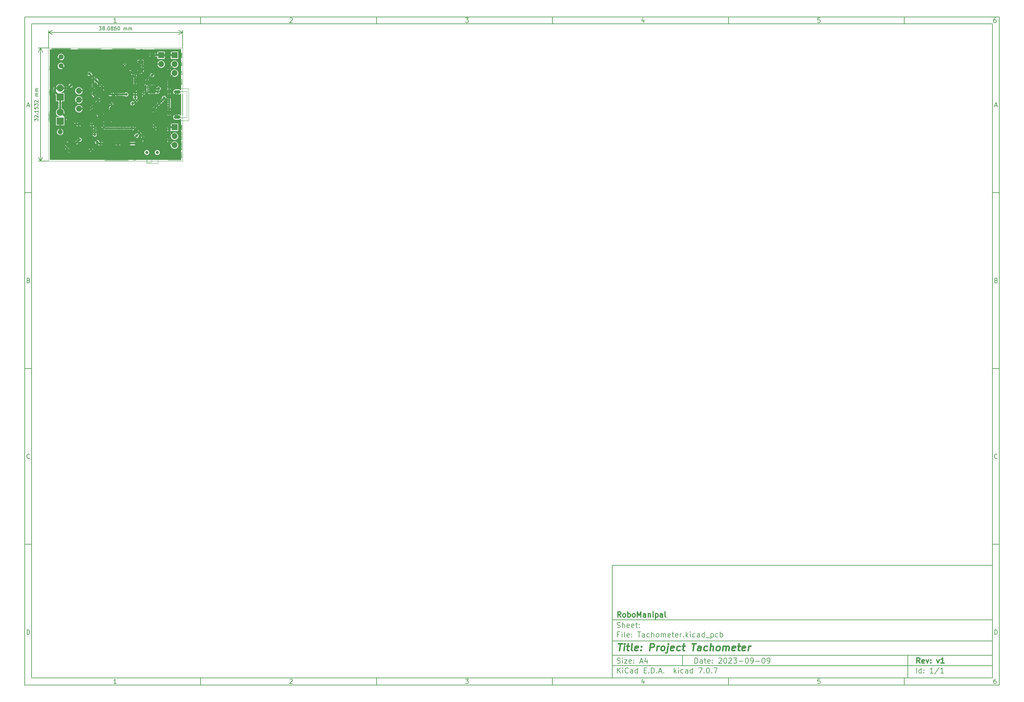
<source format=gbr>
%TF.GenerationSoftware,KiCad,Pcbnew,7.0.7*%
%TF.CreationDate,2023-09-17T00:12:13+05:30*%
%TF.ProjectId,Tachometer,54616368-6f6d-4657-9465-722e6b696361,v1*%
%TF.SameCoordinates,Original*%
%TF.FileFunction,OtherDrawing,Comment*%
%FSLAX46Y46*%
G04 Gerber Fmt 4.6, Leading zero omitted, Abs format (unit mm)*
G04 Created by KiCad (PCBNEW 7.0.7) date 2023-09-17 00:12:13*
%MOMM*%
%LPD*%
G01*
G04 APERTURE LIST*
G04 Aperture macros list*
%AMRoundRect*
0 Rectangle with rounded corners*
0 $1 Rounding radius*
0 $2 $3 $4 $5 $6 $7 $8 $9 X,Y pos of 4 corners*
0 Add a 4 corners polygon primitive as box body*
4,1,4,$2,$3,$4,$5,$6,$7,$8,$9,$2,$3,0*
0 Add four circle primitives for the rounded corners*
1,1,$1+$1,$2,$3*
1,1,$1+$1,$4,$5*
1,1,$1+$1,$6,$7*
1,1,$1+$1,$8,$9*
0 Add four rect primitives between the rounded corners*
20,1,$1+$1,$2,$3,$4,$5,0*
20,1,$1+$1,$4,$5,$6,$7,0*
20,1,$1+$1,$6,$7,$8,$9,0*
20,1,$1+$1,$8,$9,$2,$3,0*%
G04 Aperture macros list end*
%ADD10C,0.100000*%
%ADD11C,0.150000*%
%ADD12C,0.300000*%
%ADD13C,0.400000*%
%TA.AperFunction,ComponentPad*%
%ADD14R,1.700000X1.700000*%
%TD*%
%TA.AperFunction,ComponentPad*%
%ADD15O,1.700000X1.700000*%
%TD*%
%TA.AperFunction,SMDPad,CuDef*%
%ADD16R,1.100000X1.000000*%
%TD*%
%TA.AperFunction,SMDPad,CuDef*%
%ADD17RoundRect,0.250000X0.475000X-0.337500X0.475000X0.337500X-0.475000X0.337500X-0.475000X-0.337500X0*%
%TD*%
%TA.AperFunction,SMDPad,CuDef*%
%ADD18RoundRect,0.250000X0.750000X-0.250000X0.750000X0.250000X-0.750000X0.250000X-0.750000X-0.250000X0*%
%TD*%
%TA.AperFunction,SMDPad,CuDef*%
%ADD19RoundRect,0.250000X-0.337500X-0.475000X0.337500X-0.475000X0.337500X0.475000X-0.337500X0.475000X0*%
%TD*%
%TA.AperFunction,SMDPad,CuDef*%
%ADD20RoundRect,0.250000X-0.475000X0.337500X-0.475000X-0.337500X0.475000X-0.337500X0.475000X0.337500X0*%
%TD*%
%TA.AperFunction,ComponentPad*%
%ADD21C,1.440000*%
%TD*%
%TA.AperFunction,SMDPad,CuDef*%
%ADD22RoundRect,0.237500X-0.237500X0.250000X-0.237500X-0.250000X0.237500X-0.250000X0.237500X0.250000X0*%
%TD*%
%TA.AperFunction,ComponentPad*%
%ADD23R,2.000000X2.000000*%
%TD*%
%TA.AperFunction,ComponentPad*%
%ADD24C,2.000000*%
%TD*%
%TA.AperFunction,SMDPad,CuDef*%
%ADD25R,1.000000X0.800000*%
%TD*%
%TA.AperFunction,SMDPad,CuDef*%
%ADD26R,0.700000X1.500000*%
%TD*%
%TA.AperFunction,SMDPad,CuDef*%
%ADD27R,1.500000X2.000000*%
%TD*%
%TA.AperFunction,SMDPad,CuDef*%
%ADD28R,3.800000X2.000000*%
%TD*%
%TA.AperFunction,ComponentPad*%
%ADD29C,1.400000*%
%TD*%
%TA.AperFunction,ComponentPad*%
%ADD30O,1.400000X1.400000*%
%TD*%
%TA.AperFunction,SMDPad,CuDef*%
%ADD31RoundRect,0.237500X-0.250000X-0.237500X0.250000X-0.237500X0.250000X0.237500X-0.250000X0.237500X0*%
%TD*%
%TA.AperFunction,SMDPad,CuDef*%
%ADD32RoundRect,0.237500X-0.237500X0.287500X-0.237500X-0.287500X0.237500X-0.287500X0.237500X0.287500X0*%
%TD*%
%TA.AperFunction,SMDPad,CuDef*%
%ADD33RoundRect,0.237500X0.237500X-0.250000X0.237500X0.250000X-0.237500X0.250000X-0.237500X-0.250000X0*%
%TD*%
%TA.AperFunction,ComponentPad*%
%ADD34O,1.900000X1.050000*%
%TD*%
%TA.AperFunction,ViaPad*%
%ADD35C,0.800000*%
%TD*%
%TA.AperFunction,Conductor*%
%ADD36C,0.500000*%
%TD*%
%TA.AperFunction,Conductor*%
%ADD37C,0.300000*%
%TD*%
%TA.AperFunction,SMDPad,CuDef*%
%ADD38R,2.000000X4.500000*%
%TD*%
%TA.AperFunction,SMDPad,CuDef*%
%ADD39R,1.400000X0.400000*%
%TD*%
%TA.AperFunction,SMDPad,CuDef*%
%ADD40R,1.450000X1.150000*%
%TD*%
%TA.AperFunction,SMDPad,CuDef*%
%ADD41R,1.900000X1.750000*%
%TD*%
%TA.AperFunction,SMDPad,CuDef*%
%ADD42RoundRect,0.250000X0.337500X0.475000X-0.337500X0.475000X-0.337500X-0.475000X0.337500X-0.475000X0*%
%TD*%
%TA.AperFunction,SMDPad,CuDef*%
%ADD43RoundRect,0.237500X0.250000X0.237500X-0.250000X0.237500X-0.250000X-0.237500X0.250000X-0.237500X0*%
%TD*%
%TA.AperFunction,SMDPad,CuDef*%
%ADD44RoundRect,0.075000X-0.662500X-0.075000X0.662500X-0.075000X0.662500X0.075000X-0.662500X0.075000X0*%
%TD*%
%TA.AperFunction,SMDPad,CuDef*%
%ADD45RoundRect,0.075000X-0.075000X-0.662500X0.075000X-0.662500X0.075000X0.662500X-0.075000X0.662500X0*%
%TD*%
%TA.AperFunction,SMDPad,CuDef*%
%ADD46R,0.550000X0.800000*%
%TD*%
%TA.AperFunction,SMDPad,CuDef*%
%ADD47RoundRect,0.237500X0.237500X-0.287500X0.237500X0.287500X-0.237500X0.287500X-0.237500X-0.287500X0*%
%TD*%
%TA.AperFunction,SMDPad,CuDef*%
%ADD48RoundRect,0.250000X-0.750000X0.250000X-0.750000X-0.250000X0.750000X-0.250000X0.750000X0.250000X0*%
%TD*%
%TA.AperFunction,Conductor*%
%ADD49C,0.200000*%
%TD*%
%ADD50R,1.100000X1.000000*%
%ADD51RoundRect,0.250000X0.475000X-0.337500X0.475000X0.337500X-0.475000X0.337500X-0.475000X-0.337500X0*%
%ADD52RoundRect,0.250000X0.750000X-0.250000X0.750000X0.250000X-0.750000X0.250000X-0.750000X-0.250000X0*%
%ADD53RoundRect,0.250000X-0.337500X-0.475000X0.337500X-0.475000X0.337500X0.475000X-0.337500X0.475000X0*%
%ADD54RoundRect,0.250000X-0.475000X0.337500X-0.475000X-0.337500X0.475000X-0.337500X0.475000X0.337500X0*%
%ADD55RoundRect,0.237500X-0.237500X0.250000X-0.237500X-0.250000X0.237500X-0.250000X0.237500X0.250000X0*%
%ADD56R,1.000000X0.800000*%
%ADD57R,0.700000X1.500000*%
%ADD58R,1.500000X2.000000*%
%ADD59R,3.800000X2.000000*%
%ADD60RoundRect,0.237500X-0.250000X-0.237500X0.250000X-0.237500X0.250000X0.237500X-0.250000X0.237500X0*%
%ADD61RoundRect,0.237500X-0.237500X0.287500X-0.237500X-0.287500X0.237500X-0.287500X0.237500X0.287500X0*%
%ADD62RoundRect,0.237500X0.237500X-0.250000X0.237500X0.250000X-0.237500X0.250000X-0.237500X-0.250000X0*%
%ADD63R,2.000000X4.500000*%
%ADD64R,1.400000X0.400000*%
%ADD65R,1.450000X1.150000*%
%ADD66R,1.900000X1.750000*%
%ADD67RoundRect,0.250000X0.337500X0.475000X-0.337500X0.475000X-0.337500X-0.475000X0.337500X-0.475000X0*%
%ADD68RoundRect,0.237500X0.250000X0.237500X-0.250000X0.237500X-0.250000X-0.237500X0.250000X-0.237500X0*%
%ADD69RoundRect,0.075000X-0.662500X-0.075000X0.662500X-0.075000X0.662500X0.075000X-0.662500X0.075000X0*%
%ADD70RoundRect,0.075000X-0.075000X-0.662500X0.075000X-0.662500X0.075000X0.662500X-0.075000X0.662500X0*%
%ADD71R,0.550000X0.800000*%
%ADD72RoundRect,0.237500X0.237500X-0.287500X0.237500X0.287500X-0.237500X0.287500X-0.237500X-0.287500X0*%
%ADD73RoundRect,0.250000X-0.750000X0.250000X-0.750000X-0.250000X0.750000X-0.250000X0.750000X0.250000X0*%
%ADD74C,0.125000*%
%ADD75C,0.120000*%
%ADD76C,0.127000*%
%ADD77C,0.066000*%
%ADD78C,0.200000*%
%ADD79C,0.018437*%
%ADD80R,1.700000X1.700000*%
%ADD81O,1.700000X1.700000*%
%ADD82RoundRect,0.102000X0.550000X0.500000X-0.550000X0.500000X-0.550000X-0.500000X0.550000X-0.500000X0*%
%ADD83C,1.440000*%
%ADD84R,2.000000X2.000000*%
%ADD85C,2.000000*%
%ADD86C,0.900000*%
%ADD87C,1.400000*%
%ADD88O,1.400000X1.400000*%
%ADD89RoundRect,0.102000X-0.550000X-0.500000X0.550000X-0.500000X0.550000X0.500000X-0.550000X0.500000X0*%
%ADD90O,1.900000X1.050000*%
%TA.AperFunction,Profile*%
%ADD91C,0.100000*%
%TD*%
%ADD92C,0.050000*%
G04 APERTURE END LIST*
D10*
D11*
X177002200Y-166007200D02*
X285002200Y-166007200D01*
X285002200Y-198007200D01*
X177002200Y-198007200D01*
X177002200Y-166007200D01*
D10*
D11*
X10000000Y-10000000D02*
X287002200Y-10000000D01*
X287002200Y-200007200D01*
X10000000Y-200007200D01*
X10000000Y-10000000D01*
D10*
D11*
X12000000Y-12000000D02*
X285002200Y-12000000D01*
X285002200Y-198007200D01*
X12000000Y-198007200D01*
X12000000Y-12000000D01*
D10*
D11*
X60000000Y-12000000D02*
X60000000Y-10000000D01*
D10*
D11*
X110000000Y-12000000D02*
X110000000Y-10000000D01*
D10*
D11*
X160000000Y-12000000D02*
X160000000Y-10000000D01*
D10*
D11*
X210000000Y-12000000D02*
X210000000Y-10000000D01*
D10*
D11*
X260000000Y-12000000D02*
X260000000Y-10000000D01*
D10*
D11*
X36089160Y-11593604D02*
X35346303Y-11593604D01*
X35717731Y-11593604D02*
X35717731Y-10293604D01*
X35717731Y-10293604D02*
X35593922Y-10479319D01*
X35593922Y-10479319D02*
X35470112Y-10603128D01*
X35470112Y-10603128D02*
X35346303Y-10665033D01*
D10*
D11*
X85346303Y-10417414D02*
X85408207Y-10355509D01*
X85408207Y-10355509D02*
X85532017Y-10293604D01*
X85532017Y-10293604D02*
X85841541Y-10293604D01*
X85841541Y-10293604D02*
X85965350Y-10355509D01*
X85965350Y-10355509D02*
X86027255Y-10417414D01*
X86027255Y-10417414D02*
X86089160Y-10541223D01*
X86089160Y-10541223D02*
X86089160Y-10665033D01*
X86089160Y-10665033D02*
X86027255Y-10850747D01*
X86027255Y-10850747D02*
X85284398Y-11593604D01*
X85284398Y-11593604D02*
X86089160Y-11593604D01*
D10*
D11*
X135284398Y-10293604D02*
X136089160Y-10293604D01*
X136089160Y-10293604D02*
X135655826Y-10788842D01*
X135655826Y-10788842D02*
X135841541Y-10788842D01*
X135841541Y-10788842D02*
X135965350Y-10850747D01*
X135965350Y-10850747D02*
X136027255Y-10912652D01*
X136027255Y-10912652D02*
X136089160Y-11036461D01*
X136089160Y-11036461D02*
X136089160Y-11345985D01*
X136089160Y-11345985D02*
X136027255Y-11469795D01*
X136027255Y-11469795D02*
X135965350Y-11531700D01*
X135965350Y-11531700D02*
X135841541Y-11593604D01*
X135841541Y-11593604D02*
X135470112Y-11593604D01*
X135470112Y-11593604D02*
X135346303Y-11531700D01*
X135346303Y-11531700D02*
X135284398Y-11469795D01*
D10*
D11*
X185965350Y-10726938D02*
X185965350Y-11593604D01*
X185655826Y-10231700D02*
X185346303Y-11160271D01*
X185346303Y-11160271D02*
X186151064Y-11160271D01*
D10*
D11*
X236027255Y-10293604D02*
X235408207Y-10293604D01*
X235408207Y-10293604D02*
X235346303Y-10912652D01*
X235346303Y-10912652D02*
X235408207Y-10850747D01*
X235408207Y-10850747D02*
X235532017Y-10788842D01*
X235532017Y-10788842D02*
X235841541Y-10788842D01*
X235841541Y-10788842D02*
X235965350Y-10850747D01*
X235965350Y-10850747D02*
X236027255Y-10912652D01*
X236027255Y-10912652D02*
X236089160Y-11036461D01*
X236089160Y-11036461D02*
X236089160Y-11345985D01*
X236089160Y-11345985D02*
X236027255Y-11469795D01*
X236027255Y-11469795D02*
X235965350Y-11531700D01*
X235965350Y-11531700D02*
X235841541Y-11593604D01*
X235841541Y-11593604D02*
X235532017Y-11593604D01*
X235532017Y-11593604D02*
X235408207Y-11531700D01*
X235408207Y-11531700D02*
X235346303Y-11469795D01*
D10*
D11*
X285965350Y-10293604D02*
X285717731Y-10293604D01*
X285717731Y-10293604D02*
X285593922Y-10355509D01*
X285593922Y-10355509D02*
X285532017Y-10417414D01*
X285532017Y-10417414D02*
X285408207Y-10603128D01*
X285408207Y-10603128D02*
X285346303Y-10850747D01*
X285346303Y-10850747D02*
X285346303Y-11345985D01*
X285346303Y-11345985D02*
X285408207Y-11469795D01*
X285408207Y-11469795D02*
X285470112Y-11531700D01*
X285470112Y-11531700D02*
X285593922Y-11593604D01*
X285593922Y-11593604D02*
X285841541Y-11593604D01*
X285841541Y-11593604D02*
X285965350Y-11531700D01*
X285965350Y-11531700D02*
X286027255Y-11469795D01*
X286027255Y-11469795D02*
X286089160Y-11345985D01*
X286089160Y-11345985D02*
X286089160Y-11036461D01*
X286089160Y-11036461D02*
X286027255Y-10912652D01*
X286027255Y-10912652D02*
X285965350Y-10850747D01*
X285965350Y-10850747D02*
X285841541Y-10788842D01*
X285841541Y-10788842D02*
X285593922Y-10788842D01*
X285593922Y-10788842D02*
X285470112Y-10850747D01*
X285470112Y-10850747D02*
X285408207Y-10912652D01*
X285408207Y-10912652D02*
X285346303Y-11036461D01*
D10*
D11*
X60000000Y-198007200D02*
X60000000Y-200007200D01*
D10*
D11*
X110000000Y-198007200D02*
X110000000Y-200007200D01*
D10*
D11*
X160000000Y-198007200D02*
X160000000Y-200007200D01*
D10*
D11*
X210000000Y-198007200D02*
X210000000Y-200007200D01*
D10*
D11*
X260000000Y-198007200D02*
X260000000Y-200007200D01*
D10*
D11*
X36089160Y-199600804D02*
X35346303Y-199600804D01*
X35717731Y-199600804D02*
X35717731Y-198300804D01*
X35717731Y-198300804D02*
X35593922Y-198486519D01*
X35593922Y-198486519D02*
X35470112Y-198610328D01*
X35470112Y-198610328D02*
X35346303Y-198672233D01*
D10*
D11*
X85346303Y-198424614D02*
X85408207Y-198362709D01*
X85408207Y-198362709D02*
X85532017Y-198300804D01*
X85532017Y-198300804D02*
X85841541Y-198300804D01*
X85841541Y-198300804D02*
X85965350Y-198362709D01*
X85965350Y-198362709D02*
X86027255Y-198424614D01*
X86027255Y-198424614D02*
X86089160Y-198548423D01*
X86089160Y-198548423D02*
X86089160Y-198672233D01*
X86089160Y-198672233D02*
X86027255Y-198857947D01*
X86027255Y-198857947D02*
X85284398Y-199600804D01*
X85284398Y-199600804D02*
X86089160Y-199600804D01*
D10*
D11*
X135284398Y-198300804D02*
X136089160Y-198300804D01*
X136089160Y-198300804D02*
X135655826Y-198796042D01*
X135655826Y-198796042D02*
X135841541Y-198796042D01*
X135841541Y-198796042D02*
X135965350Y-198857947D01*
X135965350Y-198857947D02*
X136027255Y-198919852D01*
X136027255Y-198919852D02*
X136089160Y-199043661D01*
X136089160Y-199043661D02*
X136089160Y-199353185D01*
X136089160Y-199353185D02*
X136027255Y-199476995D01*
X136027255Y-199476995D02*
X135965350Y-199538900D01*
X135965350Y-199538900D02*
X135841541Y-199600804D01*
X135841541Y-199600804D02*
X135470112Y-199600804D01*
X135470112Y-199600804D02*
X135346303Y-199538900D01*
X135346303Y-199538900D02*
X135284398Y-199476995D01*
D10*
D11*
X185965350Y-198734138D02*
X185965350Y-199600804D01*
X185655826Y-198238900D02*
X185346303Y-199167471D01*
X185346303Y-199167471D02*
X186151064Y-199167471D01*
D10*
D11*
X236027255Y-198300804D02*
X235408207Y-198300804D01*
X235408207Y-198300804D02*
X235346303Y-198919852D01*
X235346303Y-198919852D02*
X235408207Y-198857947D01*
X235408207Y-198857947D02*
X235532017Y-198796042D01*
X235532017Y-198796042D02*
X235841541Y-198796042D01*
X235841541Y-198796042D02*
X235965350Y-198857947D01*
X235965350Y-198857947D02*
X236027255Y-198919852D01*
X236027255Y-198919852D02*
X236089160Y-199043661D01*
X236089160Y-199043661D02*
X236089160Y-199353185D01*
X236089160Y-199353185D02*
X236027255Y-199476995D01*
X236027255Y-199476995D02*
X235965350Y-199538900D01*
X235965350Y-199538900D02*
X235841541Y-199600804D01*
X235841541Y-199600804D02*
X235532017Y-199600804D01*
X235532017Y-199600804D02*
X235408207Y-199538900D01*
X235408207Y-199538900D02*
X235346303Y-199476995D01*
D10*
D11*
X285965350Y-198300804D02*
X285717731Y-198300804D01*
X285717731Y-198300804D02*
X285593922Y-198362709D01*
X285593922Y-198362709D02*
X285532017Y-198424614D01*
X285532017Y-198424614D02*
X285408207Y-198610328D01*
X285408207Y-198610328D02*
X285346303Y-198857947D01*
X285346303Y-198857947D02*
X285346303Y-199353185D01*
X285346303Y-199353185D02*
X285408207Y-199476995D01*
X285408207Y-199476995D02*
X285470112Y-199538900D01*
X285470112Y-199538900D02*
X285593922Y-199600804D01*
X285593922Y-199600804D02*
X285841541Y-199600804D01*
X285841541Y-199600804D02*
X285965350Y-199538900D01*
X285965350Y-199538900D02*
X286027255Y-199476995D01*
X286027255Y-199476995D02*
X286089160Y-199353185D01*
X286089160Y-199353185D02*
X286089160Y-199043661D01*
X286089160Y-199043661D02*
X286027255Y-198919852D01*
X286027255Y-198919852D02*
X285965350Y-198857947D01*
X285965350Y-198857947D02*
X285841541Y-198796042D01*
X285841541Y-198796042D02*
X285593922Y-198796042D01*
X285593922Y-198796042D02*
X285470112Y-198857947D01*
X285470112Y-198857947D02*
X285408207Y-198919852D01*
X285408207Y-198919852D02*
X285346303Y-199043661D01*
D10*
D11*
X10000000Y-60000000D02*
X12000000Y-60000000D01*
D10*
D11*
X10000000Y-110000000D02*
X12000000Y-110000000D01*
D10*
D11*
X10000000Y-160000000D02*
X12000000Y-160000000D01*
D10*
D11*
X10690476Y-35222176D02*
X11309523Y-35222176D01*
X10566666Y-35593604D02*
X10999999Y-34293604D01*
X10999999Y-34293604D02*
X11433333Y-35593604D01*
D10*
D11*
X11092857Y-84912652D02*
X11278571Y-84974557D01*
X11278571Y-84974557D02*
X11340476Y-85036461D01*
X11340476Y-85036461D02*
X11402380Y-85160271D01*
X11402380Y-85160271D02*
X11402380Y-85345985D01*
X11402380Y-85345985D02*
X11340476Y-85469795D01*
X11340476Y-85469795D02*
X11278571Y-85531700D01*
X11278571Y-85531700D02*
X11154761Y-85593604D01*
X11154761Y-85593604D02*
X10659523Y-85593604D01*
X10659523Y-85593604D02*
X10659523Y-84293604D01*
X10659523Y-84293604D02*
X11092857Y-84293604D01*
X11092857Y-84293604D02*
X11216666Y-84355509D01*
X11216666Y-84355509D02*
X11278571Y-84417414D01*
X11278571Y-84417414D02*
X11340476Y-84541223D01*
X11340476Y-84541223D02*
X11340476Y-84665033D01*
X11340476Y-84665033D02*
X11278571Y-84788842D01*
X11278571Y-84788842D02*
X11216666Y-84850747D01*
X11216666Y-84850747D02*
X11092857Y-84912652D01*
X11092857Y-84912652D02*
X10659523Y-84912652D01*
D10*
D11*
X11402380Y-135469795D02*
X11340476Y-135531700D01*
X11340476Y-135531700D02*
X11154761Y-135593604D01*
X11154761Y-135593604D02*
X11030952Y-135593604D01*
X11030952Y-135593604D02*
X10845238Y-135531700D01*
X10845238Y-135531700D02*
X10721428Y-135407890D01*
X10721428Y-135407890D02*
X10659523Y-135284080D01*
X10659523Y-135284080D02*
X10597619Y-135036461D01*
X10597619Y-135036461D02*
X10597619Y-134850747D01*
X10597619Y-134850747D02*
X10659523Y-134603128D01*
X10659523Y-134603128D02*
X10721428Y-134479319D01*
X10721428Y-134479319D02*
X10845238Y-134355509D01*
X10845238Y-134355509D02*
X11030952Y-134293604D01*
X11030952Y-134293604D02*
X11154761Y-134293604D01*
X11154761Y-134293604D02*
X11340476Y-134355509D01*
X11340476Y-134355509D02*
X11402380Y-134417414D01*
D10*
D11*
X10659523Y-185593604D02*
X10659523Y-184293604D01*
X10659523Y-184293604D02*
X10969047Y-184293604D01*
X10969047Y-184293604D02*
X11154761Y-184355509D01*
X11154761Y-184355509D02*
X11278571Y-184479319D01*
X11278571Y-184479319D02*
X11340476Y-184603128D01*
X11340476Y-184603128D02*
X11402380Y-184850747D01*
X11402380Y-184850747D02*
X11402380Y-185036461D01*
X11402380Y-185036461D02*
X11340476Y-185284080D01*
X11340476Y-185284080D02*
X11278571Y-185407890D01*
X11278571Y-185407890D02*
X11154761Y-185531700D01*
X11154761Y-185531700D02*
X10969047Y-185593604D01*
X10969047Y-185593604D02*
X10659523Y-185593604D01*
D10*
D11*
X287002200Y-60000000D02*
X285002200Y-60000000D01*
D10*
D11*
X287002200Y-110000000D02*
X285002200Y-110000000D01*
D10*
D11*
X287002200Y-160000000D02*
X285002200Y-160000000D01*
D10*
D11*
X285692676Y-35222176D02*
X286311723Y-35222176D01*
X285568866Y-35593604D02*
X286002199Y-34293604D01*
X286002199Y-34293604D02*
X286435533Y-35593604D01*
D10*
D11*
X286095057Y-84912652D02*
X286280771Y-84974557D01*
X286280771Y-84974557D02*
X286342676Y-85036461D01*
X286342676Y-85036461D02*
X286404580Y-85160271D01*
X286404580Y-85160271D02*
X286404580Y-85345985D01*
X286404580Y-85345985D02*
X286342676Y-85469795D01*
X286342676Y-85469795D02*
X286280771Y-85531700D01*
X286280771Y-85531700D02*
X286156961Y-85593604D01*
X286156961Y-85593604D02*
X285661723Y-85593604D01*
X285661723Y-85593604D02*
X285661723Y-84293604D01*
X285661723Y-84293604D02*
X286095057Y-84293604D01*
X286095057Y-84293604D02*
X286218866Y-84355509D01*
X286218866Y-84355509D02*
X286280771Y-84417414D01*
X286280771Y-84417414D02*
X286342676Y-84541223D01*
X286342676Y-84541223D02*
X286342676Y-84665033D01*
X286342676Y-84665033D02*
X286280771Y-84788842D01*
X286280771Y-84788842D02*
X286218866Y-84850747D01*
X286218866Y-84850747D02*
X286095057Y-84912652D01*
X286095057Y-84912652D02*
X285661723Y-84912652D01*
D10*
D11*
X286404580Y-135469795D02*
X286342676Y-135531700D01*
X286342676Y-135531700D02*
X286156961Y-135593604D01*
X286156961Y-135593604D02*
X286033152Y-135593604D01*
X286033152Y-135593604D02*
X285847438Y-135531700D01*
X285847438Y-135531700D02*
X285723628Y-135407890D01*
X285723628Y-135407890D02*
X285661723Y-135284080D01*
X285661723Y-135284080D02*
X285599819Y-135036461D01*
X285599819Y-135036461D02*
X285599819Y-134850747D01*
X285599819Y-134850747D02*
X285661723Y-134603128D01*
X285661723Y-134603128D02*
X285723628Y-134479319D01*
X285723628Y-134479319D02*
X285847438Y-134355509D01*
X285847438Y-134355509D02*
X286033152Y-134293604D01*
X286033152Y-134293604D02*
X286156961Y-134293604D01*
X286156961Y-134293604D02*
X286342676Y-134355509D01*
X286342676Y-134355509D02*
X286404580Y-134417414D01*
D10*
D11*
X285661723Y-185593604D02*
X285661723Y-184293604D01*
X285661723Y-184293604D02*
X285971247Y-184293604D01*
X285971247Y-184293604D02*
X286156961Y-184355509D01*
X286156961Y-184355509D02*
X286280771Y-184479319D01*
X286280771Y-184479319D02*
X286342676Y-184603128D01*
X286342676Y-184603128D02*
X286404580Y-184850747D01*
X286404580Y-184850747D02*
X286404580Y-185036461D01*
X286404580Y-185036461D02*
X286342676Y-185284080D01*
X286342676Y-185284080D02*
X286280771Y-185407890D01*
X286280771Y-185407890D02*
X286156961Y-185531700D01*
X286156961Y-185531700D02*
X285971247Y-185593604D01*
X285971247Y-185593604D02*
X285661723Y-185593604D01*
D10*
D11*
X200458026Y-193793328D02*
X200458026Y-192293328D01*
X200458026Y-192293328D02*
X200815169Y-192293328D01*
X200815169Y-192293328D02*
X201029455Y-192364757D01*
X201029455Y-192364757D02*
X201172312Y-192507614D01*
X201172312Y-192507614D02*
X201243741Y-192650471D01*
X201243741Y-192650471D02*
X201315169Y-192936185D01*
X201315169Y-192936185D02*
X201315169Y-193150471D01*
X201315169Y-193150471D02*
X201243741Y-193436185D01*
X201243741Y-193436185D02*
X201172312Y-193579042D01*
X201172312Y-193579042D02*
X201029455Y-193721900D01*
X201029455Y-193721900D02*
X200815169Y-193793328D01*
X200815169Y-193793328D02*
X200458026Y-193793328D01*
X202600884Y-193793328D02*
X202600884Y-193007614D01*
X202600884Y-193007614D02*
X202529455Y-192864757D01*
X202529455Y-192864757D02*
X202386598Y-192793328D01*
X202386598Y-192793328D02*
X202100884Y-192793328D01*
X202100884Y-192793328D02*
X201958026Y-192864757D01*
X202600884Y-193721900D02*
X202458026Y-193793328D01*
X202458026Y-193793328D02*
X202100884Y-193793328D01*
X202100884Y-193793328D02*
X201958026Y-193721900D01*
X201958026Y-193721900D02*
X201886598Y-193579042D01*
X201886598Y-193579042D02*
X201886598Y-193436185D01*
X201886598Y-193436185D02*
X201958026Y-193293328D01*
X201958026Y-193293328D02*
X202100884Y-193221900D01*
X202100884Y-193221900D02*
X202458026Y-193221900D01*
X202458026Y-193221900D02*
X202600884Y-193150471D01*
X203100884Y-192793328D02*
X203672312Y-192793328D01*
X203315169Y-192293328D02*
X203315169Y-193579042D01*
X203315169Y-193579042D02*
X203386598Y-193721900D01*
X203386598Y-193721900D02*
X203529455Y-193793328D01*
X203529455Y-193793328D02*
X203672312Y-193793328D01*
X204743741Y-193721900D02*
X204600884Y-193793328D01*
X204600884Y-193793328D02*
X204315170Y-193793328D01*
X204315170Y-193793328D02*
X204172312Y-193721900D01*
X204172312Y-193721900D02*
X204100884Y-193579042D01*
X204100884Y-193579042D02*
X204100884Y-193007614D01*
X204100884Y-193007614D02*
X204172312Y-192864757D01*
X204172312Y-192864757D02*
X204315170Y-192793328D01*
X204315170Y-192793328D02*
X204600884Y-192793328D01*
X204600884Y-192793328D02*
X204743741Y-192864757D01*
X204743741Y-192864757D02*
X204815170Y-193007614D01*
X204815170Y-193007614D02*
X204815170Y-193150471D01*
X204815170Y-193150471D02*
X204100884Y-193293328D01*
X205458026Y-193650471D02*
X205529455Y-193721900D01*
X205529455Y-193721900D02*
X205458026Y-193793328D01*
X205458026Y-193793328D02*
X205386598Y-193721900D01*
X205386598Y-193721900D02*
X205458026Y-193650471D01*
X205458026Y-193650471D02*
X205458026Y-193793328D01*
X205458026Y-192864757D02*
X205529455Y-192936185D01*
X205529455Y-192936185D02*
X205458026Y-193007614D01*
X205458026Y-193007614D02*
X205386598Y-192936185D01*
X205386598Y-192936185D02*
X205458026Y-192864757D01*
X205458026Y-192864757D02*
X205458026Y-193007614D01*
X207243741Y-192436185D02*
X207315169Y-192364757D01*
X207315169Y-192364757D02*
X207458027Y-192293328D01*
X207458027Y-192293328D02*
X207815169Y-192293328D01*
X207815169Y-192293328D02*
X207958027Y-192364757D01*
X207958027Y-192364757D02*
X208029455Y-192436185D01*
X208029455Y-192436185D02*
X208100884Y-192579042D01*
X208100884Y-192579042D02*
X208100884Y-192721900D01*
X208100884Y-192721900D02*
X208029455Y-192936185D01*
X208029455Y-192936185D02*
X207172312Y-193793328D01*
X207172312Y-193793328D02*
X208100884Y-193793328D01*
X209029455Y-192293328D02*
X209172312Y-192293328D01*
X209172312Y-192293328D02*
X209315169Y-192364757D01*
X209315169Y-192364757D02*
X209386598Y-192436185D01*
X209386598Y-192436185D02*
X209458026Y-192579042D01*
X209458026Y-192579042D02*
X209529455Y-192864757D01*
X209529455Y-192864757D02*
X209529455Y-193221900D01*
X209529455Y-193221900D02*
X209458026Y-193507614D01*
X209458026Y-193507614D02*
X209386598Y-193650471D01*
X209386598Y-193650471D02*
X209315169Y-193721900D01*
X209315169Y-193721900D02*
X209172312Y-193793328D01*
X209172312Y-193793328D02*
X209029455Y-193793328D01*
X209029455Y-193793328D02*
X208886598Y-193721900D01*
X208886598Y-193721900D02*
X208815169Y-193650471D01*
X208815169Y-193650471D02*
X208743740Y-193507614D01*
X208743740Y-193507614D02*
X208672312Y-193221900D01*
X208672312Y-193221900D02*
X208672312Y-192864757D01*
X208672312Y-192864757D02*
X208743740Y-192579042D01*
X208743740Y-192579042D02*
X208815169Y-192436185D01*
X208815169Y-192436185D02*
X208886598Y-192364757D01*
X208886598Y-192364757D02*
X209029455Y-192293328D01*
X210100883Y-192436185D02*
X210172311Y-192364757D01*
X210172311Y-192364757D02*
X210315169Y-192293328D01*
X210315169Y-192293328D02*
X210672311Y-192293328D01*
X210672311Y-192293328D02*
X210815169Y-192364757D01*
X210815169Y-192364757D02*
X210886597Y-192436185D01*
X210886597Y-192436185D02*
X210958026Y-192579042D01*
X210958026Y-192579042D02*
X210958026Y-192721900D01*
X210958026Y-192721900D02*
X210886597Y-192936185D01*
X210886597Y-192936185D02*
X210029454Y-193793328D01*
X210029454Y-193793328D02*
X210958026Y-193793328D01*
X211458025Y-192293328D02*
X212386597Y-192293328D01*
X212386597Y-192293328D02*
X211886597Y-192864757D01*
X211886597Y-192864757D02*
X212100882Y-192864757D01*
X212100882Y-192864757D02*
X212243740Y-192936185D01*
X212243740Y-192936185D02*
X212315168Y-193007614D01*
X212315168Y-193007614D02*
X212386597Y-193150471D01*
X212386597Y-193150471D02*
X212386597Y-193507614D01*
X212386597Y-193507614D02*
X212315168Y-193650471D01*
X212315168Y-193650471D02*
X212243740Y-193721900D01*
X212243740Y-193721900D02*
X212100882Y-193793328D01*
X212100882Y-193793328D02*
X211672311Y-193793328D01*
X211672311Y-193793328D02*
X211529454Y-193721900D01*
X211529454Y-193721900D02*
X211458025Y-193650471D01*
X213029453Y-193221900D02*
X214172311Y-193221900D01*
X215172311Y-192293328D02*
X215315168Y-192293328D01*
X215315168Y-192293328D02*
X215458025Y-192364757D01*
X215458025Y-192364757D02*
X215529454Y-192436185D01*
X215529454Y-192436185D02*
X215600882Y-192579042D01*
X215600882Y-192579042D02*
X215672311Y-192864757D01*
X215672311Y-192864757D02*
X215672311Y-193221900D01*
X215672311Y-193221900D02*
X215600882Y-193507614D01*
X215600882Y-193507614D02*
X215529454Y-193650471D01*
X215529454Y-193650471D02*
X215458025Y-193721900D01*
X215458025Y-193721900D02*
X215315168Y-193793328D01*
X215315168Y-193793328D02*
X215172311Y-193793328D01*
X215172311Y-193793328D02*
X215029454Y-193721900D01*
X215029454Y-193721900D02*
X214958025Y-193650471D01*
X214958025Y-193650471D02*
X214886596Y-193507614D01*
X214886596Y-193507614D02*
X214815168Y-193221900D01*
X214815168Y-193221900D02*
X214815168Y-192864757D01*
X214815168Y-192864757D02*
X214886596Y-192579042D01*
X214886596Y-192579042D02*
X214958025Y-192436185D01*
X214958025Y-192436185D02*
X215029454Y-192364757D01*
X215029454Y-192364757D02*
X215172311Y-192293328D01*
X216386596Y-193793328D02*
X216672310Y-193793328D01*
X216672310Y-193793328D02*
X216815167Y-193721900D01*
X216815167Y-193721900D02*
X216886596Y-193650471D01*
X216886596Y-193650471D02*
X217029453Y-193436185D01*
X217029453Y-193436185D02*
X217100882Y-193150471D01*
X217100882Y-193150471D02*
X217100882Y-192579042D01*
X217100882Y-192579042D02*
X217029453Y-192436185D01*
X217029453Y-192436185D02*
X216958025Y-192364757D01*
X216958025Y-192364757D02*
X216815167Y-192293328D01*
X216815167Y-192293328D02*
X216529453Y-192293328D01*
X216529453Y-192293328D02*
X216386596Y-192364757D01*
X216386596Y-192364757D02*
X216315167Y-192436185D01*
X216315167Y-192436185D02*
X216243739Y-192579042D01*
X216243739Y-192579042D02*
X216243739Y-192936185D01*
X216243739Y-192936185D02*
X216315167Y-193079042D01*
X216315167Y-193079042D02*
X216386596Y-193150471D01*
X216386596Y-193150471D02*
X216529453Y-193221900D01*
X216529453Y-193221900D02*
X216815167Y-193221900D01*
X216815167Y-193221900D02*
X216958025Y-193150471D01*
X216958025Y-193150471D02*
X217029453Y-193079042D01*
X217029453Y-193079042D02*
X217100882Y-192936185D01*
X217743738Y-193221900D02*
X218886596Y-193221900D01*
X219886596Y-192293328D02*
X220029453Y-192293328D01*
X220029453Y-192293328D02*
X220172310Y-192364757D01*
X220172310Y-192364757D02*
X220243739Y-192436185D01*
X220243739Y-192436185D02*
X220315167Y-192579042D01*
X220315167Y-192579042D02*
X220386596Y-192864757D01*
X220386596Y-192864757D02*
X220386596Y-193221900D01*
X220386596Y-193221900D02*
X220315167Y-193507614D01*
X220315167Y-193507614D02*
X220243739Y-193650471D01*
X220243739Y-193650471D02*
X220172310Y-193721900D01*
X220172310Y-193721900D02*
X220029453Y-193793328D01*
X220029453Y-193793328D02*
X219886596Y-193793328D01*
X219886596Y-193793328D02*
X219743739Y-193721900D01*
X219743739Y-193721900D02*
X219672310Y-193650471D01*
X219672310Y-193650471D02*
X219600881Y-193507614D01*
X219600881Y-193507614D02*
X219529453Y-193221900D01*
X219529453Y-193221900D02*
X219529453Y-192864757D01*
X219529453Y-192864757D02*
X219600881Y-192579042D01*
X219600881Y-192579042D02*
X219672310Y-192436185D01*
X219672310Y-192436185D02*
X219743739Y-192364757D01*
X219743739Y-192364757D02*
X219886596Y-192293328D01*
X221100881Y-193793328D02*
X221386595Y-193793328D01*
X221386595Y-193793328D02*
X221529452Y-193721900D01*
X221529452Y-193721900D02*
X221600881Y-193650471D01*
X221600881Y-193650471D02*
X221743738Y-193436185D01*
X221743738Y-193436185D02*
X221815167Y-193150471D01*
X221815167Y-193150471D02*
X221815167Y-192579042D01*
X221815167Y-192579042D02*
X221743738Y-192436185D01*
X221743738Y-192436185D02*
X221672310Y-192364757D01*
X221672310Y-192364757D02*
X221529452Y-192293328D01*
X221529452Y-192293328D02*
X221243738Y-192293328D01*
X221243738Y-192293328D02*
X221100881Y-192364757D01*
X221100881Y-192364757D02*
X221029452Y-192436185D01*
X221029452Y-192436185D02*
X220958024Y-192579042D01*
X220958024Y-192579042D02*
X220958024Y-192936185D01*
X220958024Y-192936185D02*
X221029452Y-193079042D01*
X221029452Y-193079042D02*
X221100881Y-193150471D01*
X221100881Y-193150471D02*
X221243738Y-193221900D01*
X221243738Y-193221900D02*
X221529452Y-193221900D01*
X221529452Y-193221900D02*
X221672310Y-193150471D01*
X221672310Y-193150471D02*
X221743738Y-193079042D01*
X221743738Y-193079042D02*
X221815167Y-192936185D01*
D10*
D11*
X177002200Y-194507200D02*
X285002200Y-194507200D01*
D10*
D11*
X178458026Y-196593328D02*
X178458026Y-195093328D01*
X179315169Y-196593328D02*
X178672312Y-195736185D01*
X179315169Y-195093328D02*
X178458026Y-195950471D01*
X179958026Y-196593328D02*
X179958026Y-195593328D01*
X179958026Y-195093328D02*
X179886598Y-195164757D01*
X179886598Y-195164757D02*
X179958026Y-195236185D01*
X179958026Y-195236185D02*
X180029455Y-195164757D01*
X180029455Y-195164757D02*
X179958026Y-195093328D01*
X179958026Y-195093328D02*
X179958026Y-195236185D01*
X181529455Y-196450471D02*
X181458027Y-196521900D01*
X181458027Y-196521900D02*
X181243741Y-196593328D01*
X181243741Y-196593328D02*
X181100884Y-196593328D01*
X181100884Y-196593328D02*
X180886598Y-196521900D01*
X180886598Y-196521900D02*
X180743741Y-196379042D01*
X180743741Y-196379042D02*
X180672312Y-196236185D01*
X180672312Y-196236185D02*
X180600884Y-195950471D01*
X180600884Y-195950471D02*
X180600884Y-195736185D01*
X180600884Y-195736185D02*
X180672312Y-195450471D01*
X180672312Y-195450471D02*
X180743741Y-195307614D01*
X180743741Y-195307614D02*
X180886598Y-195164757D01*
X180886598Y-195164757D02*
X181100884Y-195093328D01*
X181100884Y-195093328D02*
X181243741Y-195093328D01*
X181243741Y-195093328D02*
X181458027Y-195164757D01*
X181458027Y-195164757D02*
X181529455Y-195236185D01*
X182815170Y-196593328D02*
X182815170Y-195807614D01*
X182815170Y-195807614D02*
X182743741Y-195664757D01*
X182743741Y-195664757D02*
X182600884Y-195593328D01*
X182600884Y-195593328D02*
X182315170Y-195593328D01*
X182315170Y-195593328D02*
X182172312Y-195664757D01*
X182815170Y-196521900D02*
X182672312Y-196593328D01*
X182672312Y-196593328D02*
X182315170Y-196593328D01*
X182315170Y-196593328D02*
X182172312Y-196521900D01*
X182172312Y-196521900D02*
X182100884Y-196379042D01*
X182100884Y-196379042D02*
X182100884Y-196236185D01*
X182100884Y-196236185D02*
X182172312Y-196093328D01*
X182172312Y-196093328D02*
X182315170Y-196021900D01*
X182315170Y-196021900D02*
X182672312Y-196021900D01*
X182672312Y-196021900D02*
X182815170Y-195950471D01*
X184172313Y-196593328D02*
X184172313Y-195093328D01*
X184172313Y-196521900D02*
X184029455Y-196593328D01*
X184029455Y-196593328D02*
X183743741Y-196593328D01*
X183743741Y-196593328D02*
X183600884Y-196521900D01*
X183600884Y-196521900D02*
X183529455Y-196450471D01*
X183529455Y-196450471D02*
X183458027Y-196307614D01*
X183458027Y-196307614D02*
X183458027Y-195879042D01*
X183458027Y-195879042D02*
X183529455Y-195736185D01*
X183529455Y-195736185D02*
X183600884Y-195664757D01*
X183600884Y-195664757D02*
X183743741Y-195593328D01*
X183743741Y-195593328D02*
X184029455Y-195593328D01*
X184029455Y-195593328D02*
X184172313Y-195664757D01*
X186029455Y-195807614D02*
X186529455Y-195807614D01*
X186743741Y-196593328D02*
X186029455Y-196593328D01*
X186029455Y-196593328D02*
X186029455Y-195093328D01*
X186029455Y-195093328D02*
X186743741Y-195093328D01*
X187386598Y-196450471D02*
X187458027Y-196521900D01*
X187458027Y-196521900D02*
X187386598Y-196593328D01*
X187386598Y-196593328D02*
X187315170Y-196521900D01*
X187315170Y-196521900D02*
X187386598Y-196450471D01*
X187386598Y-196450471D02*
X187386598Y-196593328D01*
X188100884Y-196593328D02*
X188100884Y-195093328D01*
X188100884Y-195093328D02*
X188458027Y-195093328D01*
X188458027Y-195093328D02*
X188672313Y-195164757D01*
X188672313Y-195164757D02*
X188815170Y-195307614D01*
X188815170Y-195307614D02*
X188886599Y-195450471D01*
X188886599Y-195450471D02*
X188958027Y-195736185D01*
X188958027Y-195736185D02*
X188958027Y-195950471D01*
X188958027Y-195950471D02*
X188886599Y-196236185D01*
X188886599Y-196236185D02*
X188815170Y-196379042D01*
X188815170Y-196379042D02*
X188672313Y-196521900D01*
X188672313Y-196521900D02*
X188458027Y-196593328D01*
X188458027Y-196593328D02*
X188100884Y-196593328D01*
X189600884Y-196450471D02*
X189672313Y-196521900D01*
X189672313Y-196521900D02*
X189600884Y-196593328D01*
X189600884Y-196593328D02*
X189529456Y-196521900D01*
X189529456Y-196521900D02*
X189600884Y-196450471D01*
X189600884Y-196450471D02*
X189600884Y-196593328D01*
X190243742Y-196164757D02*
X190958028Y-196164757D01*
X190100885Y-196593328D02*
X190600885Y-195093328D01*
X190600885Y-195093328D02*
X191100885Y-196593328D01*
X191600884Y-196450471D02*
X191672313Y-196521900D01*
X191672313Y-196521900D02*
X191600884Y-196593328D01*
X191600884Y-196593328D02*
X191529456Y-196521900D01*
X191529456Y-196521900D02*
X191600884Y-196450471D01*
X191600884Y-196450471D02*
X191600884Y-196593328D01*
X194600884Y-196593328D02*
X194600884Y-195093328D01*
X194743742Y-196021900D02*
X195172313Y-196593328D01*
X195172313Y-195593328D02*
X194600884Y-196164757D01*
X195815170Y-196593328D02*
X195815170Y-195593328D01*
X195815170Y-195093328D02*
X195743742Y-195164757D01*
X195743742Y-195164757D02*
X195815170Y-195236185D01*
X195815170Y-195236185D02*
X195886599Y-195164757D01*
X195886599Y-195164757D02*
X195815170Y-195093328D01*
X195815170Y-195093328D02*
X195815170Y-195236185D01*
X197172314Y-196521900D02*
X197029456Y-196593328D01*
X197029456Y-196593328D02*
X196743742Y-196593328D01*
X196743742Y-196593328D02*
X196600885Y-196521900D01*
X196600885Y-196521900D02*
X196529456Y-196450471D01*
X196529456Y-196450471D02*
X196458028Y-196307614D01*
X196458028Y-196307614D02*
X196458028Y-195879042D01*
X196458028Y-195879042D02*
X196529456Y-195736185D01*
X196529456Y-195736185D02*
X196600885Y-195664757D01*
X196600885Y-195664757D02*
X196743742Y-195593328D01*
X196743742Y-195593328D02*
X197029456Y-195593328D01*
X197029456Y-195593328D02*
X197172314Y-195664757D01*
X198458028Y-196593328D02*
X198458028Y-195807614D01*
X198458028Y-195807614D02*
X198386599Y-195664757D01*
X198386599Y-195664757D02*
X198243742Y-195593328D01*
X198243742Y-195593328D02*
X197958028Y-195593328D01*
X197958028Y-195593328D02*
X197815170Y-195664757D01*
X198458028Y-196521900D02*
X198315170Y-196593328D01*
X198315170Y-196593328D02*
X197958028Y-196593328D01*
X197958028Y-196593328D02*
X197815170Y-196521900D01*
X197815170Y-196521900D02*
X197743742Y-196379042D01*
X197743742Y-196379042D02*
X197743742Y-196236185D01*
X197743742Y-196236185D02*
X197815170Y-196093328D01*
X197815170Y-196093328D02*
X197958028Y-196021900D01*
X197958028Y-196021900D02*
X198315170Y-196021900D01*
X198315170Y-196021900D02*
X198458028Y-195950471D01*
X199815171Y-196593328D02*
X199815171Y-195093328D01*
X199815171Y-196521900D02*
X199672313Y-196593328D01*
X199672313Y-196593328D02*
X199386599Y-196593328D01*
X199386599Y-196593328D02*
X199243742Y-196521900D01*
X199243742Y-196521900D02*
X199172313Y-196450471D01*
X199172313Y-196450471D02*
X199100885Y-196307614D01*
X199100885Y-196307614D02*
X199100885Y-195879042D01*
X199100885Y-195879042D02*
X199172313Y-195736185D01*
X199172313Y-195736185D02*
X199243742Y-195664757D01*
X199243742Y-195664757D02*
X199386599Y-195593328D01*
X199386599Y-195593328D02*
X199672313Y-195593328D01*
X199672313Y-195593328D02*
X199815171Y-195664757D01*
X201529456Y-195093328D02*
X202529456Y-195093328D01*
X202529456Y-195093328D02*
X201886599Y-196593328D01*
X203100884Y-196450471D02*
X203172313Y-196521900D01*
X203172313Y-196521900D02*
X203100884Y-196593328D01*
X203100884Y-196593328D02*
X203029456Y-196521900D01*
X203029456Y-196521900D02*
X203100884Y-196450471D01*
X203100884Y-196450471D02*
X203100884Y-196593328D01*
X204100885Y-195093328D02*
X204243742Y-195093328D01*
X204243742Y-195093328D02*
X204386599Y-195164757D01*
X204386599Y-195164757D02*
X204458028Y-195236185D01*
X204458028Y-195236185D02*
X204529456Y-195379042D01*
X204529456Y-195379042D02*
X204600885Y-195664757D01*
X204600885Y-195664757D02*
X204600885Y-196021900D01*
X204600885Y-196021900D02*
X204529456Y-196307614D01*
X204529456Y-196307614D02*
X204458028Y-196450471D01*
X204458028Y-196450471D02*
X204386599Y-196521900D01*
X204386599Y-196521900D02*
X204243742Y-196593328D01*
X204243742Y-196593328D02*
X204100885Y-196593328D01*
X204100885Y-196593328D02*
X203958028Y-196521900D01*
X203958028Y-196521900D02*
X203886599Y-196450471D01*
X203886599Y-196450471D02*
X203815170Y-196307614D01*
X203815170Y-196307614D02*
X203743742Y-196021900D01*
X203743742Y-196021900D02*
X203743742Y-195664757D01*
X203743742Y-195664757D02*
X203815170Y-195379042D01*
X203815170Y-195379042D02*
X203886599Y-195236185D01*
X203886599Y-195236185D02*
X203958028Y-195164757D01*
X203958028Y-195164757D02*
X204100885Y-195093328D01*
X205243741Y-196450471D02*
X205315170Y-196521900D01*
X205315170Y-196521900D02*
X205243741Y-196593328D01*
X205243741Y-196593328D02*
X205172313Y-196521900D01*
X205172313Y-196521900D02*
X205243741Y-196450471D01*
X205243741Y-196450471D02*
X205243741Y-196593328D01*
X205815170Y-195093328D02*
X206815170Y-195093328D01*
X206815170Y-195093328D02*
X206172313Y-196593328D01*
D10*
D11*
X177002200Y-191507200D02*
X285002200Y-191507200D01*
D10*
D12*
X264413853Y-193785528D02*
X263913853Y-193071242D01*
X263556710Y-193785528D02*
X263556710Y-192285528D01*
X263556710Y-192285528D02*
X264128139Y-192285528D01*
X264128139Y-192285528D02*
X264270996Y-192356957D01*
X264270996Y-192356957D02*
X264342425Y-192428385D01*
X264342425Y-192428385D02*
X264413853Y-192571242D01*
X264413853Y-192571242D02*
X264413853Y-192785528D01*
X264413853Y-192785528D02*
X264342425Y-192928385D01*
X264342425Y-192928385D02*
X264270996Y-192999814D01*
X264270996Y-192999814D02*
X264128139Y-193071242D01*
X264128139Y-193071242D02*
X263556710Y-193071242D01*
X265628139Y-193714100D02*
X265485282Y-193785528D01*
X265485282Y-193785528D02*
X265199568Y-193785528D01*
X265199568Y-193785528D02*
X265056710Y-193714100D01*
X265056710Y-193714100D02*
X264985282Y-193571242D01*
X264985282Y-193571242D02*
X264985282Y-192999814D01*
X264985282Y-192999814D02*
X265056710Y-192856957D01*
X265056710Y-192856957D02*
X265199568Y-192785528D01*
X265199568Y-192785528D02*
X265485282Y-192785528D01*
X265485282Y-192785528D02*
X265628139Y-192856957D01*
X265628139Y-192856957D02*
X265699568Y-192999814D01*
X265699568Y-192999814D02*
X265699568Y-193142671D01*
X265699568Y-193142671D02*
X264985282Y-193285528D01*
X266199567Y-192785528D02*
X266556710Y-193785528D01*
X266556710Y-193785528D02*
X266913853Y-192785528D01*
X267485281Y-193642671D02*
X267556710Y-193714100D01*
X267556710Y-193714100D02*
X267485281Y-193785528D01*
X267485281Y-193785528D02*
X267413853Y-193714100D01*
X267413853Y-193714100D02*
X267485281Y-193642671D01*
X267485281Y-193642671D02*
X267485281Y-193785528D01*
X267485281Y-192856957D02*
X267556710Y-192928385D01*
X267556710Y-192928385D02*
X267485281Y-192999814D01*
X267485281Y-192999814D02*
X267413853Y-192928385D01*
X267413853Y-192928385D02*
X267485281Y-192856957D01*
X267485281Y-192856957D02*
X267485281Y-192999814D01*
X269199567Y-192785528D02*
X269556710Y-193785528D01*
X269556710Y-193785528D02*
X269913853Y-192785528D01*
X271270996Y-193785528D02*
X270413853Y-193785528D01*
X270842424Y-193785528D02*
X270842424Y-192285528D01*
X270842424Y-192285528D02*
X270699567Y-192499814D01*
X270699567Y-192499814D02*
X270556710Y-192642671D01*
X270556710Y-192642671D02*
X270413853Y-192714100D01*
D10*
D11*
X178386598Y-193721900D02*
X178600884Y-193793328D01*
X178600884Y-193793328D02*
X178958026Y-193793328D01*
X178958026Y-193793328D02*
X179100884Y-193721900D01*
X179100884Y-193721900D02*
X179172312Y-193650471D01*
X179172312Y-193650471D02*
X179243741Y-193507614D01*
X179243741Y-193507614D02*
X179243741Y-193364757D01*
X179243741Y-193364757D02*
X179172312Y-193221900D01*
X179172312Y-193221900D02*
X179100884Y-193150471D01*
X179100884Y-193150471D02*
X178958026Y-193079042D01*
X178958026Y-193079042D02*
X178672312Y-193007614D01*
X178672312Y-193007614D02*
X178529455Y-192936185D01*
X178529455Y-192936185D02*
X178458026Y-192864757D01*
X178458026Y-192864757D02*
X178386598Y-192721900D01*
X178386598Y-192721900D02*
X178386598Y-192579042D01*
X178386598Y-192579042D02*
X178458026Y-192436185D01*
X178458026Y-192436185D02*
X178529455Y-192364757D01*
X178529455Y-192364757D02*
X178672312Y-192293328D01*
X178672312Y-192293328D02*
X179029455Y-192293328D01*
X179029455Y-192293328D02*
X179243741Y-192364757D01*
X179886597Y-193793328D02*
X179886597Y-192793328D01*
X179886597Y-192293328D02*
X179815169Y-192364757D01*
X179815169Y-192364757D02*
X179886597Y-192436185D01*
X179886597Y-192436185D02*
X179958026Y-192364757D01*
X179958026Y-192364757D02*
X179886597Y-192293328D01*
X179886597Y-192293328D02*
X179886597Y-192436185D01*
X180458026Y-192793328D02*
X181243741Y-192793328D01*
X181243741Y-192793328D02*
X180458026Y-193793328D01*
X180458026Y-193793328D02*
X181243741Y-193793328D01*
X182386598Y-193721900D02*
X182243741Y-193793328D01*
X182243741Y-193793328D02*
X181958027Y-193793328D01*
X181958027Y-193793328D02*
X181815169Y-193721900D01*
X181815169Y-193721900D02*
X181743741Y-193579042D01*
X181743741Y-193579042D02*
X181743741Y-193007614D01*
X181743741Y-193007614D02*
X181815169Y-192864757D01*
X181815169Y-192864757D02*
X181958027Y-192793328D01*
X181958027Y-192793328D02*
X182243741Y-192793328D01*
X182243741Y-192793328D02*
X182386598Y-192864757D01*
X182386598Y-192864757D02*
X182458027Y-193007614D01*
X182458027Y-193007614D02*
X182458027Y-193150471D01*
X182458027Y-193150471D02*
X181743741Y-193293328D01*
X183100883Y-193650471D02*
X183172312Y-193721900D01*
X183172312Y-193721900D02*
X183100883Y-193793328D01*
X183100883Y-193793328D02*
X183029455Y-193721900D01*
X183029455Y-193721900D02*
X183100883Y-193650471D01*
X183100883Y-193650471D02*
X183100883Y-193793328D01*
X183100883Y-192864757D02*
X183172312Y-192936185D01*
X183172312Y-192936185D02*
X183100883Y-193007614D01*
X183100883Y-193007614D02*
X183029455Y-192936185D01*
X183029455Y-192936185D02*
X183100883Y-192864757D01*
X183100883Y-192864757D02*
X183100883Y-193007614D01*
X184886598Y-193364757D02*
X185600884Y-193364757D01*
X184743741Y-193793328D02*
X185243741Y-192293328D01*
X185243741Y-192293328D02*
X185743741Y-193793328D01*
X186886598Y-192793328D02*
X186886598Y-193793328D01*
X186529455Y-192221900D02*
X186172312Y-193293328D01*
X186172312Y-193293328D02*
X187100883Y-193293328D01*
D10*
D11*
X263458026Y-196593328D02*
X263458026Y-195093328D01*
X264815170Y-196593328D02*
X264815170Y-195093328D01*
X264815170Y-196521900D02*
X264672312Y-196593328D01*
X264672312Y-196593328D02*
X264386598Y-196593328D01*
X264386598Y-196593328D02*
X264243741Y-196521900D01*
X264243741Y-196521900D02*
X264172312Y-196450471D01*
X264172312Y-196450471D02*
X264100884Y-196307614D01*
X264100884Y-196307614D02*
X264100884Y-195879042D01*
X264100884Y-195879042D02*
X264172312Y-195736185D01*
X264172312Y-195736185D02*
X264243741Y-195664757D01*
X264243741Y-195664757D02*
X264386598Y-195593328D01*
X264386598Y-195593328D02*
X264672312Y-195593328D01*
X264672312Y-195593328D02*
X264815170Y-195664757D01*
X265529455Y-196450471D02*
X265600884Y-196521900D01*
X265600884Y-196521900D02*
X265529455Y-196593328D01*
X265529455Y-196593328D02*
X265458027Y-196521900D01*
X265458027Y-196521900D02*
X265529455Y-196450471D01*
X265529455Y-196450471D02*
X265529455Y-196593328D01*
X265529455Y-195664757D02*
X265600884Y-195736185D01*
X265600884Y-195736185D02*
X265529455Y-195807614D01*
X265529455Y-195807614D02*
X265458027Y-195736185D01*
X265458027Y-195736185D02*
X265529455Y-195664757D01*
X265529455Y-195664757D02*
X265529455Y-195807614D01*
X268172313Y-196593328D02*
X267315170Y-196593328D01*
X267743741Y-196593328D02*
X267743741Y-195093328D01*
X267743741Y-195093328D02*
X267600884Y-195307614D01*
X267600884Y-195307614D02*
X267458027Y-195450471D01*
X267458027Y-195450471D02*
X267315170Y-195521900D01*
X269886598Y-195021900D02*
X268600884Y-196950471D01*
X271172313Y-196593328D02*
X270315170Y-196593328D01*
X270743741Y-196593328D02*
X270743741Y-195093328D01*
X270743741Y-195093328D02*
X270600884Y-195307614D01*
X270600884Y-195307614D02*
X270458027Y-195450471D01*
X270458027Y-195450471D02*
X270315170Y-195521900D01*
D10*
D11*
X177002200Y-187507200D02*
X285002200Y-187507200D01*
D10*
D13*
X178693928Y-188211638D02*
X179836785Y-188211638D01*
X179015357Y-190211638D02*
X179265357Y-188211638D01*
X180253452Y-190211638D02*
X180420119Y-188878304D01*
X180503452Y-188211638D02*
X180396309Y-188306876D01*
X180396309Y-188306876D02*
X180479643Y-188402114D01*
X180479643Y-188402114D02*
X180586786Y-188306876D01*
X180586786Y-188306876D02*
X180503452Y-188211638D01*
X180503452Y-188211638D02*
X180479643Y-188402114D01*
X181086786Y-188878304D02*
X181848690Y-188878304D01*
X181455833Y-188211638D02*
X181241548Y-189925923D01*
X181241548Y-189925923D02*
X181312976Y-190116400D01*
X181312976Y-190116400D02*
X181491548Y-190211638D01*
X181491548Y-190211638D02*
X181682024Y-190211638D01*
X182634405Y-190211638D02*
X182455833Y-190116400D01*
X182455833Y-190116400D02*
X182384405Y-189925923D01*
X182384405Y-189925923D02*
X182598690Y-188211638D01*
X184170119Y-190116400D02*
X183967738Y-190211638D01*
X183967738Y-190211638D02*
X183586785Y-190211638D01*
X183586785Y-190211638D02*
X183408214Y-190116400D01*
X183408214Y-190116400D02*
X183336785Y-189925923D01*
X183336785Y-189925923D02*
X183432024Y-189164019D01*
X183432024Y-189164019D02*
X183551071Y-188973542D01*
X183551071Y-188973542D02*
X183753452Y-188878304D01*
X183753452Y-188878304D02*
X184134404Y-188878304D01*
X184134404Y-188878304D02*
X184312976Y-188973542D01*
X184312976Y-188973542D02*
X184384404Y-189164019D01*
X184384404Y-189164019D02*
X184360595Y-189354495D01*
X184360595Y-189354495D02*
X183384404Y-189544971D01*
X185134405Y-190021161D02*
X185217738Y-190116400D01*
X185217738Y-190116400D02*
X185110595Y-190211638D01*
X185110595Y-190211638D02*
X185027262Y-190116400D01*
X185027262Y-190116400D02*
X185134405Y-190021161D01*
X185134405Y-190021161D02*
X185110595Y-190211638D01*
X185265357Y-188973542D02*
X185348690Y-189068780D01*
X185348690Y-189068780D02*
X185241548Y-189164019D01*
X185241548Y-189164019D02*
X185158214Y-189068780D01*
X185158214Y-189068780D02*
X185265357Y-188973542D01*
X185265357Y-188973542D02*
X185241548Y-189164019D01*
X187586786Y-190211638D02*
X187836786Y-188211638D01*
X187836786Y-188211638D02*
X188598691Y-188211638D01*
X188598691Y-188211638D02*
X188777262Y-188306876D01*
X188777262Y-188306876D02*
X188860596Y-188402114D01*
X188860596Y-188402114D02*
X188932024Y-188592590D01*
X188932024Y-188592590D02*
X188896310Y-188878304D01*
X188896310Y-188878304D02*
X188777262Y-189068780D01*
X188777262Y-189068780D02*
X188670120Y-189164019D01*
X188670120Y-189164019D02*
X188467739Y-189259257D01*
X188467739Y-189259257D02*
X187705834Y-189259257D01*
X189586786Y-190211638D02*
X189753453Y-188878304D01*
X189705834Y-189259257D02*
X189824881Y-189068780D01*
X189824881Y-189068780D02*
X189932024Y-188973542D01*
X189932024Y-188973542D02*
X190134405Y-188878304D01*
X190134405Y-188878304D02*
X190324881Y-188878304D01*
X191110596Y-190211638D02*
X190932024Y-190116400D01*
X190932024Y-190116400D02*
X190848691Y-190021161D01*
X190848691Y-190021161D02*
X190777262Y-189830685D01*
X190777262Y-189830685D02*
X190848691Y-189259257D01*
X190848691Y-189259257D02*
X190967738Y-189068780D01*
X190967738Y-189068780D02*
X191074881Y-188973542D01*
X191074881Y-188973542D02*
X191277262Y-188878304D01*
X191277262Y-188878304D02*
X191562976Y-188878304D01*
X191562976Y-188878304D02*
X191741548Y-188973542D01*
X191741548Y-188973542D02*
X191824881Y-189068780D01*
X191824881Y-189068780D02*
X191896310Y-189259257D01*
X191896310Y-189259257D02*
X191824881Y-189830685D01*
X191824881Y-189830685D02*
X191705834Y-190021161D01*
X191705834Y-190021161D02*
X191598691Y-190116400D01*
X191598691Y-190116400D02*
X191396310Y-190211638D01*
X191396310Y-190211638D02*
X191110596Y-190211638D01*
X192801072Y-188878304D02*
X192586786Y-190592590D01*
X192586786Y-190592590D02*
X192467739Y-190783066D01*
X192467739Y-190783066D02*
X192265358Y-190878304D01*
X192265358Y-190878304D02*
X192170120Y-190878304D01*
X192884405Y-188211638D02*
X192777262Y-188306876D01*
X192777262Y-188306876D02*
X192860596Y-188402114D01*
X192860596Y-188402114D02*
X192967739Y-188306876D01*
X192967739Y-188306876D02*
X192884405Y-188211638D01*
X192884405Y-188211638D02*
X192860596Y-188402114D01*
X194360596Y-190116400D02*
X194158215Y-190211638D01*
X194158215Y-190211638D02*
X193777262Y-190211638D01*
X193777262Y-190211638D02*
X193598691Y-190116400D01*
X193598691Y-190116400D02*
X193527262Y-189925923D01*
X193527262Y-189925923D02*
X193622501Y-189164019D01*
X193622501Y-189164019D02*
X193741548Y-188973542D01*
X193741548Y-188973542D02*
X193943929Y-188878304D01*
X193943929Y-188878304D02*
X194324881Y-188878304D01*
X194324881Y-188878304D02*
X194503453Y-188973542D01*
X194503453Y-188973542D02*
X194574881Y-189164019D01*
X194574881Y-189164019D02*
X194551072Y-189354495D01*
X194551072Y-189354495D02*
X193574881Y-189544971D01*
X196170120Y-190116400D02*
X195967739Y-190211638D01*
X195967739Y-190211638D02*
X195586787Y-190211638D01*
X195586787Y-190211638D02*
X195408215Y-190116400D01*
X195408215Y-190116400D02*
X195324882Y-190021161D01*
X195324882Y-190021161D02*
X195253453Y-189830685D01*
X195253453Y-189830685D02*
X195324882Y-189259257D01*
X195324882Y-189259257D02*
X195443929Y-189068780D01*
X195443929Y-189068780D02*
X195551072Y-188973542D01*
X195551072Y-188973542D02*
X195753453Y-188878304D01*
X195753453Y-188878304D02*
X196134406Y-188878304D01*
X196134406Y-188878304D02*
X196312977Y-188973542D01*
X196896311Y-188878304D02*
X197658215Y-188878304D01*
X197265358Y-188211638D02*
X197051073Y-189925923D01*
X197051073Y-189925923D02*
X197122501Y-190116400D01*
X197122501Y-190116400D02*
X197301073Y-190211638D01*
X197301073Y-190211638D02*
X197491549Y-190211638D01*
X199646311Y-188211638D02*
X200789168Y-188211638D01*
X199967740Y-190211638D02*
X200217740Y-188211638D01*
X202062978Y-190211638D02*
X202193930Y-189164019D01*
X202193930Y-189164019D02*
X202122502Y-188973542D01*
X202122502Y-188973542D02*
X201943930Y-188878304D01*
X201943930Y-188878304D02*
X201562978Y-188878304D01*
X201562978Y-188878304D02*
X201360597Y-188973542D01*
X202074883Y-190116400D02*
X201872502Y-190211638D01*
X201872502Y-190211638D02*
X201396311Y-190211638D01*
X201396311Y-190211638D02*
X201217740Y-190116400D01*
X201217740Y-190116400D02*
X201146311Y-189925923D01*
X201146311Y-189925923D02*
X201170121Y-189735447D01*
X201170121Y-189735447D02*
X201289169Y-189544971D01*
X201289169Y-189544971D02*
X201491550Y-189449733D01*
X201491550Y-189449733D02*
X201967740Y-189449733D01*
X201967740Y-189449733D02*
X202170121Y-189354495D01*
X203884407Y-190116400D02*
X203682026Y-190211638D01*
X203682026Y-190211638D02*
X203301074Y-190211638D01*
X203301074Y-190211638D02*
X203122502Y-190116400D01*
X203122502Y-190116400D02*
X203039169Y-190021161D01*
X203039169Y-190021161D02*
X202967740Y-189830685D01*
X202967740Y-189830685D02*
X203039169Y-189259257D01*
X203039169Y-189259257D02*
X203158216Y-189068780D01*
X203158216Y-189068780D02*
X203265359Y-188973542D01*
X203265359Y-188973542D02*
X203467740Y-188878304D01*
X203467740Y-188878304D02*
X203848693Y-188878304D01*
X203848693Y-188878304D02*
X204027264Y-188973542D01*
X204729645Y-190211638D02*
X204979645Y-188211638D01*
X205586788Y-190211638D02*
X205717740Y-189164019D01*
X205717740Y-189164019D02*
X205646312Y-188973542D01*
X205646312Y-188973542D02*
X205467740Y-188878304D01*
X205467740Y-188878304D02*
X205182026Y-188878304D01*
X205182026Y-188878304D02*
X204979645Y-188973542D01*
X204979645Y-188973542D02*
X204872502Y-189068780D01*
X206824884Y-190211638D02*
X206646312Y-190116400D01*
X206646312Y-190116400D02*
X206562979Y-190021161D01*
X206562979Y-190021161D02*
X206491550Y-189830685D01*
X206491550Y-189830685D02*
X206562979Y-189259257D01*
X206562979Y-189259257D02*
X206682026Y-189068780D01*
X206682026Y-189068780D02*
X206789169Y-188973542D01*
X206789169Y-188973542D02*
X206991550Y-188878304D01*
X206991550Y-188878304D02*
X207277264Y-188878304D01*
X207277264Y-188878304D02*
X207455836Y-188973542D01*
X207455836Y-188973542D02*
X207539169Y-189068780D01*
X207539169Y-189068780D02*
X207610598Y-189259257D01*
X207610598Y-189259257D02*
X207539169Y-189830685D01*
X207539169Y-189830685D02*
X207420122Y-190021161D01*
X207420122Y-190021161D02*
X207312979Y-190116400D01*
X207312979Y-190116400D02*
X207110598Y-190211638D01*
X207110598Y-190211638D02*
X206824884Y-190211638D01*
X208348693Y-190211638D02*
X208515360Y-188878304D01*
X208491550Y-189068780D02*
X208598693Y-188973542D01*
X208598693Y-188973542D02*
X208801074Y-188878304D01*
X208801074Y-188878304D02*
X209086788Y-188878304D01*
X209086788Y-188878304D02*
X209265360Y-188973542D01*
X209265360Y-188973542D02*
X209336788Y-189164019D01*
X209336788Y-189164019D02*
X209205836Y-190211638D01*
X209336788Y-189164019D02*
X209455836Y-188973542D01*
X209455836Y-188973542D02*
X209658217Y-188878304D01*
X209658217Y-188878304D02*
X209943931Y-188878304D01*
X209943931Y-188878304D02*
X210122503Y-188973542D01*
X210122503Y-188973542D02*
X210193931Y-189164019D01*
X210193931Y-189164019D02*
X210062979Y-190211638D01*
X211789170Y-190116400D02*
X211586789Y-190211638D01*
X211586789Y-190211638D02*
X211205836Y-190211638D01*
X211205836Y-190211638D02*
X211027265Y-190116400D01*
X211027265Y-190116400D02*
X210955836Y-189925923D01*
X210955836Y-189925923D02*
X211051075Y-189164019D01*
X211051075Y-189164019D02*
X211170122Y-188973542D01*
X211170122Y-188973542D02*
X211372503Y-188878304D01*
X211372503Y-188878304D02*
X211753455Y-188878304D01*
X211753455Y-188878304D02*
X211932027Y-188973542D01*
X211932027Y-188973542D02*
X212003455Y-189164019D01*
X212003455Y-189164019D02*
X211979646Y-189354495D01*
X211979646Y-189354495D02*
X211003455Y-189544971D01*
X212610599Y-188878304D02*
X213372503Y-188878304D01*
X212979646Y-188211638D02*
X212765361Y-189925923D01*
X212765361Y-189925923D02*
X212836789Y-190116400D01*
X212836789Y-190116400D02*
X213015361Y-190211638D01*
X213015361Y-190211638D02*
X213205837Y-190211638D01*
X214646313Y-190116400D02*
X214443932Y-190211638D01*
X214443932Y-190211638D02*
X214062979Y-190211638D01*
X214062979Y-190211638D02*
X213884408Y-190116400D01*
X213884408Y-190116400D02*
X213812979Y-189925923D01*
X213812979Y-189925923D02*
X213908218Y-189164019D01*
X213908218Y-189164019D02*
X214027265Y-188973542D01*
X214027265Y-188973542D02*
X214229646Y-188878304D01*
X214229646Y-188878304D02*
X214610598Y-188878304D01*
X214610598Y-188878304D02*
X214789170Y-188973542D01*
X214789170Y-188973542D02*
X214860598Y-189164019D01*
X214860598Y-189164019D02*
X214836789Y-189354495D01*
X214836789Y-189354495D02*
X213860598Y-189544971D01*
X215586789Y-190211638D02*
X215753456Y-188878304D01*
X215705837Y-189259257D02*
X215824884Y-189068780D01*
X215824884Y-189068780D02*
X215932027Y-188973542D01*
X215932027Y-188973542D02*
X216134408Y-188878304D01*
X216134408Y-188878304D02*
X216324884Y-188878304D01*
D10*
D11*
X178958026Y-185607614D02*
X178458026Y-185607614D01*
X178458026Y-186393328D02*
X178458026Y-184893328D01*
X178458026Y-184893328D02*
X179172312Y-184893328D01*
X179743740Y-186393328D02*
X179743740Y-185393328D01*
X179743740Y-184893328D02*
X179672312Y-184964757D01*
X179672312Y-184964757D02*
X179743740Y-185036185D01*
X179743740Y-185036185D02*
X179815169Y-184964757D01*
X179815169Y-184964757D02*
X179743740Y-184893328D01*
X179743740Y-184893328D02*
X179743740Y-185036185D01*
X180672312Y-186393328D02*
X180529455Y-186321900D01*
X180529455Y-186321900D02*
X180458026Y-186179042D01*
X180458026Y-186179042D02*
X180458026Y-184893328D01*
X181815169Y-186321900D02*
X181672312Y-186393328D01*
X181672312Y-186393328D02*
X181386598Y-186393328D01*
X181386598Y-186393328D02*
X181243740Y-186321900D01*
X181243740Y-186321900D02*
X181172312Y-186179042D01*
X181172312Y-186179042D02*
X181172312Y-185607614D01*
X181172312Y-185607614D02*
X181243740Y-185464757D01*
X181243740Y-185464757D02*
X181386598Y-185393328D01*
X181386598Y-185393328D02*
X181672312Y-185393328D01*
X181672312Y-185393328D02*
X181815169Y-185464757D01*
X181815169Y-185464757D02*
X181886598Y-185607614D01*
X181886598Y-185607614D02*
X181886598Y-185750471D01*
X181886598Y-185750471D02*
X181172312Y-185893328D01*
X182529454Y-186250471D02*
X182600883Y-186321900D01*
X182600883Y-186321900D02*
X182529454Y-186393328D01*
X182529454Y-186393328D02*
X182458026Y-186321900D01*
X182458026Y-186321900D02*
X182529454Y-186250471D01*
X182529454Y-186250471D02*
X182529454Y-186393328D01*
X182529454Y-185464757D02*
X182600883Y-185536185D01*
X182600883Y-185536185D02*
X182529454Y-185607614D01*
X182529454Y-185607614D02*
X182458026Y-185536185D01*
X182458026Y-185536185D02*
X182529454Y-185464757D01*
X182529454Y-185464757D02*
X182529454Y-185607614D01*
X184172312Y-184893328D02*
X185029455Y-184893328D01*
X184600883Y-186393328D02*
X184600883Y-184893328D01*
X186172312Y-186393328D02*
X186172312Y-185607614D01*
X186172312Y-185607614D02*
X186100883Y-185464757D01*
X186100883Y-185464757D02*
X185958026Y-185393328D01*
X185958026Y-185393328D02*
X185672312Y-185393328D01*
X185672312Y-185393328D02*
X185529454Y-185464757D01*
X186172312Y-186321900D02*
X186029454Y-186393328D01*
X186029454Y-186393328D02*
X185672312Y-186393328D01*
X185672312Y-186393328D02*
X185529454Y-186321900D01*
X185529454Y-186321900D02*
X185458026Y-186179042D01*
X185458026Y-186179042D02*
X185458026Y-186036185D01*
X185458026Y-186036185D02*
X185529454Y-185893328D01*
X185529454Y-185893328D02*
X185672312Y-185821900D01*
X185672312Y-185821900D02*
X186029454Y-185821900D01*
X186029454Y-185821900D02*
X186172312Y-185750471D01*
X187529455Y-186321900D02*
X187386597Y-186393328D01*
X187386597Y-186393328D02*
X187100883Y-186393328D01*
X187100883Y-186393328D02*
X186958026Y-186321900D01*
X186958026Y-186321900D02*
X186886597Y-186250471D01*
X186886597Y-186250471D02*
X186815169Y-186107614D01*
X186815169Y-186107614D02*
X186815169Y-185679042D01*
X186815169Y-185679042D02*
X186886597Y-185536185D01*
X186886597Y-185536185D02*
X186958026Y-185464757D01*
X186958026Y-185464757D02*
X187100883Y-185393328D01*
X187100883Y-185393328D02*
X187386597Y-185393328D01*
X187386597Y-185393328D02*
X187529455Y-185464757D01*
X188172311Y-186393328D02*
X188172311Y-184893328D01*
X188815169Y-186393328D02*
X188815169Y-185607614D01*
X188815169Y-185607614D02*
X188743740Y-185464757D01*
X188743740Y-185464757D02*
X188600883Y-185393328D01*
X188600883Y-185393328D02*
X188386597Y-185393328D01*
X188386597Y-185393328D02*
X188243740Y-185464757D01*
X188243740Y-185464757D02*
X188172311Y-185536185D01*
X189743740Y-186393328D02*
X189600883Y-186321900D01*
X189600883Y-186321900D02*
X189529454Y-186250471D01*
X189529454Y-186250471D02*
X189458026Y-186107614D01*
X189458026Y-186107614D02*
X189458026Y-185679042D01*
X189458026Y-185679042D02*
X189529454Y-185536185D01*
X189529454Y-185536185D02*
X189600883Y-185464757D01*
X189600883Y-185464757D02*
X189743740Y-185393328D01*
X189743740Y-185393328D02*
X189958026Y-185393328D01*
X189958026Y-185393328D02*
X190100883Y-185464757D01*
X190100883Y-185464757D02*
X190172312Y-185536185D01*
X190172312Y-185536185D02*
X190243740Y-185679042D01*
X190243740Y-185679042D02*
X190243740Y-186107614D01*
X190243740Y-186107614D02*
X190172312Y-186250471D01*
X190172312Y-186250471D02*
X190100883Y-186321900D01*
X190100883Y-186321900D02*
X189958026Y-186393328D01*
X189958026Y-186393328D02*
X189743740Y-186393328D01*
X190886597Y-186393328D02*
X190886597Y-185393328D01*
X190886597Y-185536185D02*
X190958026Y-185464757D01*
X190958026Y-185464757D02*
X191100883Y-185393328D01*
X191100883Y-185393328D02*
X191315169Y-185393328D01*
X191315169Y-185393328D02*
X191458026Y-185464757D01*
X191458026Y-185464757D02*
X191529455Y-185607614D01*
X191529455Y-185607614D02*
X191529455Y-186393328D01*
X191529455Y-185607614D02*
X191600883Y-185464757D01*
X191600883Y-185464757D02*
X191743740Y-185393328D01*
X191743740Y-185393328D02*
X191958026Y-185393328D01*
X191958026Y-185393328D02*
X192100883Y-185464757D01*
X192100883Y-185464757D02*
X192172312Y-185607614D01*
X192172312Y-185607614D02*
X192172312Y-186393328D01*
X193458026Y-186321900D02*
X193315169Y-186393328D01*
X193315169Y-186393328D02*
X193029455Y-186393328D01*
X193029455Y-186393328D02*
X192886597Y-186321900D01*
X192886597Y-186321900D02*
X192815169Y-186179042D01*
X192815169Y-186179042D02*
X192815169Y-185607614D01*
X192815169Y-185607614D02*
X192886597Y-185464757D01*
X192886597Y-185464757D02*
X193029455Y-185393328D01*
X193029455Y-185393328D02*
X193315169Y-185393328D01*
X193315169Y-185393328D02*
X193458026Y-185464757D01*
X193458026Y-185464757D02*
X193529455Y-185607614D01*
X193529455Y-185607614D02*
X193529455Y-185750471D01*
X193529455Y-185750471D02*
X192815169Y-185893328D01*
X193958026Y-185393328D02*
X194529454Y-185393328D01*
X194172311Y-184893328D02*
X194172311Y-186179042D01*
X194172311Y-186179042D02*
X194243740Y-186321900D01*
X194243740Y-186321900D02*
X194386597Y-186393328D01*
X194386597Y-186393328D02*
X194529454Y-186393328D01*
X195600883Y-186321900D02*
X195458026Y-186393328D01*
X195458026Y-186393328D02*
X195172312Y-186393328D01*
X195172312Y-186393328D02*
X195029454Y-186321900D01*
X195029454Y-186321900D02*
X194958026Y-186179042D01*
X194958026Y-186179042D02*
X194958026Y-185607614D01*
X194958026Y-185607614D02*
X195029454Y-185464757D01*
X195029454Y-185464757D02*
X195172312Y-185393328D01*
X195172312Y-185393328D02*
X195458026Y-185393328D01*
X195458026Y-185393328D02*
X195600883Y-185464757D01*
X195600883Y-185464757D02*
X195672312Y-185607614D01*
X195672312Y-185607614D02*
X195672312Y-185750471D01*
X195672312Y-185750471D02*
X194958026Y-185893328D01*
X196315168Y-186393328D02*
X196315168Y-185393328D01*
X196315168Y-185679042D02*
X196386597Y-185536185D01*
X196386597Y-185536185D02*
X196458026Y-185464757D01*
X196458026Y-185464757D02*
X196600883Y-185393328D01*
X196600883Y-185393328D02*
X196743740Y-185393328D01*
X197243739Y-186250471D02*
X197315168Y-186321900D01*
X197315168Y-186321900D02*
X197243739Y-186393328D01*
X197243739Y-186393328D02*
X197172311Y-186321900D01*
X197172311Y-186321900D02*
X197243739Y-186250471D01*
X197243739Y-186250471D02*
X197243739Y-186393328D01*
X197958025Y-186393328D02*
X197958025Y-184893328D01*
X198100883Y-185821900D02*
X198529454Y-186393328D01*
X198529454Y-185393328D02*
X197958025Y-185964757D01*
X199172311Y-186393328D02*
X199172311Y-185393328D01*
X199172311Y-184893328D02*
X199100883Y-184964757D01*
X199100883Y-184964757D02*
X199172311Y-185036185D01*
X199172311Y-185036185D02*
X199243740Y-184964757D01*
X199243740Y-184964757D02*
X199172311Y-184893328D01*
X199172311Y-184893328D02*
X199172311Y-185036185D01*
X200529455Y-186321900D02*
X200386597Y-186393328D01*
X200386597Y-186393328D02*
X200100883Y-186393328D01*
X200100883Y-186393328D02*
X199958026Y-186321900D01*
X199958026Y-186321900D02*
X199886597Y-186250471D01*
X199886597Y-186250471D02*
X199815169Y-186107614D01*
X199815169Y-186107614D02*
X199815169Y-185679042D01*
X199815169Y-185679042D02*
X199886597Y-185536185D01*
X199886597Y-185536185D02*
X199958026Y-185464757D01*
X199958026Y-185464757D02*
X200100883Y-185393328D01*
X200100883Y-185393328D02*
X200386597Y-185393328D01*
X200386597Y-185393328D02*
X200529455Y-185464757D01*
X201815169Y-186393328D02*
X201815169Y-185607614D01*
X201815169Y-185607614D02*
X201743740Y-185464757D01*
X201743740Y-185464757D02*
X201600883Y-185393328D01*
X201600883Y-185393328D02*
X201315169Y-185393328D01*
X201315169Y-185393328D02*
X201172311Y-185464757D01*
X201815169Y-186321900D02*
X201672311Y-186393328D01*
X201672311Y-186393328D02*
X201315169Y-186393328D01*
X201315169Y-186393328D02*
X201172311Y-186321900D01*
X201172311Y-186321900D02*
X201100883Y-186179042D01*
X201100883Y-186179042D02*
X201100883Y-186036185D01*
X201100883Y-186036185D02*
X201172311Y-185893328D01*
X201172311Y-185893328D02*
X201315169Y-185821900D01*
X201315169Y-185821900D02*
X201672311Y-185821900D01*
X201672311Y-185821900D02*
X201815169Y-185750471D01*
X203172312Y-186393328D02*
X203172312Y-184893328D01*
X203172312Y-186321900D02*
X203029454Y-186393328D01*
X203029454Y-186393328D02*
X202743740Y-186393328D01*
X202743740Y-186393328D02*
X202600883Y-186321900D01*
X202600883Y-186321900D02*
X202529454Y-186250471D01*
X202529454Y-186250471D02*
X202458026Y-186107614D01*
X202458026Y-186107614D02*
X202458026Y-185679042D01*
X202458026Y-185679042D02*
X202529454Y-185536185D01*
X202529454Y-185536185D02*
X202600883Y-185464757D01*
X202600883Y-185464757D02*
X202743740Y-185393328D01*
X202743740Y-185393328D02*
X203029454Y-185393328D01*
X203029454Y-185393328D02*
X203172312Y-185464757D01*
X203529455Y-186536185D02*
X204672312Y-186536185D01*
X205029454Y-185393328D02*
X205029454Y-186893328D01*
X205029454Y-185464757D02*
X205172312Y-185393328D01*
X205172312Y-185393328D02*
X205458026Y-185393328D01*
X205458026Y-185393328D02*
X205600883Y-185464757D01*
X205600883Y-185464757D02*
X205672312Y-185536185D01*
X205672312Y-185536185D02*
X205743740Y-185679042D01*
X205743740Y-185679042D02*
X205743740Y-186107614D01*
X205743740Y-186107614D02*
X205672312Y-186250471D01*
X205672312Y-186250471D02*
X205600883Y-186321900D01*
X205600883Y-186321900D02*
X205458026Y-186393328D01*
X205458026Y-186393328D02*
X205172312Y-186393328D01*
X205172312Y-186393328D02*
X205029454Y-186321900D01*
X207029455Y-186321900D02*
X206886597Y-186393328D01*
X206886597Y-186393328D02*
X206600883Y-186393328D01*
X206600883Y-186393328D02*
X206458026Y-186321900D01*
X206458026Y-186321900D02*
X206386597Y-186250471D01*
X206386597Y-186250471D02*
X206315169Y-186107614D01*
X206315169Y-186107614D02*
X206315169Y-185679042D01*
X206315169Y-185679042D02*
X206386597Y-185536185D01*
X206386597Y-185536185D02*
X206458026Y-185464757D01*
X206458026Y-185464757D02*
X206600883Y-185393328D01*
X206600883Y-185393328D02*
X206886597Y-185393328D01*
X206886597Y-185393328D02*
X207029455Y-185464757D01*
X207672311Y-186393328D02*
X207672311Y-184893328D01*
X207672311Y-185464757D02*
X207815169Y-185393328D01*
X207815169Y-185393328D02*
X208100883Y-185393328D01*
X208100883Y-185393328D02*
X208243740Y-185464757D01*
X208243740Y-185464757D02*
X208315169Y-185536185D01*
X208315169Y-185536185D02*
X208386597Y-185679042D01*
X208386597Y-185679042D02*
X208386597Y-186107614D01*
X208386597Y-186107614D02*
X208315169Y-186250471D01*
X208315169Y-186250471D02*
X208243740Y-186321900D01*
X208243740Y-186321900D02*
X208100883Y-186393328D01*
X208100883Y-186393328D02*
X207815169Y-186393328D01*
X207815169Y-186393328D02*
X207672311Y-186321900D01*
D10*
D11*
X177002200Y-181507200D02*
X285002200Y-181507200D01*
D10*
D11*
X178386598Y-183621900D02*
X178600884Y-183693328D01*
X178600884Y-183693328D02*
X178958026Y-183693328D01*
X178958026Y-183693328D02*
X179100884Y-183621900D01*
X179100884Y-183621900D02*
X179172312Y-183550471D01*
X179172312Y-183550471D02*
X179243741Y-183407614D01*
X179243741Y-183407614D02*
X179243741Y-183264757D01*
X179243741Y-183264757D02*
X179172312Y-183121900D01*
X179172312Y-183121900D02*
X179100884Y-183050471D01*
X179100884Y-183050471D02*
X178958026Y-182979042D01*
X178958026Y-182979042D02*
X178672312Y-182907614D01*
X178672312Y-182907614D02*
X178529455Y-182836185D01*
X178529455Y-182836185D02*
X178458026Y-182764757D01*
X178458026Y-182764757D02*
X178386598Y-182621900D01*
X178386598Y-182621900D02*
X178386598Y-182479042D01*
X178386598Y-182479042D02*
X178458026Y-182336185D01*
X178458026Y-182336185D02*
X178529455Y-182264757D01*
X178529455Y-182264757D02*
X178672312Y-182193328D01*
X178672312Y-182193328D02*
X179029455Y-182193328D01*
X179029455Y-182193328D02*
X179243741Y-182264757D01*
X179886597Y-183693328D02*
X179886597Y-182193328D01*
X180529455Y-183693328D02*
X180529455Y-182907614D01*
X180529455Y-182907614D02*
X180458026Y-182764757D01*
X180458026Y-182764757D02*
X180315169Y-182693328D01*
X180315169Y-182693328D02*
X180100883Y-182693328D01*
X180100883Y-182693328D02*
X179958026Y-182764757D01*
X179958026Y-182764757D02*
X179886597Y-182836185D01*
X181815169Y-183621900D02*
X181672312Y-183693328D01*
X181672312Y-183693328D02*
X181386598Y-183693328D01*
X181386598Y-183693328D02*
X181243740Y-183621900D01*
X181243740Y-183621900D02*
X181172312Y-183479042D01*
X181172312Y-183479042D02*
X181172312Y-182907614D01*
X181172312Y-182907614D02*
X181243740Y-182764757D01*
X181243740Y-182764757D02*
X181386598Y-182693328D01*
X181386598Y-182693328D02*
X181672312Y-182693328D01*
X181672312Y-182693328D02*
X181815169Y-182764757D01*
X181815169Y-182764757D02*
X181886598Y-182907614D01*
X181886598Y-182907614D02*
X181886598Y-183050471D01*
X181886598Y-183050471D02*
X181172312Y-183193328D01*
X183100883Y-183621900D02*
X182958026Y-183693328D01*
X182958026Y-183693328D02*
X182672312Y-183693328D01*
X182672312Y-183693328D02*
X182529454Y-183621900D01*
X182529454Y-183621900D02*
X182458026Y-183479042D01*
X182458026Y-183479042D02*
X182458026Y-182907614D01*
X182458026Y-182907614D02*
X182529454Y-182764757D01*
X182529454Y-182764757D02*
X182672312Y-182693328D01*
X182672312Y-182693328D02*
X182958026Y-182693328D01*
X182958026Y-182693328D02*
X183100883Y-182764757D01*
X183100883Y-182764757D02*
X183172312Y-182907614D01*
X183172312Y-182907614D02*
X183172312Y-183050471D01*
X183172312Y-183050471D02*
X182458026Y-183193328D01*
X183600883Y-182693328D02*
X184172311Y-182693328D01*
X183815168Y-182193328D02*
X183815168Y-183479042D01*
X183815168Y-183479042D02*
X183886597Y-183621900D01*
X183886597Y-183621900D02*
X184029454Y-183693328D01*
X184029454Y-183693328D02*
X184172311Y-183693328D01*
X184672311Y-183550471D02*
X184743740Y-183621900D01*
X184743740Y-183621900D02*
X184672311Y-183693328D01*
X184672311Y-183693328D02*
X184600883Y-183621900D01*
X184600883Y-183621900D02*
X184672311Y-183550471D01*
X184672311Y-183550471D02*
X184672311Y-183693328D01*
X184672311Y-182764757D02*
X184743740Y-182836185D01*
X184743740Y-182836185D02*
X184672311Y-182907614D01*
X184672311Y-182907614D02*
X184600883Y-182836185D01*
X184600883Y-182836185D02*
X184672311Y-182764757D01*
X184672311Y-182764757D02*
X184672311Y-182907614D01*
D10*
D12*
X179413853Y-180685528D02*
X178913853Y-179971242D01*
X178556710Y-180685528D02*
X178556710Y-179185528D01*
X178556710Y-179185528D02*
X179128139Y-179185528D01*
X179128139Y-179185528D02*
X179270996Y-179256957D01*
X179270996Y-179256957D02*
X179342425Y-179328385D01*
X179342425Y-179328385D02*
X179413853Y-179471242D01*
X179413853Y-179471242D02*
X179413853Y-179685528D01*
X179413853Y-179685528D02*
X179342425Y-179828385D01*
X179342425Y-179828385D02*
X179270996Y-179899814D01*
X179270996Y-179899814D02*
X179128139Y-179971242D01*
X179128139Y-179971242D02*
X178556710Y-179971242D01*
X180270996Y-180685528D02*
X180128139Y-180614100D01*
X180128139Y-180614100D02*
X180056710Y-180542671D01*
X180056710Y-180542671D02*
X179985282Y-180399814D01*
X179985282Y-180399814D02*
X179985282Y-179971242D01*
X179985282Y-179971242D02*
X180056710Y-179828385D01*
X180056710Y-179828385D02*
X180128139Y-179756957D01*
X180128139Y-179756957D02*
X180270996Y-179685528D01*
X180270996Y-179685528D02*
X180485282Y-179685528D01*
X180485282Y-179685528D02*
X180628139Y-179756957D01*
X180628139Y-179756957D02*
X180699568Y-179828385D01*
X180699568Y-179828385D02*
X180770996Y-179971242D01*
X180770996Y-179971242D02*
X180770996Y-180399814D01*
X180770996Y-180399814D02*
X180699568Y-180542671D01*
X180699568Y-180542671D02*
X180628139Y-180614100D01*
X180628139Y-180614100D02*
X180485282Y-180685528D01*
X180485282Y-180685528D02*
X180270996Y-180685528D01*
X181413853Y-180685528D02*
X181413853Y-179185528D01*
X181413853Y-179756957D02*
X181556711Y-179685528D01*
X181556711Y-179685528D02*
X181842425Y-179685528D01*
X181842425Y-179685528D02*
X181985282Y-179756957D01*
X181985282Y-179756957D02*
X182056711Y-179828385D01*
X182056711Y-179828385D02*
X182128139Y-179971242D01*
X182128139Y-179971242D02*
X182128139Y-180399814D01*
X182128139Y-180399814D02*
X182056711Y-180542671D01*
X182056711Y-180542671D02*
X181985282Y-180614100D01*
X181985282Y-180614100D02*
X181842425Y-180685528D01*
X181842425Y-180685528D02*
X181556711Y-180685528D01*
X181556711Y-180685528D02*
X181413853Y-180614100D01*
X182985282Y-180685528D02*
X182842425Y-180614100D01*
X182842425Y-180614100D02*
X182770996Y-180542671D01*
X182770996Y-180542671D02*
X182699568Y-180399814D01*
X182699568Y-180399814D02*
X182699568Y-179971242D01*
X182699568Y-179971242D02*
X182770996Y-179828385D01*
X182770996Y-179828385D02*
X182842425Y-179756957D01*
X182842425Y-179756957D02*
X182985282Y-179685528D01*
X182985282Y-179685528D02*
X183199568Y-179685528D01*
X183199568Y-179685528D02*
X183342425Y-179756957D01*
X183342425Y-179756957D02*
X183413854Y-179828385D01*
X183413854Y-179828385D02*
X183485282Y-179971242D01*
X183485282Y-179971242D02*
X183485282Y-180399814D01*
X183485282Y-180399814D02*
X183413854Y-180542671D01*
X183413854Y-180542671D02*
X183342425Y-180614100D01*
X183342425Y-180614100D02*
X183199568Y-180685528D01*
X183199568Y-180685528D02*
X182985282Y-180685528D01*
X184128139Y-180685528D02*
X184128139Y-179185528D01*
X184128139Y-179185528D02*
X184628139Y-180256957D01*
X184628139Y-180256957D02*
X185128139Y-179185528D01*
X185128139Y-179185528D02*
X185128139Y-180685528D01*
X186485283Y-180685528D02*
X186485283Y-179899814D01*
X186485283Y-179899814D02*
X186413854Y-179756957D01*
X186413854Y-179756957D02*
X186270997Y-179685528D01*
X186270997Y-179685528D02*
X185985283Y-179685528D01*
X185985283Y-179685528D02*
X185842425Y-179756957D01*
X186485283Y-180614100D02*
X186342425Y-180685528D01*
X186342425Y-180685528D02*
X185985283Y-180685528D01*
X185985283Y-180685528D02*
X185842425Y-180614100D01*
X185842425Y-180614100D02*
X185770997Y-180471242D01*
X185770997Y-180471242D02*
X185770997Y-180328385D01*
X185770997Y-180328385D02*
X185842425Y-180185528D01*
X185842425Y-180185528D02*
X185985283Y-180114100D01*
X185985283Y-180114100D02*
X186342425Y-180114100D01*
X186342425Y-180114100D02*
X186485283Y-180042671D01*
X187199568Y-179685528D02*
X187199568Y-180685528D01*
X187199568Y-179828385D02*
X187270997Y-179756957D01*
X187270997Y-179756957D02*
X187413854Y-179685528D01*
X187413854Y-179685528D02*
X187628140Y-179685528D01*
X187628140Y-179685528D02*
X187770997Y-179756957D01*
X187770997Y-179756957D02*
X187842426Y-179899814D01*
X187842426Y-179899814D02*
X187842426Y-180685528D01*
X188556711Y-180685528D02*
X188556711Y-179685528D01*
X188556711Y-179185528D02*
X188485283Y-179256957D01*
X188485283Y-179256957D02*
X188556711Y-179328385D01*
X188556711Y-179328385D02*
X188628140Y-179256957D01*
X188628140Y-179256957D02*
X188556711Y-179185528D01*
X188556711Y-179185528D02*
X188556711Y-179328385D01*
X189270997Y-179685528D02*
X189270997Y-181185528D01*
X189270997Y-179756957D02*
X189413855Y-179685528D01*
X189413855Y-179685528D02*
X189699569Y-179685528D01*
X189699569Y-179685528D02*
X189842426Y-179756957D01*
X189842426Y-179756957D02*
X189913855Y-179828385D01*
X189913855Y-179828385D02*
X189985283Y-179971242D01*
X189985283Y-179971242D02*
X189985283Y-180399814D01*
X189985283Y-180399814D02*
X189913855Y-180542671D01*
X189913855Y-180542671D02*
X189842426Y-180614100D01*
X189842426Y-180614100D02*
X189699569Y-180685528D01*
X189699569Y-180685528D02*
X189413855Y-180685528D01*
X189413855Y-180685528D02*
X189270997Y-180614100D01*
X191270998Y-180685528D02*
X191270998Y-179899814D01*
X191270998Y-179899814D02*
X191199569Y-179756957D01*
X191199569Y-179756957D02*
X191056712Y-179685528D01*
X191056712Y-179685528D02*
X190770998Y-179685528D01*
X190770998Y-179685528D02*
X190628140Y-179756957D01*
X191270998Y-180614100D02*
X191128140Y-180685528D01*
X191128140Y-180685528D02*
X190770998Y-180685528D01*
X190770998Y-180685528D02*
X190628140Y-180614100D01*
X190628140Y-180614100D02*
X190556712Y-180471242D01*
X190556712Y-180471242D02*
X190556712Y-180328385D01*
X190556712Y-180328385D02*
X190628140Y-180185528D01*
X190628140Y-180185528D02*
X190770998Y-180114100D01*
X190770998Y-180114100D02*
X191128140Y-180114100D01*
X191128140Y-180114100D02*
X191270998Y-180042671D01*
X192199569Y-180685528D02*
X192056712Y-180614100D01*
X192056712Y-180614100D02*
X191985283Y-180471242D01*
X191985283Y-180471242D02*
X191985283Y-179185528D01*
D10*
D11*
D10*
D11*
D10*
D11*
D10*
D11*
D10*
D11*
X197002200Y-191507200D02*
X197002200Y-194507200D01*
D10*
D11*
X261002200Y-191507200D02*
X261002200Y-198007200D01*
X31164934Y-12750619D02*
X31783981Y-12750619D01*
X31783981Y-12750619D02*
X31450648Y-13131571D01*
X31450648Y-13131571D02*
X31593505Y-13131571D01*
X31593505Y-13131571D02*
X31688743Y-13179190D01*
X31688743Y-13179190D02*
X31736362Y-13226809D01*
X31736362Y-13226809D02*
X31783981Y-13322047D01*
X31783981Y-13322047D02*
X31783981Y-13560142D01*
X31783981Y-13560142D02*
X31736362Y-13655380D01*
X31736362Y-13655380D02*
X31688743Y-13703000D01*
X31688743Y-13703000D02*
X31593505Y-13750619D01*
X31593505Y-13750619D02*
X31307791Y-13750619D01*
X31307791Y-13750619D02*
X31212553Y-13703000D01*
X31212553Y-13703000D02*
X31164934Y-13655380D01*
X32355410Y-13179190D02*
X32260172Y-13131571D01*
X32260172Y-13131571D02*
X32212553Y-13083952D01*
X32212553Y-13083952D02*
X32164934Y-12988714D01*
X32164934Y-12988714D02*
X32164934Y-12941095D01*
X32164934Y-12941095D02*
X32212553Y-12845857D01*
X32212553Y-12845857D02*
X32260172Y-12798238D01*
X32260172Y-12798238D02*
X32355410Y-12750619D01*
X32355410Y-12750619D02*
X32545886Y-12750619D01*
X32545886Y-12750619D02*
X32641124Y-12798238D01*
X32641124Y-12798238D02*
X32688743Y-12845857D01*
X32688743Y-12845857D02*
X32736362Y-12941095D01*
X32736362Y-12941095D02*
X32736362Y-12988714D01*
X32736362Y-12988714D02*
X32688743Y-13083952D01*
X32688743Y-13083952D02*
X32641124Y-13131571D01*
X32641124Y-13131571D02*
X32545886Y-13179190D01*
X32545886Y-13179190D02*
X32355410Y-13179190D01*
X32355410Y-13179190D02*
X32260172Y-13226809D01*
X32260172Y-13226809D02*
X32212553Y-13274428D01*
X32212553Y-13274428D02*
X32164934Y-13369666D01*
X32164934Y-13369666D02*
X32164934Y-13560142D01*
X32164934Y-13560142D02*
X32212553Y-13655380D01*
X32212553Y-13655380D02*
X32260172Y-13703000D01*
X32260172Y-13703000D02*
X32355410Y-13750619D01*
X32355410Y-13750619D02*
X32545886Y-13750619D01*
X32545886Y-13750619D02*
X32641124Y-13703000D01*
X32641124Y-13703000D02*
X32688743Y-13655380D01*
X32688743Y-13655380D02*
X32736362Y-13560142D01*
X32736362Y-13560142D02*
X32736362Y-13369666D01*
X32736362Y-13369666D02*
X32688743Y-13274428D01*
X32688743Y-13274428D02*
X32641124Y-13226809D01*
X32641124Y-13226809D02*
X32545886Y-13179190D01*
X33164934Y-13655380D02*
X33212553Y-13703000D01*
X33212553Y-13703000D02*
X33164934Y-13750619D01*
X33164934Y-13750619D02*
X33117315Y-13703000D01*
X33117315Y-13703000D02*
X33164934Y-13655380D01*
X33164934Y-13655380D02*
X33164934Y-13750619D01*
X33831600Y-12750619D02*
X33926838Y-12750619D01*
X33926838Y-12750619D02*
X34022076Y-12798238D01*
X34022076Y-12798238D02*
X34069695Y-12845857D01*
X34069695Y-12845857D02*
X34117314Y-12941095D01*
X34117314Y-12941095D02*
X34164933Y-13131571D01*
X34164933Y-13131571D02*
X34164933Y-13369666D01*
X34164933Y-13369666D02*
X34117314Y-13560142D01*
X34117314Y-13560142D02*
X34069695Y-13655380D01*
X34069695Y-13655380D02*
X34022076Y-13703000D01*
X34022076Y-13703000D02*
X33926838Y-13750619D01*
X33926838Y-13750619D02*
X33831600Y-13750619D01*
X33831600Y-13750619D02*
X33736362Y-13703000D01*
X33736362Y-13703000D02*
X33688743Y-13655380D01*
X33688743Y-13655380D02*
X33641124Y-13560142D01*
X33641124Y-13560142D02*
X33593505Y-13369666D01*
X33593505Y-13369666D02*
X33593505Y-13131571D01*
X33593505Y-13131571D02*
X33641124Y-12941095D01*
X33641124Y-12941095D02*
X33688743Y-12845857D01*
X33688743Y-12845857D02*
X33736362Y-12798238D01*
X33736362Y-12798238D02*
X33831600Y-12750619D01*
X34736362Y-13179190D02*
X34641124Y-13131571D01*
X34641124Y-13131571D02*
X34593505Y-13083952D01*
X34593505Y-13083952D02*
X34545886Y-12988714D01*
X34545886Y-12988714D02*
X34545886Y-12941095D01*
X34545886Y-12941095D02*
X34593505Y-12845857D01*
X34593505Y-12845857D02*
X34641124Y-12798238D01*
X34641124Y-12798238D02*
X34736362Y-12750619D01*
X34736362Y-12750619D02*
X34926838Y-12750619D01*
X34926838Y-12750619D02*
X35022076Y-12798238D01*
X35022076Y-12798238D02*
X35069695Y-12845857D01*
X35069695Y-12845857D02*
X35117314Y-12941095D01*
X35117314Y-12941095D02*
X35117314Y-12988714D01*
X35117314Y-12988714D02*
X35069695Y-13083952D01*
X35069695Y-13083952D02*
X35022076Y-13131571D01*
X35022076Y-13131571D02*
X34926838Y-13179190D01*
X34926838Y-13179190D02*
X34736362Y-13179190D01*
X34736362Y-13179190D02*
X34641124Y-13226809D01*
X34641124Y-13226809D02*
X34593505Y-13274428D01*
X34593505Y-13274428D02*
X34545886Y-13369666D01*
X34545886Y-13369666D02*
X34545886Y-13560142D01*
X34545886Y-13560142D02*
X34593505Y-13655380D01*
X34593505Y-13655380D02*
X34641124Y-13703000D01*
X34641124Y-13703000D02*
X34736362Y-13750619D01*
X34736362Y-13750619D02*
X34926838Y-13750619D01*
X34926838Y-13750619D02*
X35022076Y-13703000D01*
X35022076Y-13703000D02*
X35069695Y-13655380D01*
X35069695Y-13655380D02*
X35117314Y-13560142D01*
X35117314Y-13560142D02*
X35117314Y-13369666D01*
X35117314Y-13369666D02*
X35069695Y-13274428D01*
X35069695Y-13274428D02*
X35022076Y-13226809D01*
X35022076Y-13226809D02*
X34926838Y-13179190D01*
X35974457Y-12750619D02*
X35783981Y-12750619D01*
X35783981Y-12750619D02*
X35688743Y-12798238D01*
X35688743Y-12798238D02*
X35641124Y-12845857D01*
X35641124Y-12845857D02*
X35545886Y-12988714D01*
X35545886Y-12988714D02*
X35498267Y-13179190D01*
X35498267Y-13179190D02*
X35498267Y-13560142D01*
X35498267Y-13560142D02*
X35545886Y-13655380D01*
X35545886Y-13655380D02*
X35593505Y-13703000D01*
X35593505Y-13703000D02*
X35688743Y-13750619D01*
X35688743Y-13750619D02*
X35879219Y-13750619D01*
X35879219Y-13750619D02*
X35974457Y-13703000D01*
X35974457Y-13703000D02*
X36022076Y-13655380D01*
X36022076Y-13655380D02*
X36069695Y-13560142D01*
X36069695Y-13560142D02*
X36069695Y-13322047D01*
X36069695Y-13322047D02*
X36022076Y-13226809D01*
X36022076Y-13226809D02*
X35974457Y-13179190D01*
X35974457Y-13179190D02*
X35879219Y-13131571D01*
X35879219Y-13131571D02*
X35688743Y-13131571D01*
X35688743Y-13131571D02*
X35593505Y-13179190D01*
X35593505Y-13179190D02*
X35545886Y-13226809D01*
X35545886Y-13226809D02*
X35498267Y-13322047D01*
X36688743Y-12750619D02*
X36783981Y-12750619D01*
X36783981Y-12750619D02*
X36879219Y-12798238D01*
X36879219Y-12798238D02*
X36926838Y-12845857D01*
X36926838Y-12845857D02*
X36974457Y-12941095D01*
X36974457Y-12941095D02*
X37022076Y-13131571D01*
X37022076Y-13131571D02*
X37022076Y-13369666D01*
X37022076Y-13369666D02*
X36974457Y-13560142D01*
X36974457Y-13560142D02*
X36926838Y-13655380D01*
X36926838Y-13655380D02*
X36879219Y-13703000D01*
X36879219Y-13703000D02*
X36783981Y-13750619D01*
X36783981Y-13750619D02*
X36688743Y-13750619D01*
X36688743Y-13750619D02*
X36593505Y-13703000D01*
X36593505Y-13703000D02*
X36545886Y-13655380D01*
X36545886Y-13655380D02*
X36498267Y-13560142D01*
X36498267Y-13560142D02*
X36450648Y-13369666D01*
X36450648Y-13369666D02*
X36450648Y-13131571D01*
X36450648Y-13131571D02*
X36498267Y-12941095D01*
X36498267Y-12941095D02*
X36545886Y-12845857D01*
X36545886Y-12845857D02*
X36593505Y-12798238D01*
X36593505Y-12798238D02*
X36688743Y-12750619D01*
X38212553Y-13750619D02*
X38212553Y-13083952D01*
X38212553Y-13179190D02*
X38260172Y-13131571D01*
X38260172Y-13131571D02*
X38355410Y-13083952D01*
X38355410Y-13083952D02*
X38498267Y-13083952D01*
X38498267Y-13083952D02*
X38593505Y-13131571D01*
X38593505Y-13131571D02*
X38641124Y-13226809D01*
X38641124Y-13226809D02*
X38641124Y-13750619D01*
X38641124Y-13226809D02*
X38688743Y-13131571D01*
X38688743Y-13131571D02*
X38783981Y-13083952D01*
X38783981Y-13083952D02*
X38926838Y-13083952D01*
X38926838Y-13083952D02*
X39022077Y-13131571D01*
X39022077Y-13131571D02*
X39069696Y-13226809D01*
X39069696Y-13226809D02*
X39069696Y-13750619D01*
X39545886Y-13750619D02*
X39545886Y-13083952D01*
X39545886Y-13179190D02*
X39593505Y-13131571D01*
X39593505Y-13131571D02*
X39688743Y-13083952D01*
X39688743Y-13083952D02*
X39831600Y-13083952D01*
X39831600Y-13083952D02*
X39926838Y-13131571D01*
X39926838Y-13131571D02*
X39974457Y-13226809D01*
X39974457Y-13226809D02*
X39974457Y-13750619D01*
X39974457Y-13226809D02*
X40022076Y-13131571D01*
X40022076Y-13131571D02*
X40117314Y-13083952D01*
X40117314Y-13083952D02*
X40260171Y-13083952D01*
X40260171Y-13083952D02*
X40355410Y-13131571D01*
X40355410Y-13131571D02*
X40403029Y-13226809D01*
X40403029Y-13226809D02*
X40403029Y-13750619D01*
X16788600Y-18770800D02*
X16788600Y-13859380D01*
X54874600Y-18770800D02*
X54874600Y-13859380D01*
X16788600Y-14445800D02*
X54874600Y-14445800D01*
X16788600Y-14445800D02*
X54874600Y-14445800D01*
X16788600Y-14445800D02*
X17915104Y-13859379D01*
X16788600Y-14445800D02*
X17915104Y-15032221D01*
X54874600Y-14445800D02*
X53748096Y-15032221D01*
X54874600Y-14445800D02*
X53748096Y-13859379D01*
X12793419Y-39590065D02*
X12793419Y-38971018D01*
X12793419Y-38971018D02*
X13174371Y-39304351D01*
X13174371Y-39304351D02*
X13174371Y-39161494D01*
X13174371Y-39161494D02*
X13221990Y-39066256D01*
X13221990Y-39066256D02*
X13269609Y-39018637D01*
X13269609Y-39018637D02*
X13364847Y-38971018D01*
X13364847Y-38971018D02*
X13602942Y-38971018D01*
X13602942Y-38971018D02*
X13698180Y-39018637D01*
X13698180Y-39018637D02*
X13745800Y-39066256D01*
X13745800Y-39066256D02*
X13793419Y-39161494D01*
X13793419Y-39161494D02*
X13793419Y-39447208D01*
X13793419Y-39447208D02*
X13745800Y-39542446D01*
X13745800Y-39542446D02*
X13698180Y-39590065D01*
X12888657Y-38590065D02*
X12841038Y-38542446D01*
X12841038Y-38542446D02*
X12793419Y-38447208D01*
X12793419Y-38447208D02*
X12793419Y-38209113D01*
X12793419Y-38209113D02*
X12841038Y-38113875D01*
X12841038Y-38113875D02*
X12888657Y-38066256D01*
X12888657Y-38066256D02*
X12983895Y-38018637D01*
X12983895Y-38018637D02*
X13079133Y-38018637D01*
X13079133Y-38018637D02*
X13221990Y-38066256D01*
X13221990Y-38066256D02*
X13793419Y-38637684D01*
X13793419Y-38637684D02*
X13793419Y-38018637D01*
X13698180Y-37590065D02*
X13745800Y-37542446D01*
X13745800Y-37542446D02*
X13793419Y-37590065D01*
X13793419Y-37590065D02*
X13745800Y-37637684D01*
X13745800Y-37637684D02*
X13698180Y-37590065D01*
X13698180Y-37590065D02*
X13793419Y-37590065D01*
X13793419Y-36590066D02*
X13793419Y-37161494D01*
X13793419Y-36875780D02*
X12793419Y-36875780D01*
X12793419Y-36875780D02*
X12936276Y-36971018D01*
X12936276Y-36971018D02*
X13031514Y-37066256D01*
X13031514Y-37066256D02*
X13079133Y-37161494D01*
X12793419Y-35685304D02*
X12793419Y-36161494D01*
X12793419Y-36161494D02*
X13269609Y-36209113D01*
X13269609Y-36209113D02*
X13221990Y-36161494D01*
X13221990Y-36161494D02*
X13174371Y-36066256D01*
X13174371Y-36066256D02*
X13174371Y-35828161D01*
X13174371Y-35828161D02*
X13221990Y-35732923D01*
X13221990Y-35732923D02*
X13269609Y-35685304D01*
X13269609Y-35685304D02*
X13364847Y-35637685D01*
X13364847Y-35637685D02*
X13602942Y-35637685D01*
X13602942Y-35637685D02*
X13698180Y-35685304D01*
X13698180Y-35685304D02*
X13745800Y-35732923D01*
X13745800Y-35732923D02*
X13793419Y-35828161D01*
X13793419Y-35828161D02*
X13793419Y-36066256D01*
X13793419Y-36066256D02*
X13745800Y-36161494D01*
X13745800Y-36161494D02*
X13698180Y-36209113D01*
X12793419Y-35304351D02*
X12793419Y-34685304D01*
X12793419Y-34685304D02*
X13174371Y-35018637D01*
X13174371Y-35018637D02*
X13174371Y-34875780D01*
X13174371Y-34875780D02*
X13221990Y-34780542D01*
X13221990Y-34780542D02*
X13269609Y-34732923D01*
X13269609Y-34732923D02*
X13364847Y-34685304D01*
X13364847Y-34685304D02*
X13602942Y-34685304D01*
X13602942Y-34685304D02*
X13698180Y-34732923D01*
X13698180Y-34732923D02*
X13745800Y-34780542D01*
X13745800Y-34780542D02*
X13793419Y-34875780D01*
X13793419Y-34875780D02*
X13793419Y-35161494D01*
X13793419Y-35161494D02*
X13745800Y-35256732D01*
X13745800Y-35256732D02*
X13698180Y-35304351D01*
X12888657Y-34304351D02*
X12841038Y-34256732D01*
X12841038Y-34256732D02*
X12793419Y-34161494D01*
X12793419Y-34161494D02*
X12793419Y-33923399D01*
X12793419Y-33923399D02*
X12841038Y-33828161D01*
X12841038Y-33828161D02*
X12888657Y-33780542D01*
X12888657Y-33780542D02*
X12983895Y-33732923D01*
X12983895Y-33732923D02*
X13079133Y-33732923D01*
X13079133Y-33732923D02*
X13221990Y-33780542D01*
X13221990Y-33780542D02*
X13793419Y-34351970D01*
X13793419Y-34351970D02*
X13793419Y-33732923D01*
X13793419Y-32542446D02*
X13126752Y-32542446D01*
X13221990Y-32542446D02*
X13174371Y-32494827D01*
X13174371Y-32494827D02*
X13126752Y-32399589D01*
X13126752Y-32399589D02*
X13126752Y-32256732D01*
X13126752Y-32256732D02*
X13174371Y-32161494D01*
X13174371Y-32161494D02*
X13269609Y-32113875D01*
X13269609Y-32113875D02*
X13793419Y-32113875D01*
X13269609Y-32113875D02*
X13174371Y-32066256D01*
X13174371Y-32066256D02*
X13126752Y-31971018D01*
X13126752Y-31971018D02*
X13126752Y-31828161D01*
X13126752Y-31828161D02*
X13174371Y-31732922D01*
X13174371Y-31732922D02*
X13269609Y-31685303D01*
X13269609Y-31685303D02*
X13793419Y-31685303D01*
X13793419Y-31209113D02*
X13126752Y-31209113D01*
X13221990Y-31209113D02*
X13174371Y-31161494D01*
X13174371Y-31161494D02*
X13126752Y-31066256D01*
X13126752Y-31066256D02*
X13126752Y-30923399D01*
X13126752Y-30923399D02*
X13174371Y-30828161D01*
X13174371Y-30828161D02*
X13269609Y-30780542D01*
X13269609Y-30780542D02*
X13793419Y-30780542D01*
X13269609Y-30780542D02*
X13174371Y-30732923D01*
X13174371Y-30732923D02*
X13126752Y-30637685D01*
X13126752Y-30637685D02*
X13126752Y-30494828D01*
X13126752Y-30494828D02*
X13174371Y-30399589D01*
X13174371Y-30399589D02*
X13269609Y-30351970D01*
X13269609Y-30351970D02*
X13793419Y-30351970D01*
X16746600Y-51000000D02*
X13902180Y-51000000D01*
X16746600Y-18846800D02*
X13902180Y-18846800D01*
X14488600Y-51000000D02*
X14488600Y-18846800D01*
X14488600Y-51000000D02*
X14488600Y-18846800D01*
X14488600Y-51000000D02*
X13902179Y-49873496D01*
X14488600Y-51000000D02*
X15075021Y-49873496D01*
X14488600Y-18846800D02*
X15075021Y-19973304D01*
X14488600Y-18846800D02*
X13902179Y-19973304D01*
D14*
%TO.P,J1,1,Pin_1*%
%TO.N,GND*%
X25410600Y-38658800D03*
D15*
%TO.P,J1,2,Pin_2*%
%TO.N,/VDD*%
X25410600Y-36118800D03*
%TO.P,J1,3,Pin_3*%
%TO.N,/I2C_SCL*%
X25410600Y-33578800D03*
%TO.P,J1,4,Pin_4*%
%TO.N,/I2C_SDA*%
X25410600Y-31038800D03*
%TD*%
D16*
%TO.P,SW3,1,1*%
%TO.N,/VDD*%
X41860600Y-21132800D03*
%TO.P,SW3,2,2*%
%TO.N,/Mode_1*%
X34360600Y-21132800D03*
%TD*%
%TO.P,SW4,1,1*%
%TO.N,/VDD*%
X39888600Y-48818800D03*
%TO.P,SW4,2,2*%
%TO.N,/Mode_2*%
X32388600Y-48818800D03*
%TD*%
D17*
%TO.P,C13,1*%
%TO.N,GND*%
X26680600Y-28266300D03*
%TO.P,C13,2*%
%TO.N,/Reset*%
X26680600Y-26191300D03*
%TD*%
D18*
%TO.P,J8,1,Pin_1*%
%TO.N,Net-(J8-Pin_1)*%
X46238600Y-30022800D03*
%TD*%
D19*
%TO.P,C1,1*%
%TO.N,/VCC*%
X30955600Y-36270800D03*
%TO.P,C1,2*%
%TO.N,GND*%
X33030600Y-36270800D03*
%TD*%
D14*
%TO.P,J2,1,Pin_1*%
%TO.N,/VDD*%
X48778600Y-20878800D03*
D15*
%TO.P,J2,2,Pin_2*%
%TO.N,Net-(J2-Pin_2)*%
X48778600Y-23418800D03*
%TO.P,J2,3,Pin_3*%
%TO.N,GND*%
X48778600Y-25958800D03*
%TD*%
D20*
%TO.P,C15,1*%
%TO.N,/Mode_2*%
X40650600Y-44987300D03*
%TO.P,C15,2*%
%TO.N,/VDD*%
X40650600Y-47062300D03*
%TD*%
D19*
%TO.P,C2,1*%
%TO.N,/VDD*%
X34765600Y-36270800D03*
%TO.P,C2,2*%
%TO.N,GND*%
X36840600Y-36270800D03*
%TD*%
D21*
%TO.P,RV1,1,1*%
%TO.N,GND*%
X20330600Y-26466800D03*
%TO.P,RV1,2,2*%
%TO.N,Net-(U2--)*%
X20330600Y-23926800D03*
%TO.P,RV1,3,3*%
%TO.N,/VCC*%
X20330600Y-21386800D03*
%TD*%
D22*
%TO.P,R11,1*%
%TO.N,GND*%
X40904600Y-24030300D03*
%TO.P,R11,2*%
%TO.N,/Mode_1*%
X40904600Y-25855300D03*
%TD*%
D14*
%TO.P,J4,1,Pin_1*%
%TO.N,/VDD*%
X52588600Y-20888800D03*
D15*
%TO.P,J4,2,Pin_2*%
%TO.N,/UART_Tx*%
X52588600Y-23428800D03*
%TO.P,J4,3,Pin_3*%
%TO.N,/UART_Rx*%
X52588600Y-25968800D03*
%TO.P,J4,4,Pin_4*%
%TO.N,GND*%
X52588600Y-28508800D03*
%TD*%
D23*
%TO.P,D2,1,K*%
%TO.N,Net-(D2-K)*%
X20076600Y-39674800D03*
D24*
%TO.P,D2,2,A*%
%TO.N,/VCC*%
X20076600Y-37134800D03*
%TD*%
D14*
%TO.P,J5,1,Pin_1*%
%TO.N,/VDD*%
X52588600Y-41380800D03*
D15*
%TO.P,J5,2,Pin_2*%
%TO.N,/SWDIO*%
X52588600Y-43920800D03*
%TO.P,J5,3,Pin_3*%
%TO.N,/SWCLK*%
X52588600Y-46460800D03*
%TO.P,J5,4,Pin_4*%
%TO.N,GND*%
X52588600Y-49000800D03*
%TD*%
D25*
%TO.P,SW1,*%
%TO.N,*%
X42552600Y-47450000D03*
X42552600Y-49660000D03*
X49852600Y-47450000D03*
X49852600Y-49660000D03*
D26*
%TO.P,SW1,1,A*%
%TO.N,/VCC*%
X43952600Y-46800000D03*
%TO.P,SW1,2,B*%
%TO.N,/VBUS*%
X46952600Y-46800000D03*
%TO.P,SW1,3,C*%
%TO.N,unconnected-(SW1-C-Pad3)*%
X48452600Y-46800000D03*
%TD*%
D27*
%TO.P,U1,1,GND*%
%TO.N,GND*%
X36346600Y-38708800D03*
%TO.P,U1,2,VO*%
%TO.N,/VDD*%
X34046600Y-38708800D03*
D28*
X34046600Y-45008800D03*
D27*
%TO.P,U1,3,VI*%
%TO.N,/VCC*%
X31746600Y-38708800D03*
%TD*%
D23*
%TO.P,D1,1,K*%
%TO.N,/VCC*%
X20076600Y-32816800D03*
D24*
%TO.P,D1,2,A*%
%TO.N,Net-(D1-A)*%
X20076600Y-30276800D03*
%TD*%
D17*
%TO.P,C14,1*%
%TO.N,/Mode_1*%
X42936600Y-24964300D03*
%TO.P,C14,2*%
%TO.N,/VDD*%
X42936600Y-22889300D03*
%TD*%
D29*
%TO.P,R5,1*%
%TO.N,Net-(D2-K)*%
X20076600Y-42722800D03*
D30*
%TO.P,R5,2*%
%TO.N,GND*%
X20076600Y-47802800D03*
%TD*%
D18*
%TO.P,J9,1,Pin_1*%
%TO.N,Net-(J9-Pin_1)*%
X46238600Y-31292800D03*
%TD*%
D16*
%TO.P,SW2,1,1*%
%TO.N,/Reset*%
X24648600Y-21132800D03*
%TO.P,SW2,2,2*%
%TO.N,GND*%
X32148600Y-21132800D03*
%TD*%
D31*
%TO.P,R10,1*%
%TO.N,/Reset*%
X27663600Y-24434800D03*
%TO.P,R10,2*%
%TO.N,/VDD*%
X29488600Y-24434800D03*
%TD*%
D32*
%TO.P,D3,1,K*%
%TO.N,Net-(D3-K)*%
X22160000Y-46207500D03*
%TO.P,D3,2,A*%
%TO.N,/OP_Out*%
X22160000Y-47957500D03*
%TD*%
D33*
%TO.P,R12,1*%
%TO.N,GND*%
X38872600Y-45921300D03*
%TO.P,R12,2*%
%TO.N,/Mode_2*%
X38872600Y-44096300D03*
%TD*%
D34*
%TO.P,J3,6,Shield*%
%TO.N,unconnected-(J3-Shield-Pad6)*%
X53350600Y-31337800D03*
X53350600Y-38487800D03*
%TD*%
D35*
%TO.N,Net-(D1-A)*%
X23150000Y-29464000D03*
%TO.N,Net-(D3-K)*%
X25590650Y-44921300D03*
%TO.N,/OP_Out*%
X30600000Y-45600000D03*
%TO.N,GND*%
X35600000Y-40600000D03*
X42428600Y-32054800D03*
%TO.N,/VCC*%
X29912600Y-43484800D03*
%TO.N,/VDD*%
X30998600Y-33578800D03*
%TO.N,/VBUS*%
X49627677Y-33027677D03*
%TO.N,/Boot0*%
X40650600Y-34594800D03*
X46200000Y-26637300D03*
%TO.N,Net-(J8-Pin_1)*%
X48083019Y-30362550D03*
%TO.N,/Reset*%
X30338100Y-28100000D03*
X28400000Y-26200000D03*
X38862000Y-32058800D03*
%TO.N,/Mode_1*%
X41428327Y-32845027D03*
%TO.N,/Mode_2*%
X41800000Y-43800000D03*
%TO.N,Net-(J9-Pin_1)*%
X47762600Y-31309300D03*
%TD*%
D36*
%TO.N,Net-(D1-A)*%
X22337200Y-30276800D02*
X20076600Y-30276800D01*
X23150000Y-29464000D02*
X22337200Y-30276800D01*
%TO.N,Net-(D2-K)*%
X20076600Y-42722800D02*
X20076600Y-39674800D01*
%TO.N,Net-(D3-K)*%
X24304450Y-46207500D02*
X22160000Y-46207500D01*
X25590650Y-44921300D02*
X24304450Y-46207500D01*
%TO.N,/OP_Out*%
X30600000Y-45600000D02*
X30600000Y-47530000D01*
X30172500Y-47957500D02*
X22160000Y-47957500D01*
X30600000Y-47530000D02*
X30172500Y-47957500D01*
%TO.N,/VCC*%
X30955600Y-36270800D02*
X30955600Y-37917800D01*
X29912600Y-43484800D02*
X29912600Y-40600000D01*
X43952600Y-46800000D02*
X43952600Y-44500800D01*
X18626600Y-31366800D02*
X18626600Y-23090800D01*
X41158600Y-41706800D02*
X32776600Y-41706800D01*
X20330600Y-37134800D02*
X20076600Y-37134800D01*
X23795800Y-40600000D02*
X20330600Y-37134800D01*
X30955600Y-37917800D02*
X31746600Y-38708800D01*
X20076600Y-37134800D02*
X20076600Y-32816800D01*
X43952600Y-44500800D02*
X41158600Y-41706800D01*
X31746600Y-40676800D02*
X31746600Y-38708800D01*
X29912600Y-40600000D02*
X23795800Y-40600000D01*
X32776600Y-41706800D02*
X31746600Y-40676800D01*
X31746600Y-38708800D02*
X31746600Y-40600000D01*
X31746600Y-40600000D02*
X29912600Y-40600000D01*
X18626600Y-23090800D02*
X20330600Y-21386800D01*
X20076600Y-32816800D02*
X18626600Y-31366800D01*
%TO.N,/VDD*%
X33538600Y-33578800D02*
X30998600Y-33578800D01*
X40142600Y-48818800D02*
X40142600Y-47570300D01*
X39888600Y-48818800D02*
X38931600Y-48818800D01*
X30998600Y-33578800D02*
X30998600Y-33832800D01*
X50864600Y-48800000D02*
X48806103Y-48800000D01*
X51064600Y-48600000D02*
X50864600Y-48800000D01*
X29726600Y-20182800D02*
X29488600Y-20420800D01*
X51064600Y-39420800D02*
X51064600Y-41380800D01*
X38931600Y-48818800D02*
X35121600Y-45008800D01*
X29488600Y-32068800D02*
X30998600Y-33578800D01*
X34765600Y-36270800D02*
X34765600Y-34805800D01*
X39897400Y-48810000D02*
X39888600Y-48818800D01*
X43609097Y-48810000D02*
X39897400Y-48810000D01*
X51064600Y-20888800D02*
X51064600Y-39420800D01*
X52588600Y-20888800D02*
X51064600Y-20888800D01*
X34765600Y-34805800D02*
X33538600Y-33578800D01*
X35360600Y-20182800D02*
X29726600Y-20182800D01*
X52588600Y-20888800D02*
X48788600Y-20888800D01*
X51064600Y-41380800D02*
X52588600Y-41380800D01*
X34765600Y-36270800D02*
X34765600Y-37989800D01*
X48778600Y-20878800D02*
X48699800Y-20800000D01*
X42460600Y-20800000D02*
X41860600Y-20200000D01*
X39888600Y-48818800D02*
X39888600Y-48868800D01*
X42936600Y-21700800D02*
X42368600Y-21132800D01*
X34765600Y-37989800D02*
X34046600Y-38708800D01*
X35121600Y-45008800D02*
X34046600Y-45008800D01*
X35377800Y-20200000D02*
X35360600Y-20182800D01*
X41860600Y-20200000D02*
X35377800Y-20200000D01*
X48699800Y-20800000D02*
X42460600Y-20800000D01*
X41860600Y-20200000D02*
X41860600Y-21132800D01*
X48788600Y-20888800D02*
X48778600Y-20878800D01*
X42936600Y-22889300D02*
X42936600Y-21700800D01*
X48006103Y-49600000D02*
X44399097Y-49600000D01*
X51064600Y-39420800D02*
X51064600Y-48600000D01*
X29488600Y-20420800D02*
X29488600Y-32068800D01*
X40142600Y-47570300D02*
X40650600Y-47062300D01*
X44399097Y-49600000D02*
X43609097Y-48810000D01*
X30998600Y-33832800D02*
X28712600Y-36118800D01*
X28712600Y-36118800D02*
X25410600Y-36118800D01*
X48806103Y-48800000D02*
X48006103Y-49600000D01*
%TO.N,/VBUS*%
X49627677Y-33172323D02*
X46952600Y-35847400D01*
X49627677Y-33027677D02*
X49627677Y-33172323D01*
X46952600Y-35847400D02*
X46952600Y-46800000D01*
D37*
%TO.N,/Boot0*%
X44460600Y-31139400D02*
X41005200Y-34594800D01*
X46068100Y-26637300D02*
X44460600Y-28244800D01*
X46200000Y-26637300D02*
X46068100Y-26637300D01*
X41005200Y-34594800D02*
X40650600Y-34594800D01*
X44460600Y-28244800D02*
X44460600Y-31139400D01*
%TO.N,Net-(J8-Pin_1)*%
X46578350Y-30362550D02*
X46238600Y-30022800D01*
X48083019Y-30362550D02*
X46578350Y-30362550D01*
D36*
%TO.N,/Reset*%
X26689300Y-26200000D02*
X26680600Y-26191300D01*
X27937800Y-26200000D02*
X28400000Y-26200000D01*
X27663600Y-26127700D02*
X27663600Y-24434800D01*
X30338100Y-28100000D02*
X30338100Y-28138100D01*
X28400000Y-26200000D02*
X26689300Y-26200000D01*
X34258800Y-32058800D02*
X38862000Y-32058800D01*
X27600000Y-26191300D02*
X27663600Y-26127700D01*
X27807100Y-24291300D02*
X24648600Y-21132800D01*
X27929100Y-26191300D02*
X27937800Y-26200000D01*
X26680600Y-26191300D02*
X27600000Y-26191300D01*
X26680600Y-26191300D02*
X27929100Y-26191300D01*
X30338100Y-28138100D02*
X34258800Y-32058800D01*
%TO.N,/Mode_1*%
X41400000Y-32816700D02*
X41400000Y-25910600D01*
X41455300Y-25855300D02*
X42936600Y-25855300D01*
X41400000Y-25910600D02*
X41455300Y-25855300D01*
D37*
X34360600Y-21132800D02*
X36182100Y-21132800D01*
X36182100Y-21132800D02*
X40904600Y-25855300D01*
D36*
X41428327Y-32845027D02*
X41400000Y-32816700D01*
X40904600Y-25855300D02*
X42936600Y-25855300D01*
X42936600Y-24964300D02*
X42936600Y-25855300D01*
%TO.N,/Mode_2*%
X38261100Y-43484800D02*
X38872600Y-44096300D01*
X32014600Y-43484800D02*
X38261100Y-43484800D01*
X31592600Y-43906800D02*
X32014600Y-43484800D01*
D37*
X40650600Y-44949400D02*
X40650600Y-44987300D01*
D36*
X32642600Y-48818800D02*
X31592600Y-47768800D01*
X38872600Y-44096300D02*
X39019100Y-43949800D01*
D37*
X41800000Y-43800000D02*
X40650600Y-44949400D01*
D36*
X31592600Y-47768800D02*
X31592600Y-43906800D01*
X39763600Y-44987300D02*
X38872600Y-44096300D01*
X40650600Y-44987300D02*
X39763600Y-44987300D01*
D37*
%TO.N,Net-(J9-Pin_1)*%
X46255100Y-31309300D02*
X46238600Y-31292800D01*
X47762600Y-31309300D02*
X46255100Y-31309300D01*
%TD*%
%TA.AperFunction,Conductor*%
%TO.N,GND*%
G36*
X54406583Y-19251108D02*
G01*
X54430920Y-19262222D01*
X54451140Y-19279743D01*
X54465605Y-19302251D01*
X54473143Y-19327922D01*
X54474100Y-19341300D01*
X54474100Y-30783350D01*
X54470292Y-30809833D01*
X54459178Y-30834170D01*
X54441657Y-30854390D01*
X54419149Y-30868855D01*
X54393478Y-30876393D01*
X54366722Y-30876393D01*
X54341051Y-30868855D01*
X54318543Y-30854390D01*
X54313632Y-30849818D01*
X54261725Y-30797911D01*
X54202623Y-30750051D01*
X54150673Y-30716315D01*
X54138848Y-30708636D01*
X54138846Y-30708635D01*
X54138843Y-30708633D01*
X54138841Y-30708632D01*
X54071109Y-30674120D01*
X54071089Y-30674111D01*
X54000109Y-30646864D01*
X54000095Y-30646859D01*
X53926653Y-30627181D01*
X53926642Y-30627179D01*
X53851541Y-30615284D01*
X53794612Y-30612300D01*
X53794604Y-30612300D01*
X52906596Y-30612300D01*
X52906588Y-30612300D01*
X52849658Y-30615284D01*
X52774557Y-30627179D01*
X52774546Y-30627181D01*
X52701104Y-30646859D01*
X52701090Y-30646864D01*
X52630110Y-30674111D01*
X52630090Y-30674120D01*
X52562358Y-30708632D01*
X52562356Y-30708633D01*
X52498576Y-30750051D01*
X52439474Y-30797911D01*
X52385711Y-30851674D01*
X52337851Y-30910776D01*
X52296433Y-30974556D01*
X52296432Y-30974558D01*
X52261920Y-31042290D01*
X52261911Y-31042310D01*
X52234664Y-31113290D01*
X52234659Y-31113304D01*
X52214981Y-31186746D01*
X52214979Y-31186757D01*
X52203084Y-31261858D01*
X52199104Y-31337796D01*
X52199104Y-31337803D01*
X52203084Y-31413741D01*
X52214979Y-31488842D01*
X52214981Y-31488853D01*
X52234659Y-31562295D01*
X52234664Y-31562309D01*
X52261911Y-31633289D01*
X52261920Y-31633309D01*
X52295223Y-31698668D01*
X52296436Y-31701048D01*
X52305298Y-31714694D01*
X52337851Y-31764823D01*
X52385711Y-31823925D01*
X52439474Y-31877688D01*
X52439479Y-31877692D01*
X52498576Y-31925548D01*
X52562352Y-31966964D01*
X52562356Y-31966966D01*
X52562358Y-31966967D01*
X52630090Y-32001479D01*
X52630101Y-32001484D01*
X52630107Y-32001487D01*
X52701100Y-32028739D01*
X52774553Y-32048420D01*
X52849660Y-32060316D01*
X52888428Y-32062347D01*
X52906588Y-32063300D01*
X52906596Y-32063300D01*
X53794612Y-32063300D01*
X53812074Y-32062384D01*
X53851540Y-32060316D01*
X53926647Y-32048420D01*
X54000100Y-32028739D01*
X54071093Y-32001487D01*
X54138848Y-31966964D01*
X54202624Y-31925548D01*
X54261721Y-31877692D01*
X54286345Y-31853068D01*
X54313632Y-31825782D01*
X54335051Y-31809748D01*
X54360119Y-31800398D01*
X54386806Y-31798490D01*
X54412950Y-31804177D01*
X54436432Y-31816999D01*
X54455351Y-31835918D01*
X54468173Y-31859400D01*
X54473860Y-31885544D01*
X54474100Y-31892250D01*
X54474100Y-37933350D01*
X54470292Y-37959833D01*
X54459178Y-37984170D01*
X54441657Y-38004390D01*
X54419149Y-38018855D01*
X54393478Y-38026393D01*
X54366722Y-38026393D01*
X54341051Y-38018855D01*
X54318543Y-38004390D01*
X54313632Y-37999818D01*
X54261725Y-37947911D01*
X54202623Y-37900051D01*
X54138843Y-37858633D01*
X54138841Y-37858632D01*
X54071109Y-37824120D01*
X54071089Y-37824111D01*
X54000109Y-37796864D01*
X54000095Y-37796859D01*
X53926653Y-37777181D01*
X53926642Y-37777179D01*
X53851541Y-37765284D01*
X53794612Y-37762300D01*
X53794604Y-37762300D01*
X52906596Y-37762300D01*
X52906588Y-37762300D01*
X52849658Y-37765284D01*
X52774557Y-37777179D01*
X52774546Y-37777181D01*
X52701104Y-37796859D01*
X52701090Y-37796864D01*
X52630110Y-37824111D01*
X52630090Y-37824120D01*
X52562358Y-37858632D01*
X52562356Y-37858633D01*
X52498576Y-37900051D01*
X52439474Y-37947911D01*
X52385711Y-38001674D01*
X52337851Y-38060776D01*
X52296433Y-38124556D01*
X52296432Y-38124558D01*
X52261920Y-38192290D01*
X52261911Y-38192310D01*
X52234664Y-38263290D01*
X52234659Y-38263304D01*
X52214981Y-38336746D01*
X52214979Y-38336757D01*
X52203084Y-38411858D01*
X52199104Y-38487796D01*
X52199104Y-38487803D01*
X52203084Y-38563741D01*
X52214979Y-38638842D01*
X52214981Y-38638853D01*
X52234659Y-38712295D01*
X52234664Y-38712309D01*
X52261911Y-38783289D01*
X52261920Y-38783309D01*
X52296432Y-38851041D01*
X52296436Y-38851048D01*
X52302142Y-38859834D01*
X52337851Y-38914823D01*
X52385711Y-38973925D01*
X52439474Y-39027688D01*
X52439479Y-39027692D01*
X52498576Y-39075548D01*
X52562352Y-39116964D01*
X52562356Y-39116966D01*
X52562358Y-39116967D01*
X52630090Y-39151479D01*
X52630101Y-39151484D01*
X52630107Y-39151487D01*
X52701100Y-39178739D01*
X52774553Y-39198420D01*
X52849660Y-39210316D01*
X52888428Y-39212347D01*
X52906588Y-39213300D01*
X52906596Y-39213300D01*
X53794612Y-39213300D01*
X53812074Y-39212384D01*
X53851540Y-39210316D01*
X53926647Y-39198420D01*
X54000100Y-39178739D01*
X54071093Y-39151487D01*
X54138848Y-39116964D01*
X54202624Y-39075548D01*
X54261721Y-39027692D01*
X54313630Y-38975782D01*
X54335049Y-38959749D01*
X54360117Y-38950398D01*
X54386804Y-38948489D01*
X54412948Y-38954176D01*
X54436430Y-38966999D01*
X54455349Y-38985917D01*
X54468172Y-39009400D01*
X54473859Y-39035543D01*
X54474099Y-39042250D01*
X54474100Y-50527764D01*
X54470292Y-50554247D01*
X54459178Y-50578584D01*
X54441657Y-50598804D01*
X54419149Y-50613269D01*
X54393478Y-50620807D01*
X54380100Y-50621764D01*
X17233100Y-50621764D01*
X17206617Y-50617956D01*
X17182280Y-50606842D01*
X17162060Y-50589321D01*
X17147595Y-50566813D01*
X17140057Y-50541142D01*
X17139100Y-50527764D01*
X17139100Y-46514946D01*
X21484500Y-46514946D01*
X21485779Y-46539901D01*
X21495958Y-46598937D01*
X21495959Y-46598941D01*
X21495960Y-46598945D01*
X21514086Y-46656057D01*
X21514088Y-46656061D01*
X21538590Y-46707583D01*
X21539821Y-46710170D01*
X21572684Y-46760274D01*
X21612064Y-46805436D01*
X21657226Y-46844816D01*
X21707330Y-46877679D01*
X21761443Y-46903414D01*
X21818555Y-46921540D01*
X21877604Y-46931721D01*
X21902548Y-46933000D01*
X21902554Y-46933000D01*
X22417446Y-46933000D01*
X22417452Y-46933000D01*
X22442396Y-46931721D01*
X22501445Y-46921540D01*
X22558557Y-46903414D01*
X22612670Y-46877679D01*
X22662774Y-46844816D01*
X22707936Y-46805436D01*
X22747316Y-46760274D01*
X22780179Y-46710170D01*
X22780188Y-46710149D01*
X22781755Y-46707366D01*
X22782166Y-46707597D01*
X22794287Y-46689360D01*
X22814773Y-46672152D01*
X22839278Y-46661412D01*
X22864374Y-46658000D01*
X24300690Y-46658000D01*
X24301138Y-46658007D01*
X24327075Y-46658441D01*
X24344710Y-46656368D01*
X24346930Y-46656163D01*
X24364630Y-46654979D01*
X24373804Y-46653113D01*
X24377661Y-46652496D01*
X24386978Y-46651402D01*
X24404151Y-46647004D01*
X24406356Y-46646497D01*
X24423736Y-46642966D01*
X24432605Y-46639885D01*
X24436328Y-46638765D01*
X24445407Y-46636441D01*
X24461841Y-46629792D01*
X24463969Y-46628994D01*
X24480714Y-46623181D01*
X24489069Y-46618957D01*
X24492632Y-46617339D01*
X24501323Y-46613826D01*
X24516693Y-46605065D01*
X24518762Y-46603954D01*
X24534536Y-46595983D01*
X24534535Y-46595983D01*
X24534546Y-46595978D01*
X24542255Y-46590684D01*
X24545592Y-46588594D01*
X24553715Y-46583965D01*
X24553714Y-46583965D01*
X24553724Y-46583960D01*
X24567829Y-46573198D01*
X24569667Y-46571867D01*
X24584272Y-46561843D01*
X24591235Y-46555544D01*
X24594208Y-46553073D01*
X24601677Y-46547376D01*
X24614206Y-46534845D01*
X24615897Y-46533239D01*
X24629005Y-46521385D01*
X24635058Y-46514224D01*
X24637693Y-46511358D01*
X25604366Y-45544685D01*
X25625782Y-45528654D01*
X25650850Y-45519304D01*
X25659908Y-45517792D01*
X25695103Y-45513680D01*
X25763167Y-45497548D01*
X25805886Y-45482000D01*
X25828881Y-45473631D01*
X25828886Y-45473628D01*
X25828899Y-45473624D01*
X25891409Y-45442230D01*
X25949852Y-45403792D01*
X26003437Y-45358828D01*
X26051440Y-45307948D01*
X26093211Y-45251840D01*
X26128186Y-45191261D01*
X26155892Y-45127031D01*
X26175954Y-45060020D01*
X26188101Y-44991132D01*
X26192168Y-44921300D01*
X26188101Y-44851468D01*
X26175954Y-44782580D01*
X26155892Y-44715569D01*
X26128186Y-44651339D01*
X26093211Y-44590760D01*
X26093207Y-44590755D01*
X26093205Y-44590751D01*
X26051448Y-44534663D01*
X26051440Y-44534652D01*
X26003437Y-44483772D01*
X26003435Y-44483770D01*
X26003431Y-44483766D01*
X25949850Y-44438806D01*
X25949849Y-44438805D01*
X25891415Y-44400374D01*
X25891409Y-44400370D01*
X25843373Y-44376245D01*
X25828906Y-44368979D01*
X25828881Y-44368968D01*
X25763174Y-44345054D01*
X25763169Y-44345052D01*
X25763167Y-44345052D01*
X25740426Y-44339662D01*
X25695107Y-44328920D01*
X25662375Y-44325095D01*
X25625625Y-44320800D01*
X25555675Y-44320800D01*
X25523674Y-44324540D01*
X25486192Y-44328920D01*
X25418125Y-44345054D01*
X25352418Y-44368968D01*
X25352393Y-44368979D01*
X25289895Y-44400368D01*
X25289884Y-44400374D01*
X25231450Y-44438805D01*
X25231449Y-44438806D01*
X25177868Y-44483766D01*
X25129862Y-44534650D01*
X25129851Y-44534663D01*
X25088094Y-44590751D01*
X25088089Y-44590760D01*
X25063945Y-44632580D01*
X25053111Y-44651345D01*
X25025407Y-44715568D01*
X25025406Y-44715572D01*
X25005348Y-44782572D01*
X25005344Y-44782589D01*
X24993198Y-44851468D01*
X24992997Y-44853194D01*
X24986139Y-44879056D01*
X24972273Y-44901937D01*
X24966101Y-44908744D01*
X24145379Y-45729468D01*
X24123961Y-45745502D01*
X24098892Y-45754852D01*
X24078911Y-45757000D01*
X22864374Y-45757000D01*
X22837891Y-45753192D01*
X22813554Y-45742078D01*
X22793334Y-45724557D01*
X22782134Y-45707420D01*
X22781755Y-45707634D01*
X22780184Y-45704841D01*
X22780179Y-45704830D01*
X22747316Y-45654726D01*
X22707936Y-45609564D01*
X22662774Y-45570184D01*
X22662768Y-45570180D01*
X22662767Y-45570179D01*
X22632266Y-45550174D01*
X22612670Y-45537321D01*
X22612661Y-45537316D01*
X22612658Y-45537315D01*
X22558561Y-45511588D01*
X22558557Y-45511586D01*
X22501445Y-45493460D01*
X22501441Y-45493459D01*
X22501437Y-45493458D01*
X22442401Y-45483279D01*
X22431057Y-45482697D01*
X22417452Y-45482000D01*
X21902548Y-45482000D01*
X21890076Y-45482639D01*
X21877598Y-45483279D01*
X21818562Y-45493458D01*
X21818556Y-45493459D01*
X21818555Y-45493460D01*
X21761443Y-45511586D01*
X21761440Y-45511587D01*
X21761438Y-45511588D01*
X21707341Y-45537315D01*
X21707325Y-45537324D01*
X21657232Y-45570179D01*
X21612064Y-45609564D01*
X21572679Y-45654732D01*
X21539824Y-45704825D01*
X21539815Y-45704841D01*
X21515010Y-45757000D01*
X21514086Y-45758943D01*
X21499238Y-45805727D01*
X21495958Y-45816062D01*
X21485779Y-45875098D01*
X21485437Y-45881766D01*
X21484757Y-45895049D01*
X21484500Y-45900054D01*
X21484500Y-46514946D01*
X17139100Y-46514946D01*
X17139100Y-23098349D01*
X18175155Y-23098349D01*
X18175936Y-23107668D01*
X18176100Y-23111591D01*
X18176100Y-31363040D01*
X18175659Y-31389424D01*
X18175660Y-31389443D01*
X18177722Y-31406997D01*
X18177938Y-31409336D01*
X18179121Y-31426983D01*
X18180984Y-31436152D01*
X18181604Y-31440026D01*
X18182696Y-31449323D01*
X18182697Y-31449325D01*
X18187087Y-31466473D01*
X18187614Y-31468769D01*
X18191134Y-31486087D01*
X18194208Y-31494941D01*
X18195337Y-31498691D01*
X18197659Y-31507756D01*
X18197662Y-31507766D01*
X18204289Y-31524152D01*
X18205117Y-31526356D01*
X18210921Y-31543069D01*
X18215137Y-31551412D01*
X18216762Y-31554990D01*
X18219718Y-31562300D01*
X18220274Y-31563673D01*
X18222721Y-31567968D01*
X18229027Y-31579033D01*
X18230140Y-31581103D01*
X18238121Y-31596894D01*
X18238120Y-31596894D01*
X18243418Y-31604610D01*
X18245498Y-31607929D01*
X18250140Y-31616074D01*
X18250142Y-31616077D01*
X18250143Y-31616078D01*
X18260871Y-31630140D01*
X18262251Y-31632047D01*
X18272255Y-31646619D01*
X18272258Y-31646623D01*
X18278538Y-31653568D01*
X18281047Y-31656586D01*
X18286722Y-31664024D01*
X18286723Y-31664026D01*
X18299226Y-31676529D01*
X18300850Y-31678237D01*
X18312715Y-31691356D01*
X18319861Y-31697397D01*
X18322754Y-31700057D01*
X18848568Y-32225871D01*
X18864602Y-32247290D01*
X18873952Y-32272358D01*
X18876100Y-32292339D01*
X18876100Y-33828427D01*
X18878227Y-33852354D01*
X18878227Y-33852358D01*
X18889442Y-33891553D01*
X18889444Y-33891557D01*
X18908323Y-33927701D01*
X18934093Y-33959305D01*
X18934094Y-33959306D01*
X18965698Y-33985076D01*
X18982962Y-33994093D01*
X19001841Y-34003955D01*
X19001843Y-34003955D01*
X19001846Y-34003957D01*
X19024227Y-34010360D01*
X19041045Y-34015173D01*
X19064970Y-34017300D01*
X19532100Y-34017300D01*
X19558583Y-34021108D01*
X19582920Y-34032222D01*
X19603140Y-34049743D01*
X19617605Y-34072251D01*
X19625143Y-34097922D01*
X19626100Y-34111300D01*
X19626100Y-35959693D01*
X19622292Y-35986176D01*
X19611178Y-36010513D01*
X19593657Y-36030733D01*
X19571149Y-36045198D01*
X19568954Y-36046167D01*
X19561532Y-36049330D01*
X19561527Y-36049332D01*
X19475863Y-36094293D01*
X19437108Y-36118800D01*
X19394086Y-36146005D01*
X19394087Y-36146005D01*
X19394085Y-36146006D01*
X19317609Y-36203473D01*
X19316729Y-36204135D01*
X19244310Y-36268294D01*
X19177284Y-36338075D01*
X19134115Y-36390948D01*
X19116088Y-36413027D01*
X19066729Y-36484536D01*
X19061126Y-36492653D01*
X19016874Y-36569300D01*
X19012744Y-36576454D01*
X18971271Y-36663857D01*
X18971269Y-36663862D01*
X18936958Y-36754332D01*
X18910039Y-36847268D01*
X18890685Y-36942070D01*
X18887370Y-36969372D01*
X18879021Y-37038126D01*
X18875126Y-37134800D01*
X18879021Y-37231474D01*
X18880813Y-37246229D01*
X18890685Y-37327530D01*
X18890686Y-37327533D01*
X18890686Y-37327534D01*
X18905798Y-37401561D01*
X18910039Y-37422332D01*
X18936958Y-37515268D01*
X18968295Y-37597897D01*
X18971271Y-37605742D01*
X18971271Y-37605743D01*
X19012744Y-37693146D01*
X19012747Y-37693152D01*
X19012748Y-37693153D01*
X19054392Y-37765284D01*
X19061127Y-37776948D01*
X19061127Y-37776949D01*
X19093681Y-37824111D01*
X19116090Y-37856576D01*
X19177284Y-37931525D01*
X19244310Y-38001306D01*
X19316729Y-38065464D01*
X19316729Y-38065465D01*
X19316733Y-38065468D01*
X19394085Y-38123594D01*
X19394087Y-38123595D01*
X19394086Y-38123595D01*
X19416719Y-38137907D01*
X19475863Y-38175307D01*
X19510403Y-38193435D01*
X19561534Y-38220271D01*
X19650551Y-38258198D01*
X19742335Y-38288840D01*
X19743111Y-38289031D01*
X19767913Y-38299066D01*
X19788884Y-38315682D01*
X19804323Y-38337532D01*
X19812982Y-38362848D01*
X19814157Y-38389577D01*
X19807754Y-38415555D01*
X19794292Y-38438677D01*
X19774861Y-38457069D01*
X19751036Y-38469242D01*
X19724746Y-38474209D01*
X19720616Y-38474300D01*
X19064970Y-38474300D01*
X19041045Y-38476427D01*
X19041041Y-38476427D01*
X19001846Y-38487642D01*
X19001842Y-38487644D01*
X18965698Y-38506523D01*
X18934094Y-38532293D01*
X18934093Y-38532294D01*
X18908323Y-38563898D01*
X18889444Y-38600042D01*
X18889442Y-38600046D01*
X18878227Y-38639241D01*
X18878227Y-38639245D01*
X18876100Y-38663173D01*
X18876100Y-40686427D01*
X18878227Y-40710354D01*
X18878227Y-40710358D01*
X18889442Y-40749553D01*
X18889444Y-40749557D01*
X18908323Y-40785701D01*
X18934093Y-40817305D01*
X18934094Y-40817306D01*
X18965698Y-40843076D01*
X18982962Y-40852093D01*
X19001841Y-40861955D01*
X19001843Y-40861955D01*
X19001846Y-40861957D01*
X19024227Y-40868360D01*
X19041045Y-40873173D01*
X19064970Y-40875300D01*
X19532100Y-40875300D01*
X19558583Y-40879108D01*
X19582920Y-40890222D01*
X19603140Y-40907743D01*
X19617605Y-40930251D01*
X19625143Y-40955922D01*
X19626100Y-40969300D01*
X19626100Y-41890333D01*
X19622292Y-41916816D01*
X19611178Y-41941153D01*
X19593657Y-41961373D01*
X19585227Y-41967879D01*
X19545679Y-41994971D01*
X19533342Y-42003422D01*
X19469289Y-42056611D01*
X19469286Y-42056615D01*
X19410415Y-42115486D01*
X19410411Y-42115489D01*
X19357222Y-42179542D01*
X19310162Y-42248241D01*
X19310151Y-42248259D01*
X19269654Y-42320964D01*
X19269638Y-42320996D01*
X19236016Y-42397142D01*
X19236011Y-42397155D01*
X19209553Y-42476095D01*
X19209546Y-42476121D01*
X19190487Y-42557155D01*
X19190487Y-42557157D01*
X19178985Y-42639600D01*
X19178984Y-42639615D01*
X19178983Y-42639624D01*
X19175138Y-42722800D01*
X19178983Y-42805976D01*
X19178983Y-42805982D01*
X19178984Y-42805984D01*
X19178985Y-42805999D01*
X19190487Y-42888442D01*
X19190487Y-42888444D01*
X19209546Y-42969478D01*
X19209553Y-42969504D01*
X19236011Y-43048444D01*
X19236016Y-43048457D01*
X19269638Y-43124603D01*
X19269654Y-43124635D01*
X19300911Y-43180751D01*
X19310162Y-43197359D01*
X19357218Y-43266052D01*
X19357221Y-43266055D01*
X19357222Y-43266057D01*
X19408832Y-43328209D01*
X19410412Y-43330111D01*
X19469289Y-43388988D01*
X19533348Y-43442182D01*
X19602041Y-43489238D01*
X19674784Y-43529756D01*
X19712869Y-43546572D01*
X19750942Y-43563383D01*
X19750947Y-43563385D01*
X19750954Y-43563388D01*
X19829903Y-43589849D01*
X19910957Y-43608913D01*
X19969661Y-43617102D01*
X19993400Y-43620414D01*
X19993404Y-43620414D01*
X19993424Y-43620417D01*
X20076600Y-43624262D01*
X20159776Y-43620417D01*
X20159796Y-43620414D01*
X20159799Y-43620414D01*
X20178421Y-43617816D01*
X20242243Y-43608913D01*
X20323297Y-43589849D01*
X20402246Y-43563388D01*
X20478416Y-43529756D01*
X20551159Y-43489238D01*
X20619852Y-43442182D01*
X20683911Y-43388988D01*
X20742788Y-43330111D01*
X20795982Y-43266052D01*
X20843038Y-43197359D01*
X20883556Y-43124616D01*
X20917188Y-43048446D01*
X20943649Y-42969497D01*
X20962713Y-42888443D01*
X20974217Y-42805976D01*
X20978062Y-42722800D01*
X20974217Y-42639624D01*
X20962713Y-42557157D01*
X20943649Y-42476103D01*
X20917188Y-42397154D01*
X20883556Y-42320984D01*
X20843038Y-42248241D01*
X20795982Y-42179548D01*
X20742788Y-42115489D01*
X20683911Y-42056612D01*
X20665907Y-42041662D01*
X20619857Y-42003422D01*
X20619855Y-42003421D01*
X20619852Y-42003418D01*
X20567975Y-41967881D01*
X20548281Y-41949775D01*
X20534484Y-41926851D01*
X20527704Y-41900969D01*
X20527100Y-41890333D01*
X20527100Y-40969300D01*
X20530908Y-40942817D01*
X20542022Y-40918480D01*
X20559543Y-40898260D01*
X20582051Y-40883795D01*
X20607722Y-40876257D01*
X20621100Y-40875300D01*
X21088227Y-40875300D01*
X21088230Y-40875300D01*
X21112155Y-40873173D01*
X21112158Y-40873172D01*
X21151353Y-40861957D01*
X21151354Y-40861956D01*
X21151359Y-40861955D01*
X21187503Y-40843075D01*
X21219106Y-40817306D01*
X21244875Y-40785703D01*
X21263755Y-40749559D01*
X21274973Y-40710355D01*
X21277100Y-40686430D01*
X21277100Y-38945339D01*
X21280908Y-38918856D01*
X21292022Y-38894519D01*
X21309543Y-38874299D01*
X21332051Y-38859834D01*
X21357722Y-38852296D01*
X21384478Y-38852296D01*
X21410149Y-38859834D01*
X21432657Y-38874299D01*
X21437568Y-38878870D01*
X23474586Y-40915889D01*
X23492935Y-40934862D01*
X23506849Y-40945849D01*
X23508617Y-40947319D01*
X23521938Y-40958969D01*
X23526962Y-40962296D01*
X23529737Y-40964134D01*
X23532912Y-40966433D01*
X23536544Y-40969300D01*
X23540270Y-40972242D01*
X23555505Y-40981264D01*
X23557470Y-40982497D01*
X23572227Y-40992269D01*
X23580670Y-40996359D01*
X23584104Y-40998204D01*
X23592165Y-41002979D01*
X23592171Y-41002981D01*
X23592172Y-41002982D01*
X23608448Y-41009884D01*
X23610575Y-41010848D01*
X23624891Y-41017785D01*
X23626511Y-41018570D01*
X23635392Y-41021488D01*
X23639073Y-41022870D01*
X23647694Y-41026526D01*
X23664773Y-41031204D01*
X23667006Y-41031877D01*
X23683807Y-41037398D01*
X23692998Y-41039106D01*
X23696832Y-41039986D01*
X23705858Y-41042459D01*
X23705859Y-41042459D01*
X23705866Y-41042461D01*
X23723457Y-41044826D01*
X23725716Y-41045189D01*
X23743106Y-41048422D01*
X23752477Y-41048892D01*
X23756345Y-41049249D01*
X23765643Y-41050500D01*
X23783334Y-41050500D01*
X23785689Y-41050559D01*
X23786382Y-41050593D01*
X23803345Y-41051445D01*
X23812670Y-41050663D01*
X23816593Y-41050500D01*
X29368100Y-41050500D01*
X29394583Y-41054308D01*
X29418920Y-41065422D01*
X29439140Y-41082943D01*
X29453605Y-41105451D01*
X29461143Y-41131122D01*
X29462100Y-41144500D01*
X29462100Y-43053181D01*
X29458292Y-43079664D01*
X29447178Y-43104001D01*
X29443500Y-43109313D01*
X29410044Y-43154252D01*
X29410040Y-43154257D01*
X29410039Y-43154260D01*
X29384059Y-43199260D01*
X29375061Y-43214845D01*
X29347357Y-43279068D01*
X29347356Y-43279072D01*
X29327298Y-43346072D01*
X29327294Y-43346089D01*
X29315148Y-43414968D01*
X29311082Y-43484799D01*
X29311082Y-43484800D01*
X29315148Y-43554631D01*
X29327294Y-43623510D01*
X29327298Y-43623527D01*
X29347356Y-43690527D01*
X29347357Y-43690531D01*
X29371579Y-43746682D01*
X29375064Y-43754761D01*
X29405698Y-43807821D01*
X29410044Y-43815348D01*
X29438899Y-43854106D01*
X29451810Y-43871448D01*
X29499813Y-43922328D01*
X29499818Y-43922333D01*
X29553399Y-43967293D01*
X29553400Y-43967294D01*
X29590416Y-43991639D01*
X29611841Y-44005730D01*
X29674351Y-44037124D01*
X29674357Y-44037126D01*
X29674368Y-44037131D01*
X29714646Y-44051790D01*
X29740083Y-44061048D01*
X29798369Y-44074862D01*
X29808142Y-44077179D01*
X29808143Y-44077179D01*
X29808147Y-44077180D01*
X29877625Y-44085300D01*
X29877630Y-44085300D01*
X29947570Y-44085300D01*
X29947575Y-44085300D01*
X30017053Y-44077180D01*
X30085117Y-44061048D01*
X30118108Y-44049040D01*
X30150831Y-44037131D01*
X30150836Y-44037128D01*
X30150849Y-44037124D01*
X30213359Y-44005730D01*
X30271802Y-43967292D01*
X30325387Y-43922328D01*
X30373390Y-43871448D01*
X30415161Y-43815340D01*
X30450136Y-43754761D01*
X30477842Y-43690531D01*
X30497904Y-43623520D01*
X30510051Y-43554632D01*
X30514118Y-43484800D01*
X30510051Y-43414968D01*
X30497904Y-43346080D01*
X30480733Y-43288726D01*
X30477843Y-43279072D01*
X30477842Y-43279068D01*
X30463106Y-43244908D01*
X30450136Y-43214839D01*
X30415161Y-43154260D01*
X30403778Y-43138970D01*
X30381700Y-43109313D01*
X30368940Y-43085797D01*
X30363322Y-43059638D01*
X30363100Y-43053181D01*
X30363100Y-41144500D01*
X30366908Y-41118017D01*
X30378022Y-41093680D01*
X30395543Y-41073460D01*
X30418051Y-41058995D01*
X30443722Y-41051457D01*
X30457100Y-41050500D01*
X31444261Y-41050500D01*
X31470744Y-41054308D01*
X31495081Y-41065422D01*
X31510729Y-41078032D01*
X32455386Y-42022689D01*
X32473735Y-42041662D01*
X32487649Y-42052649D01*
X32489417Y-42054119D01*
X32502738Y-42065769D01*
X32507762Y-42069096D01*
X32510537Y-42070934D01*
X32513712Y-42073233D01*
X32517604Y-42076305D01*
X32521070Y-42079042D01*
X32536305Y-42088064D01*
X32538270Y-42089297D01*
X32553027Y-42099069D01*
X32561470Y-42103159D01*
X32564904Y-42105004D01*
X32572965Y-42109779D01*
X32572971Y-42109781D01*
X32572972Y-42109782D01*
X32589248Y-42116684D01*
X32591375Y-42117648D01*
X32605691Y-42124585D01*
X32607311Y-42125370D01*
X32616192Y-42128288D01*
X32619873Y-42129670D01*
X32628494Y-42133326D01*
X32645573Y-42138004D01*
X32647806Y-42138677D01*
X32664607Y-42144198D01*
X32673798Y-42145906D01*
X32677632Y-42146786D01*
X32686658Y-42149259D01*
X32686659Y-42149259D01*
X32686666Y-42149261D01*
X32704257Y-42151626D01*
X32706516Y-42151989D01*
X32723906Y-42155222D01*
X32733277Y-42155692D01*
X32737145Y-42156049D01*
X32746443Y-42157300D01*
X32764134Y-42157300D01*
X32766489Y-42157359D01*
X32767182Y-42157393D01*
X32784145Y-42158245D01*
X32793470Y-42157463D01*
X32797393Y-42157300D01*
X40933061Y-42157300D01*
X40959544Y-42161108D01*
X40983881Y-42172222D01*
X40999529Y-42184832D01*
X41853729Y-43039032D01*
X41869763Y-43060451D01*
X41879113Y-43085519D01*
X41881021Y-43112206D01*
X41875334Y-43138350D01*
X41862512Y-43161832D01*
X41843593Y-43180751D01*
X41820111Y-43193573D01*
X41793967Y-43199260D01*
X41787261Y-43199500D01*
X41765025Y-43199500D01*
X41730286Y-43203560D01*
X41695542Y-43207620D01*
X41627475Y-43223754D01*
X41561768Y-43247668D01*
X41561743Y-43247679D01*
X41499245Y-43279068D01*
X41499234Y-43279074D01*
X41440800Y-43317505D01*
X41440799Y-43317506D01*
X41387218Y-43362466D01*
X41339212Y-43413350D01*
X41339201Y-43413363D01*
X41297444Y-43469451D01*
X41287052Y-43487450D01*
X41262628Y-43529756D01*
X41262461Y-43530045D01*
X41234757Y-43594268D01*
X41234756Y-43594272D01*
X41214698Y-43661272D01*
X41214694Y-43661289D01*
X41202548Y-43730168D01*
X41198482Y-43799999D01*
X41198482Y-43800000D01*
X41201854Y-43857902D01*
X41199592Y-43884561D01*
X41189912Y-43909504D01*
X41174481Y-43929835D01*
X40932548Y-44171768D01*
X40911129Y-44187802D01*
X40886061Y-44197152D01*
X40866080Y-44199300D01*
X40158379Y-44199301D01*
X40158380Y-44199301D01*
X40122911Y-44201376D01*
X40122895Y-44201378D01*
X40063615Y-44212399D01*
X40063604Y-44212402D01*
X40006306Y-44231231D01*
X39952025Y-44257532D01*
X39901740Y-44290827D01*
X39862557Y-44325095D01*
X39840115Y-44339662D01*
X39814478Y-44347317D01*
X39787723Y-44347439D01*
X39762018Y-44340019D01*
X39739444Y-44325657D01*
X39734208Y-44320804D01*
X39575632Y-44162228D01*
X39559598Y-44140809D01*
X39550248Y-44115741D01*
X39548100Y-44095760D01*
X39548100Y-43826354D01*
X39548100Y-43826348D01*
X39546821Y-43801404D01*
X39536640Y-43742355D01*
X39518514Y-43685243D01*
X39492779Y-43631130D01*
X39459916Y-43581026D01*
X39420536Y-43535864D01*
X39375374Y-43496484D01*
X39375368Y-43496480D01*
X39375367Y-43496479D01*
X39334172Y-43469460D01*
X39325270Y-43463621D01*
X39325261Y-43463616D01*
X39325258Y-43463615D01*
X39271161Y-43437888D01*
X39271157Y-43437886D01*
X39214045Y-43419760D01*
X39214041Y-43419759D01*
X39214037Y-43419758D01*
X39155001Y-43409579D01*
X39143657Y-43408997D01*
X39130052Y-43408300D01*
X39130046Y-43408300D01*
X38860639Y-43408300D01*
X38834156Y-43404492D01*
X38809819Y-43393378D01*
X38794171Y-43380768D01*
X38582313Y-43168910D01*
X38563972Y-43149944D01*
X38563966Y-43149939D01*
X38550075Y-43138970D01*
X38548263Y-43137463D01*
X38534969Y-43125837D01*
X38534968Y-43125836D01*
X38534962Y-43125831D01*
X38527145Y-43120654D01*
X38523983Y-43118364D01*
X38520109Y-43115305D01*
X38516630Y-43112558D01*
X38516036Y-43112206D01*
X38501413Y-43103545D01*
X38499415Y-43102292D01*
X38484680Y-43092535D01*
X38484671Y-43092530D01*
X38476245Y-43088447D01*
X38472787Y-43086590D01*
X38470769Y-43085395D01*
X38464735Y-43081821D01*
X38464733Y-43081820D01*
X38464732Y-43081819D01*
X38448444Y-43074911D01*
X38446304Y-43073940D01*
X38430393Y-43066232D01*
X38430394Y-43066232D01*
X38421502Y-43063309D01*
X38417836Y-43061932D01*
X38409210Y-43058275D01*
X38409205Y-43058273D01*
X38392132Y-43053596D01*
X38389891Y-43052921D01*
X38373093Y-43047402D01*
X38363897Y-43045692D01*
X38360074Y-43044815D01*
X38351032Y-43042338D01*
X38333484Y-43039978D01*
X38331161Y-43039606D01*
X38313800Y-43036379D01*
X38313797Y-43036378D01*
X38313794Y-43036378D01*
X38313792Y-43036377D01*
X38313786Y-43036377D01*
X38304440Y-43035907D01*
X38300542Y-43035547D01*
X38291261Y-43034300D01*
X38291257Y-43034300D01*
X38273566Y-43034300D01*
X38271211Y-43034241D01*
X38253557Y-43033355D01*
X38253549Y-43033355D01*
X38245437Y-43034034D01*
X38244229Y-43034136D01*
X38240307Y-43034300D01*
X32018360Y-43034300D01*
X31991975Y-43033859D01*
X31991956Y-43033860D01*
X31974403Y-43035922D01*
X31972064Y-43036138D01*
X31954432Y-43037319D01*
X31954413Y-43037322D01*
X31945251Y-43039184D01*
X31941375Y-43039804D01*
X31932065Y-43040898D01*
X31914932Y-43045284D01*
X31912643Y-43045810D01*
X31895313Y-43049333D01*
X31886472Y-43052404D01*
X31882714Y-43053535D01*
X31873654Y-43055854D01*
X31873641Y-43055859D01*
X31857251Y-43062487D01*
X31855053Y-43063312D01*
X31838334Y-43069119D01*
X31829982Y-43073340D01*
X31826413Y-43074960D01*
X31817733Y-43078471D01*
X31817723Y-43078476D01*
X31802349Y-43087236D01*
X31800285Y-43088345D01*
X31789215Y-43093940D01*
X31784504Y-43096322D01*
X31784501Y-43096323D01*
X31784503Y-43096323D01*
X31776785Y-43101620D01*
X31773463Y-43103702D01*
X31765325Y-43108340D01*
X31751242Y-43119083D01*
X31749338Y-43120461D01*
X31734785Y-43130451D01*
X31734768Y-43130464D01*
X31727832Y-43136737D01*
X31724821Y-43139240D01*
X31717369Y-43144926D01*
X31704852Y-43157441D01*
X31703150Y-43159060D01*
X31690042Y-43170916D01*
X31683994Y-43178069D01*
X31681339Y-43180956D01*
X31276710Y-43585586D01*
X31257740Y-43603932D01*
X31257738Y-43603934D01*
X31253807Y-43608913D01*
X31246757Y-43617839D01*
X31245271Y-43619627D01*
X31233637Y-43632930D01*
X31233623Y-43632948D01*
X31228455Y-43640750D01*
X31226164Y-43643915D01*
X31220359Y-43651268D01*
X31211357Y-43666466D01*
X31210108Y-43668459D01*
X31200333Y-43683223D01*
X31200327Y-43683233D01*
X31196244Y-43691660D01*
X31194391Y-43695109D01*
X31189622Y-43703162D01*
X31189618Y-43703170D01*
X31182712Y-43719453D01*
X31181742Y-43721589D01*
X31174033Y-43737502D01*
X31171109Y-43746398D01*
X31169733Y-43750061D01*
X31166072Y-43758698D01*
X31161396Y-43775761D01*
X31160720Y-43778006D01*
X31155201Y-43794809D01*
X31153492Y-43804001D01*
X31152615Y-43807821D01*
X31150140Y-43816857D01*
X31150138Y-43816868D01*
X31147777Y-43834421D01*
X31147405Y-43836742D01*
X31144177Y-43854104D01*
X31143707Y-43863460D01*
X31143347Y-43867357D01*
X31142100Y-43876636D01*
X31142100Y-43894333D01*
X31142041Y-43896688D01*
X31141155Y-43914348D01*
X31141935Y-43923674D01*
X31142099Y-43927595D01*
X31142099Y-45069394D01*
X31138291Y-45095877D01*
X31127177Y-45120214D01*
X31109656Y-45140434D01*
X31087148Y-45154899D01*
X31061477Y-45162437D01*
X31034721Y-45162437D01*
X31009050Y-45154899D01*
X30987676Y-45141401D01*
X30959201Y-45117507D01*
X30959199Y-45117505D01*
X30900765Y-45079074D01*
X30900759Y-45079070D01*
X30862808Y-45060010D01*
X30838256Y-45047679D01*
X30838231Y-45047668D01*
X30772524Y-45023754D01*
X30772519Y-45023752D01*
X30772517Y-45023752D01*
X30754521Y-45019486D01*
X30704457Y-45007620D01*
X30673573Y-45004011D01*
X30634975Y-44999500D01*
X30565025Y-44999500D01*
X30530286Y-45003560D01*
X30495542Y-45007620D01*
X30427475Y-45023754D01*
X30361768Y-45047668D01*
X30361743Y-45047679D01*
X30299245Y-45079068D01*
X30299234Y-45079074D01*
X30240800Y-45117505D01*
X30240799Y-45117506D01*
X30187218Y-45162466D01*
X30139212Y-45213350D01*
X30139201Y-45213363D01*
X30097444Y-45269451D01*
X30097439Y-45269460D01*
X30067012Y-45322163D01*
X30062461Y-45330045D01*
X30034757Y-45394268D01*
X30034756Y-45394272D01*
X30014698Y-45461272D01*
X30014694Y-45461289D01*
X30002548Y-45530168D01*
X29998482Y-45599999D01*
X29998482Y-45600000D01*
X30002548Y-45669831D01*
X30014694Y-45738710D01*
X30014698Y-45738727D01*
X30034756Y-45805727D01*
X30034757Y-45805731D01*
X30057900Y-45859380D01*
X30062464Y-45869961D01*
X30090974Y-45919342D01*
X30097444Y-45930548D01*
X30130899Y-45975485D01*
X30143660Y-45999001D01*
X30149278Y-46025160D01*
X30149500Y-46031618D01*
X30149500Y-47304460D01*
X30145692Y-47330943D01*
X30134578Y-47355280D01*
X30121968Y-47370928D01*
X30013429Y-47479468D01*
X29992011Y-47495502D01*
X29966943Y-47504852D01*
X29946961Y-47507000D01*
X22864374Y-47507000D01*
X22837891Y-47503192D01*
X22813554Y-47492078D01*
X22793334Y-47474557D01*
X22782134Y-47457420D01*
X22781755Y-47457634D01*
X22780184Y-47454841D01*
X22780179Y-47454830D01*
X22747316Y-47404726D01*
X22707936Y-47359564D01*
X22662774Y-47320184D01*
X22662768Y-47320180D01*
X22662767Y-47320179D01*
X22636689Y-47303075D01*
X22612670Y-47287321D01*
X22612661Y-47287316D01*
X22612658Y-47287315D01*
X22558561Y-47261588D01*
X22558557Y-47261586D01*
X22501445Y-47243460D01*
X22501441Y-47243459D01*
X22501437Y-47243458D01*
X22442401Y-47233279D01*
X22431057Y-47232697D01*
X22417452Y-47232000D01*
X21902548Y-47232000D01*
X21890076Y-47232639D01*
X21877598Y-47233279D01*
X21818562Y-47243458D01*
X21818556Y-47243459D01*
X21818555Y-47243460D01*
X21761443Y-47261586D01*
X21761440Y-47261587D01*
X21761438Y-47261588D01*
X21707341Y-47287315D01*
X21707325Y-47287324D01*
X21657232Y-47320179D01*
X21657227Y-47320183D01*
X21657226Y-47320184D01*
X21612064Y-47359564D01*
X21577852Y-47398800D01*
X21572679Y-47404732D01*
X21539824Y-47454825D01*
X21539815Y-47454841D01*
X21514088Y-47508938D01*
X21514086Y-47508943D01*
X21495960Y-47566055D01*
X21495958Y-47566062D01*
X21485779Y-47625098D01*
X21485779Y-47625104D01*
X21484500Y-47650048D01*
X21484500Y-48264952D01*
X21484830Y-48271385D01*
X21485779Y-48289901D01*
X21495958Y-48348937D01*
X21495959Y-48348941D01*
X21495960Y-48348945D01*
X21514086Y-48406057D01*
X21517288Y-48412790D01*
X21535651Y-48451403D01*
X21539821Y-48460170D01*
X21555575Y-48484189D01*
X21568582Y-48504021D01*
X21572684Y-48510274D01*
X21612064Y-48555436D01*
X21657226Y-48594816D01*
X21707330Y-48627679D01*
X21761443Y-48653414D01*
X21818555Y-48671540D01*
X21877604Y-48681721D01*
X21902548Y-48683000D01*
X21902554Y-48683000D01*
X22417446Y-48683000D01*
X22417452Y-48683000D01*
X22442396Y-48681721D01*
X22501445Y-48671540D01*
X22558557Y-48653414D01*
X22612670Y-48627679D01*
X22662774Y-48594816D01*
X22707936Y-48555436D01*
X22747316Y-48510274D01*
X22780179Y-48460170D01*
X22780188Y-48460149D01*
X22781755Y-48457366D01*
X22782166Y-48457597D01*
X22794287Y-48439360D01*
X22814773Y-48422152D01*
X22839278Y-48411412D01*
X22864374Y-48408000D01*
X30168740Y-48408000D01*
X30169188Y-48408007D01*
X30195125Y-48408441D01*
X30212760Y-48406368D01*
X30214980Y-48406163D01*
X30232680Y-48404979D01*
X30241854Y-48403113D01*
X30245711Y-48402496D01*
X30255028Y-48401402D01*
X30272201Y-48397004D01*
X30274406Y-48396497D01*
X30291786Y-48392966D01*
X30300655Y-48389885D01*
X30304378Y-48388765D01*
X30313457Y-48386441D01*
X30329891Y-48379792D01*
X30332019Y-48378994D01*
X30348764Y-48373181D01*
X30357119Y-48368957D01*
X30360682Y-48367339D01*
X30369373Y-48363826D01*
X30384743Y-48355065D01*
X30386812Y-48353954D01*
X30402586Y-48345983D01*
X30402585Y-48345983D01*
X30402596Y-48345978D01*
X30410305Y-48340684D01*
X30413642Y-48338594D01*
X30421765Y-48333965D01*
X30421764Y-48333965D01*
X30421774Y-48333960D01*
X30435879Y-48323198D01*
X30437717Y-48321867D01*
X30452322Y-48311843D01*
X30459285Y-48305544D01*
X30462258Y-48303073D01*
X30469727Y-48297376D01*
X30482247Y-48284854D01*
X30483926Y-48283257D01*
X30497055Y-48271385D01*
X30503111Y-48264220D01*
X30505748Y-48261353D01*
X30915919Y-47851184D01*
X30934862Y-47832865D01*
X30945842Y-47818959D01*
X30947317Y-47817185D01*
X30958969Y-47803862D01*
X30964136Y-47796057D01*
X30966438Y-47792880D01*
X30970371Y-47787899D01*
X30972242Y-47785530D01*
X30972247Y-47785520D01*
X30973895Y-47783121D01*
X30992018Y-47763439D01*
X31014953Y-47749661D01*
X31040840Y-47742902D01*
X31067583Y-47743710D01*
X31093015Y-47752020D01*
X31115076Y-47767159D01*
X31131978Y-47787899D01*
X31142352Y-47812561D01*
X31144520Y-47825897D01*
X31144703Y-47825873D01*
X31145120Y-47828980D01*
X31146984Y-47838152D01*
X31147604Y-47842026D01*
X31148696Y-47851323D01*
X31148697Y-47851325D01*
X31153087Y-47868473D01*
X31153614Y-47870769D01*
X31157134Y-47888087D01*
X31160208Y-47896941D01*
X31161337Y-47900691D01*
X31163659Y-47909756D01*
X31163662Y-47909766D01*
X31170289Y-47926152D01*
X31171117Y-47928356D01*
X31174302Y-47937528D01*
X31176653Y-47944299D01*
X31176921Y-47945069D01*
X31181137Y-47953412D01*
X31182762Y-47956990D01*
X31186272Y-47965669D01*
X31195027Y-47981033D01*
X31196140Y-47983103D01*
X31204121Y-47998894D01*
X31204120Y-47998894D01*
X31209418Y-48006610D01*
X31211498Y-48009929D01*
X31216140Y-48018074D01*
X31216142Y-48018077D01*
X31216143Y-48018078D01*
X31226871Y-48032140D01*
X31228251Y-48034047D01*
X31238255Y-48048619D01*
X31238258Y-48048623D01*
X31244538Y-48055568D01*
X31247047Y-48058586D01*
X31252722Y-48066024D01*
X31252723Y-48066026D01*
X31265226Y-48078529D01*
X31266850Y-48080237D01*
X31278715Y-48093356D01*
X31285861Y-48099397D01*
X31288754Y-48102057D01*
X31610568Y-48423871D01*
X31626602Y-48445290D01*
X31635952Y-48470358D01*
X31638100Y-48490339D01*
X31638100Y-49330427D01*
X31640227Y-49354354D01*
X31640227Y-49354358D01*
X31651442Y-49393553D01*
X31651444Y-49393557D01*
X31670323Y-49429701D01*
X31696093Y-49461305D01*
X31696094Y-49461306D01*
X31727698Y-49487076D01*
X31744962Y-49496093D01*
X31763841Y-49505955D01*
X31763843Y-49505955D01*
X31763846Y-49505957D01*
X31786227Y-49512360D01*
X31803045Y-49517173D01*
X31826970Y-49519300D01*
X31826973Y-49519300D01*
X32950227Y-49519300D01*
X32950230Y-49519300D01*
X32974155Y-49517173D01*
X32974158Y-49517172D01*
X33013353Y-49505957D01*
X33013354Y-49505956D01*
X33013359Y-49505955D01*
X33049503Y-49487075D01*
X33081106Y-49461306D01*
X33106875Y-49429703D01*
X33125755Y-49393559D01*
X33136973Y-49354355D01*
X33139100Y-49330430D01*
X33139100Y-48307170D01*
X33136973Y-48283245D01*
X33133580Y-48271386D01*
X33125757Y-48244046D01*
X33125755Y-48244042D01*
X33125755Y-48244041D01*
X33106875Y-48207897D01*
X33081106Y-48176294D01*
X33059658Y-48158805D01*
X33049501Y-48150523D01*
X33013357Y-48131644D01*
X33013353Y-48131642D01*
X32974156Y-48120427D01*
X32968173Y-48119895D01*
X32950230Y-48118300D01*
X32950227Y-48118300D01*
X32618140Y-48118300D01*
X32591657Y-48114492D01*
X32567320Y-48103378D01*
X32551672Y-48090768D01*
X32070632Y-47609727D01*
X32054598Y-47588308D01*
X32045248Y-47563240D01*
X32043100Y-47543259D01*
X32043100Y-46303300D01*
X32046908Y-46276817D01*
X32058022Y-46252480D01*
X32075543Y-46232260D01*
X32098051Y-46217795D01*
X32123722Y-46210257D01*
X32137100Y-46209300D01*
X35646061Y-46209300D01*
X35672544Y-46213108D01*
X35696881Y-46224222D01*
X35712528Y-46236832D01*
X38610386Y-49134689D01*
X38628735Y-49153662D01*
X38642649Y-49164649D01*
X38644417Y-49166119D01*
X38657738Y-49177769D01*
X38662759Y-49181094D01*
X38665537Y-49182934D01*
X38668712Y-49185233D01*
X38672604Y-49188305D01*
X38676070Y-49191042D01*
X38691305Y-49200064D01*
X38693270Y-49201297D01*
X38708027Y-49211069D01*
X38716457Y-49215153D01*
X38719908Y-49217007D01*
X38727958Y-49221775D01*
X38727965Y-49221779D01*
X38744251Y-49228685D01*
X38746368Y-49229646D01*
X38762307Y-49237369D01*
X38771197Y-49240289D01*
X38774864Y-49241665D01*
X38783494Y-49245326D01*
X38783500Y-49245327D01*
X38783501Y-49245328D01*
X38783503Y-49245329D01*
X38800553Y-49249999D01*
X38802807Y-49250677D01*
X38813856Y-49254308D01*
X38819607Y-49256198D01*
X38828803Y-49257908D01*
X38832631Y-49258786D01*
X38841665Y-49261261D01*
X38859204Y-49263620D01*
X38861533Y-49263993D01*
X38868099Y-49265213D01*
X38878906Y-49267223D01*
X38888254Y-49267691D01*
X38892165Y-49268052D01*
X38895816Y-49268543D01*
X38901443Y-49269300D01*
X38919128Y-49269300D01*
X38921483Y-49269359D01*
X38922529Y-49269411D01*
X38939145Y-49270245D01*
X38948474Y-49269463D01*
X38952393Y-49269300D01*
X39046652Y-49269300D01*
X39073135Y-49273108D01*
X39097472Y-49284222D01*
X39117692Y-49301743D01*
X39132157Y-49324251D01*
X39139695Y-49349922D01*
X39140182Y-49354112D01*
X39140227Y-49354358D01*
X39151442Y-49393553D01*
X39151444Y-49393557D01*
X39170323Y-49429701D01*
X39196093Y-49461305D01*
X39196094Y-49461306D01*
X39227698Y-49487076D01*
X39244962Y-49496093D01*
X39263841Y-49505955D01*
X39263843Y-49505955D01*
X39263846Y-49505957D01*
X39286227Y-49512360D01*
X39303045Y-49517173D01*
X39326970Y-49519300D01*
X39326973Y-49519300D01*
X40450227Y-49519300D01*
X40450230Y-49519300D01*
X40474155Y-49517173D01*
X40474158Y-49517172D01*
X40513353Y-49505957D01*
X40513354Y-49505956D01*
X40513359Y-49505955D01*
X40549503Y-49487075D01*
X40581106Y-49461306D01*
X40606875Y-49429703D01*
X40625755Y-49393559D01*
X40636973Y-49354355D01*
X40637700Y-49346173D01*
X40643839Y-49320133D01*
X40657065Y-49296876D01*
X40676308Y-49278287D01*
X40700008Y-49265872D01*
X40726246Y-49260638D01*
X40731331Y-49260500D01*
X41758100Y-49260500D01*
X41784583Y-49264308D01*
X41808920Y-49275422D01*
X41829140Y-49292943D01*
X41843605Y-49315451D01*
X41851143Y-49341122D01*
X41852100Y-49354500D01*
X41852100Y-50071627D01*
X41854227Y-50095554D01*
X41854227Y-50095558D01*
X41865442Y-50134753D01*
X41865444Y-50134757D01*
X41884323Y-50170901D01*
X41910093Y-50202505D01*
X41910094Y-50202506D01*
X41941698Y-50228276D01*
X41958962Y-50237293D01*
X41977841Y-50247155D01*
X41977843Y-50247155D01*
X41977846Y-50247157D01*
X42000227Y-50253560D01*
X42017045Y-50258373D01*
X42040970Y-50260500D01*
X42040973Y-50260500D01*
X43064227Y-50260500D01*
X43064230Y-50260500D01*
X43088155Y-50258373D01*
X43088158Y-50258372D01*
X43127353Y-50247157D01*
X43127354Y-50247156D01*
X43127359Y-50247155D01*
X43163503Y-50228275D01*
X43195106Y-50202506D01*
X43220875Y-50170903D01*
X43239755Y-50134759D01*
X43250973Y-50095555D01*
X43253100Y-50071630D01*
X43253100Y-49354500D01*
X43256908Y-49328017D01*
X43268022Y-49303680D01*
X43285543Y-49283460D01*
X43308051Y-49268995D01*
X43333722Y-49261457D01*
X43347100Y-49260500D01*
X43383558Y-49260500D01*
X43410041Y-49264308D01*
X43434378Y-49275422D01*
X43450026Y-49288032D01*
X44077883Y-49915889D01*
X44096232Y-49934862D01*
X44110146Y-49945849D01*
X44111914Y-49947319D01*
X44125235Y-49958969D01*
X44130259Y-49962296D01*
X44133034Y-49964134D01*
X44136209Y-49966433D01*
X44140101Y-49969505D01*
X44143567Y-49972242D01*
X44158802Y-49981264D01*
X44160767Y-49982497D01*
X44175524Y-49992269D01*
X44183954Y-49996353D01*
X44187405Y-49998207D01*
X44195455Y-50002975D01*
X44195462Y-50002979D01*
X44211623Y-50009832D01*
X44211748Y-50009885D01*
X44213865Y-50010846D01*
X44229804Y-50018569D01*
X44238694Y-50021489D01*
X44242361Y-50022865D01*
X44250991Y-50026526D01*
X44250997Y-50026527D01*
X44250998Y-50026528D01*
X44251000Y-50026529D01*
X44268050Y-50031199D01*
X44270307Y-50031878D01*
X44287104Y-50037398D01*
X44296300Y-50039108D01*
X44300128Y-50039986D01*
X44309162Y-50042461D01*
X44326701Y-50044820D01*
X44329030Y-50045193D01*
X44335596Y-50046413D01*
X44346403Y-50048423D01*
X44355751Y-50048891D01*
X44359662Y-50049252D01*
X44363313Y-50049743D01*
X44368940Y-50050500D01*
X44386625Y-50050500D01*
X44388980Y-50050559D01*
X44390026Y-50050611D01*
X44406642Y-50051445D01*
X44415971Y-50050663D01*
X44419890Y-50050500D01*
X48002343Y-50050500D01*
X48002791Y-50050507D01*
X48028728Y-50050941D01*
X48046363Y-50048868D01*
X48048583Y-50048663D01*
X48066283Y-50047479D01*
X48075457Y-50045613D01*
X48079314Y-50044996D01*
X48088631Y-50043902D01*
X48105804Y-50039504D01*
X48108009Y-50038997D01*
X48125389Y-50035466D01*
X48134258Y-50032385D01*
X48137981Y-50031265D01*
X48147060Y-50028941D01*
X48163494Y-50022292D01*
X48165622Y-50021494D01*
X48182367Y-50015681D01*
X48190722Y-50011457D01*
X48194285Y-50009839D01*
X48202976Y-50006326D01*
X48218346Y-49997565D01*
X48220415Y-49996454D01*
X48236189Y-49988483D01*
X48236188Y-49988483D01*
X48236199Y-49988478D01*
X48243908Y-49983184D01*
X48247245Y-49981094D01*
X48255368Y-49976465D01*
X48255367Y-49976465D01*
X48255377Y-49976460D01*
X48269482Y-49965698D01*
X48271320Y-49964367D01*
X48285925Y-49954343D01*
X48292888Y-49948044D01*
X48295861Y-49945573D01*
X48303330Y-49939876D01*
X48315859Y-49927345D01*
X48317550Y-49925739D01*
X48330658Y-49913885D01*
X48336711Y-49906724D01*
X48339346Y-49903858D01*
X48965173Y-49278032D01*
X48986593Y-49261998D01*
X49011661Y-49252648D01*
X49031642Y-49250500D01*
X49058100Y-49250500D01*
X49084583Y-49254308D01*
X49108920Y-49265422D01*
X49129140Y-49282943D01*
X49143605Y-49305451D01*
X49151143Y-49331122D01*
X49152100Y-49344500D01*
X49152100Y-50071627D01*
X49154227Y-50095554D01*
X49154227Y-50095558D01*
X49165442Y-50134753D01*
X49165444Y-50134757D01*
X49184323Y-50170901D01*
X49210093Y-50202505D01*
X49210094Y-50202506D01*
X49241698Y-50228276D01*
X49258962Y-50237293D01*
X49277841Y-50247155D01*
X49277843Y-50247155D01*
X49277846Y-50247157D01*
X49300227Y-50253560D01*
X49317045Y-50258373D01*
X49340970Y-50260500D01*
X49340973Y-50260500D01*
X50364227Y-50260500D01*
X50364230Y-50260500D01*
X50388155Y-50258373D01*
X50388158Y-50258372D01*
X50427353Y-50247157D01*
X50427354Y-50247156D01*
X50427359Y-50247155D01*
X50463503Y-50228275D01*
X50495106Y-50202506D01*
X50520875Y-50170903D01*
X50539755Y-50134759D01*
X50550973Y-50095555D01*
X50553100Y-50071630D01*
X50553100Y-49344500D01*
X50556908Y-49318017D01*
X50568022Y-49293680D01*
X50585543Y-49273460D01*
X50608051Y-49258995D01*
X50633722Y-49251457D01*
X50647100Y-49250500D01*
X50860840Y-49250500D01*
X50861288Y-49250507D01*
X50887225Y-49250941D01*
X50904860Y-49248868D01*
X50907080Y-49248663D01*
X50924780Y-49247479D01*
X50933954Y-49245613D01*
X50937811Y-49244996D01*
X50947128Y-49243902D01*
X50964301Y-49239504D01*
X50966506Y-49238997D01*
X50983886Y-49235466D01*
X50992755Y-49232385D01*
X50996478Y-49231265D01*
X51005557Y-49228941D01*
X51021991Y-49222292D01*
X51024119Y-49221494D01*
X51040864Y-49215681D01*
X51049219Y-49211457D01*
X51052782Y-49209839D01*
X51061473Y-49206326D01*
X51076843Y-49197565D01*
X51078912Y-49196454D01*
X51094686Y-49188483D01*
X51094685Y-49188483D01*
X51094696Y-49188478D01*
X51102405Y-49183184D01*
X51105742Y-49181094D01*
X51113865Y-49176465D01*
X51113864Y-49176465D01*
X51113874Y-49176460D01*
X51127979Y-49165698D01*
X51129817Y-49164367D01*
X51144422Y-49154343D01*
X51151385Y-49148044D01*
X51154369Y-49145565D01*
X51161827Y-49139876D01*
X51174356Y-49127345D01*
X51176047Y-49125739D01*
X51189155Y-49113885D01*
X51195218Y-49106712D01*
X51197843Y-49103858D01*
X51308514Y-48993188D01*
X51380489Y-48921214D01*
X51399457Y-48902870D01*
X51399457Y-48902869D01*
X51399462Y-48902865D01*
X51410449Y-48888949D01*
X51411912Y-48887189D01*
X51423569Y-48873862D01*
X51428742Y-48866048D01*
X51431020Y-48862901D01*
X51436842Y-48855530D01*
X51445859Y-48840303D01*
X51447080Y-48838353D01*
X51456869Y-48823573D01*
X51460958Y-48815130D01*
X51462809Y-48811686D01*
X51467579Y-48803635D01*
X51474478Y-48787364D01*
X51475447Y-48785231D01*
X51479920Y-48775996D01*
X51483169Y-48769293D01*
X51486091Y-48760397D01*
X51487471Y-48756721D01*
X51491126Y-48748106D01*
X51495799Y-48731045D01*
X51496479Y-48728785D01*
X51497234Y-48726490D01*
X51501998Y-48711993D01*
X51503711Y-48702777D01*
X51504582Y-48698979D01*
X51507061Y-48689934D01*
X51509421Y-48672375D01*
X51509788Y-48670088D01*
X51513023Y-48652694D01*
X51513491Y-48643346D01*
X51513852Y-48639435D01*
X51515100Y-48630156D01*
X51515100Y-48612471D01*
X51515159Y-48610116D01*
X51515161Y-48610057D01*
X51516045Y-48592455D01*
X51515263Y-48583121D01*
X51515099Y-48579196D01*
X51515099Y-47053388D01*
X51518907Y-47026905D01*
X51530021Y-47002568D01*
X51547542Y-46982348D01*
X51570050Y-46967883D01*
X51595721Y-46960345D01*
X51622477Y-46960345D01*
X51648148Y-46967883D01*
X51670656Y-46982348D01*
X51688177Y-47002568D01*
X51695744Y-47014445D01*
X51727265Y-47063922D01*
X51783105Y-47136694D01*
X51845077Y-47204323D01*
X51912706Y-47266295D01*
X51985478Y-47322135D01*
X51985482Y-47322137D01*
X51985484Y-47322139D01*
X52044228Y-47359564D01*
X52062854Y-47371430D01*
X52062855Y-47371430D01*
X52144216Y-47413784D01*
X52164520Y-47422194D01*
X52228964Y-47448888D01*
X52256704Y-47457634D01*
X52316452Y-47476472D01*
X52406009Y-47496326D01*
X52496956Y-47508300D01*
X52588600Y-47512301D01*
X52680244Y-47508300D01*
X52771191Y-47496326D01*
X52860748Y-47476472D01*
X52920496Y-47457634D01*
X52948236Y-47448888D01*
X53012680Y-47422194D01*
X53032984Y-47413784D01*
X53114345Y-47371430D01*
X53114346Y-47371430D01*
X53132972Y-47359564D01*
X53191716Y-47322139D01*
X53191717Y-47322137D01*
X53191722Y-47322135D01*
X53264494Y-47266295D01*
X53332123Y-47204323D01*
X53394095Y-47136694D01*
X53449935Y-47063922D01*
X53499230Y-46986546D01*
X53499230Y-46986545D01*
X53502987Y-46979329D01*
X53541584Y-46905184D01*
X53564649Y-46849500D01*
X53576688Y-46820436D01*
X53595656Y-46760274D01*
X53604272Y-46732948D01*
X53624126Y-46643391D01*
X53636100Y-46552444D01*
X53640101Y-46460800D01*
X53636100Y-46369156D01*
X53624126Y-46278209D01*
X53604272Y-46188652D01*
X53576688Y-46101165D01*
X53541584Y-46016416D01*
X53501540Y-45939493D01*
X53499226Y-45935047D01*
X53449941Y-45857687D01*
X53449941Y-45857686D01*
X53394095Y-45784906D01*
X53332123Y-45717277D01*
X53264494Y-45655305D01*
X53191722Y-45599465D01*
X53145753Y-45570179D01*
X53114351Y-45550173D01*
X53114349Y-45550172D01*
X53114346Y-45550170D01*
X53114345Y-45550170D01*
X53089662Y-45537321D01*
X53032984Y-45507816D01*
X52992814Y-45491177D01*
X52948236Y-45472712D01*
X52883238Y-45452219D01*
X52860748Y-45445128D01*
X52771191Y-45425274D01*
X52680244Y-45413300D01*
X52588600Y-45409299D01*
X52496956Y-45413300D01*
X52406009Y-45425274D01*
X52316452Y-45445128D01*
X52293962Y-45452219D01*
X52228964Y-45472712D01*
X52184386Y-45491177D01*
X52144216Y-45507816D01*
X52104187Y-45528654D01*
X52062847Y-45550174D01*
X51985487Y-45599459D01*
X51985486Y-45599459D01*
X51912706Y-45655305D01*
X51845077Y-45717277D01*
X51783105Y-45784906D01*
X51727259Y-45857686D01*
X51727259Y-45857687D01*
X51688377Y-45918717D01*
X51670936Y-45939007D01*
X51648486Y-45953560D01*
X51622844Y-45961200D01*
X51596089Y-45961305D01*
X51570388Y-45953869D01*
X51547823Y-45939493D01*
X51530223Y-45919342D01*
X51519012Y-45895049D01*
X51515100Y-45868582D01*
X51515099Y-45868210D01*
X51515099Y-45213350D01*
X51515099Y-44513384D01*
X51518907Y-44486906D01*
X51530021Y-44462569D01*
X51547542Y-44442349D01*
X51570050Y-44427884D01*
X51595721Y-44420346D01*
X51622477Y-44420346D01*
X51648148Y-44427884D01*
X51670656Y-44442349D01*
X51688177Y-44462569D01*
X51688377Y-44462882D01*
X51709813Y-44496529D01*
X51720554Y-44513389D01*
X51727265Y-44523922D01*
X51783105Y-44596694D01*
X51845077Y-44664323D01*
X51912706Y-44726295D01*
X51985478Y-44782135D01*
X51985482Y-44782137D01*
X51985484Y-44782139D01*
X52012298Y-44799222D01*
X52062854Y-44831430D01*
X52062855Y-44831430D01*
X52144216Y-44873784D01*
X52175523Y-44886751D01*
X52228964Y-44908888D01*
X52268328Y-44921299D01*
X52316452Y-44936472D01*
X52406009Y-44956326D01*
X52496956Y-44968300D01*
X52588600Y-44972301D01*
X52680244Y-44968300D01*
X52771191Y-44956326D01*
X52860748Y-44936472D01*
X52908872Y-44921299D01*
X52948236Y-44908888D01*
X53001676Y-44886751D01*
X53032984Y-44873784D01*
X53114345Y-44831430D01*
X53114346Y-44831430D01*
X53164902Y-44799222D01*
X53191716Y-44782139D01*
X53191717Y-44782137D01*
X53191722Y-44782135D01*
X53264494Y-44726295D01*
X53332123Y-44664323D01*
X53394095Y-44596694D01*
X53449935Y-44523922D01*
X53449939Y-44523916D01*
X53499227Y-44446551D01*
X53541584Y-44365184D01*
X53561881Y-44316183D01*
X53576688Y-44280436D01*
X53598139Y-44212399D01*
X53604272Y-44192948D01*
X53624126Y-44103391D01*
X53636100Y-44012444D01*
X53640101Y-43920800D01*
X53636100Y-43829156D01*
X53624126Y-43738209D01*
X53604272Y-43648652D01*
X53587126Y-43594272D01*
X53576688Y-43561164D01*
X53546895Y-43489238D01*
X53541584Y-43476416D01*
X53512894Y-43421304D01*
X53499226Y-43395047D01*
X53449941Y-43317687D01*
X53449941Y-43317686D01*
X53394095Y-43244906D01*
X53332123Y-43177277D01*
X53264494Y-43115305D01*
X53191722Y-43059465D01*
X53182025Y-43053287D01*
X53114351Y-43010173D01*
X53114349Y-43010172D01*
X53114346Y-43010170D01*
X53114345Y-43010170D01*
X53032982Y-42967815D01*
X53001676Y-42954848D01*
X52948236Y-42932712D01*
X52904491Y-42918920D01*
X52860748Y-42905128D01*
X52771191Y-42885274D01*
X52680244Y-42873300D01*
X52588600Y-42869299D01*
X52496956Y-42873300D01*
X52406009Y-42885274D01*
X52316452Y-42905128D01*
X52272708Y-42918920D01*
X52228964Y-42932712D01*
X52175523Y-42954848D01*
X52144216Y-42967816D01*
X52103533Y-42988994D01*
X52062847Y-43010174D01*
X51985487Y-43059459D01*
X51985486Y-43059459D01*
X51912706Y-43115305D01*
X51845077Y-43177277D01*
X51783105Y-43244906D01*
X51727259Y-43317686D01*
X51727259Y-43317687D01*
X51688377Y-43378717D01*
X51670936Y-43399006D01*
X51648485Y-43413560D01*
X51622844Y-43421199D01*
X51596089Y-43421304D01*
X51570388Y-43413868D01*
X51547823Y-43399492D01*
X51530222Y-43379341D01*
X51519012Y-43355048D01*
X51515100Y-43328580D01*
X51515099Y-43328497D01*
X51515099Y-42495405D01*
X51518907Y-42468929D01*
X51530021Y-42444592D01*
X51547542Y-42424372D01*
X51570050Y-42409907D01*
X51595721Y-42402369D01*
X51622477Y-42402369D01*
X51648148Y-42409907D01*
X51652615Y-42412091D01*
X51663841Y-42417955D01*
X51663843Y-42417955D01*
X51663846Y-42417957D01*
X51686227Y-42424360D01*
X51703045Y-42429173D01*
X51726970Y-42431300D01*
X51726973Y-42431300D01*
X53450227Y-42431300D01*
X53450230Y-42431300D01*
X53474155Y-42429173D01*
X53474158Y-42429172D01*
X53513353Y-42417957D01*
X53513354Y-42417956D01*
X53513359Y-42417955D01*
X53549503Y-42399075D01*
X53581106Y-42373306D01*
X53606875Y-42341703D01*
X53625755Y-42305559D01*
X53636973Y-42266355D01*
X53639100Y-42242430D01*
X53639100Y-40519170D01*
X53636973Y-40495245D01*
X53630105Y-40471242D01*
X53625757Y-40456046D01*
X53625755Y-40456042D01*
X53625755Y-40456041D01*
X53606875Y-40419897D01*
X53581106Y-40388294D01*
X53549503Y-40362525D01*
X53549504Y-40362525D01*
X53549501Y-40362523D01*
X53513357Y-40343644D01*
X53513353Y-40343642D01*
X53474156Y-40332427D01*
X53468173Y-40331895D01*
X53450230Y-40330300D01*
X51726970Y-40330300D01*
X51703045Y-40332427D01*
X51703041Y-40332427D01*
X51663846Y-40343642D01*
X51663844Y-40343643D01*
X51652618Y-40349507D01*
X51627382Y-40358392D01*
X51600664Y-40359808D01*
X51574630Y-40353639D01*
X51551388Y-40340385D01*
X51532822Y-40321120D01*
X51520435Y-40297405D01*
X51515232Y-40271160D01*
X51515100Y-40266187D01*
X51515100Y-26561390D01*
X51518908Y-26534907D01*
X51530022Y-26510570D01*
X51547543Y-26490350D01*
X51570051Y-26475885D01*
X51595722Y-26468347D01*
X51622478Y-26468347D01*
X51648149Y-26475885D01*
X51670657Y-26490350D01*
X51688178Y-26510570D01*
X51723180Y-26565511D01*
X51727265Y-26571922D01*
X51783105Y-26644694D01*
X51845077Y-26712323D01*
X51912706Y-26774295D01*
X51985478Y-26830135D01*
X51985482Y-26830137D01*
X51985484Y-26830139D01*
X52013618Y-26848063D01*
X52062854Y-26879430D01*
X52062855Y-26879430D01*
X52144216Y-26921784D01*
X52175523Y-26934751D01*
X52228964Y-26956888D01*
X52258490Y-26966197D01*
X52316452Y-26984472D01*
X52406009Y-27004326D01*
X52496956Y-27016300D01*
X52588600Y-27020301D01*
X52680244Y-27016300D01*
X52771191Y-27004326D01*
X52860748Y-26984472D01*
X52918710Y-26966197D01*
X52948236Y-26956888D01*
X53001676Y-26934751D01*
X53032984Y-26921784D01*
X53114345Y-26879430D01*
X53114346Y-26879430D01*
X53163582Y-26848063D01*
X53191716Y-26830139D01*
X53191717Y-26830137D01*
X53191722Y-26830135D01*
X53264494Y-26774295D01*
X53332123Y-26712323D01*
X53394095Y-26644694D01*
X53449935Y-26571922D01*
X53452774Y-26567466D01*
X53499227Y-26494551D01*
X53541584Y-26413184D01*
X53559234Y-26370574D01*
X53576688Y-26328436D01*
X53592461Y-26278408D01*
X53604272Y-26240948D01*
X53624126Y-26151391D01*
X53636100Y-26060444D01*
X53640101Y-25968800D01*
X53636100Y-25877156D01*
X53624126Y-25786209D01*
X53604272Y-25696652D01*
X53580440Y-25621064D01*
X53576688Y-25609164D01*
X53545776Y-25534536D01*
X53541584Y-25524416D01*
X53520405Y-25483733D01*
X53499226Y-25443047D01*
X53449941Y-25365687D01*
X53449941Y-25365686D01*
X53394095Y-25292906D01*
X53332123Y-25225277D01*
X53264494Y-25163305D01*
X53191722Y-25107465D01*
X53162550Y-25088880D01*
X53114351Y-25058173D01*
X53114349Y-25058172D01*
X53114346Y-25058170D01*
X53114345Y-25058170D01*
X53032982Y-25015815D01*
X53001676Y-25002848D01*
X52948236Y-24980712D01*
X52904491Y-24966920D01*
X52860748Y-24953128D01*
X52771191Y-24933274D01*
X52680244Y-24921300D01*
X52588600Y-24917299D01*
X52496956Y-24921300D01*
X52406009Y-24933274D01*
X52316452Y-24953128D01*
X52272708Y-24966920D01*
X52228964Y-24980712D01*
X52175523Y-25002848D01*
X52144216Y-25015816D01*
X52103985Y-25036759D01*
X52062847Y-25058174D01*
X51985487Y-25107459D01*
X51985486Y-25107459D01*
X51912706Y-25163305D01*
X51845077Y-25225277D01*
X51783105Y-25292906D01*
X51727259Y-25365686D01*
X51727259Y-25365687D01*
X51688378Y-25426716D01*
X51670938Y-25447005D01*
X51648487Y-25461559D01*
X51622846Y-25469199D01*
X51596091Y-25469304D01*
X51570390Y-25461868D01*
X51547825Y-25447492D01*
X51530224Y-25427342D01*
X51519013Y-25403049D01*
X51515101Y-25376581D01*
X51515100Y-25376209D01*
X51515100Y-24021390D01*
X51518908Y-23994907D01*
X51530022Y-23970570D01*
X51547543Y-23950350D01*
X51570051Y-23935885D01*
X51595722Y-23928347D01*
X51622478Y-23928347D01*
X51648149Y-23935885D01*
X51670657Y-23950350D01*
X51688178Y-23970570D01*
X51714466Y-24011833D01*
X51727265Y-24031922D01*
X51783105Y-24104694D01*
X51845077Y-24172323D01*
X51912706Y-24234295D01*
X51985478Y-24290135D01*
X51985482Y-24290137D01*
X51985484Y-24290139D01*
X52059882Y-24337537D01*
X52062854Y-24339430D01*
X52062855Y-24339430D01*
X52144216Y-24381784D01*
X52175523Y-24394751D01*
X52228964Y-24416888D01*
X52272708Y-24430680D01*
X52316452Y-24444472D01*
X52406009Y-24464326D01*
X52496956Y-24476300D01*
X52588600Y-24480301D01*
X52680244Y-24476300D01*
X52771191Y-24464326D01*
X52860748Y-24444472D01*
X52904491Y-24430680D01*
X52948236Y-24416888D01*
X53001676Y-24394751D01*
X53032984Y-24381784D01*
X53114345Y-24339430D01*
X53114346Y-24339430D01*
X53117318Y-24337537D01*
X53191716Y-24290139D01*
X53191717Y-24290137D01*
X53191722Y-24290135D01*
X53264494Y-24234295D01*
X53332123Y-24172323D01*
X53394095Y-24104694D01*
X53449935Y-24031922D01*
X53456645Y-24021390D01*
X53499227Y-23954551D01*
X53541584Y-23873184D01*
X53565840Y-23814624D01*
X53576688Y-23788436D01*
X53604272Y-23700947D01*
X53604272Y-23700946D01*
X53609515Y-23677300D01*
X53624126Y-23611391D01*
X53636100Y-23520444D01*
X53640101Y-23428800D01*
X53636100Y-23337156D01*
X53624126Y-23246209D01*
X53604272Y-23156652D01*
X53587014Y-23101915D01*
X53576688Y-23069164D01*
X53550241Y-23005317D01*
X53541584Y-22984416D01*
X53515371Y-22934061D01*
X53499226Y-22903047D01*
X53449941Y-22825687D01*
X53449941Y-22825686D01*
X53394095Y-22752906D01*
X53332123Y-22685277D01*
X53264494Y-22623305D01*
X53191722Y-22567465D01*
X53191713Y-22567459D01*
X53114351Y-22518173D01*
X53114349Y-22518172D01*
X53114346Y-22518170D01*
X53114345Y-22518170D01*
X53077723Y-22499106D01*
X53032984Y-22475816D01*
X53001676Y-22462848D01*
X52948236Y-22440712D01*
X52904491Y-22426920D01*
X52860748Y-22413128D01*
X52771191Y-22393274D01*
X52680244Y-22381300D01*
X52588600Y-22377299D01*
X52496956Y-22381300D01*
X52406009Y-22393274D01*
X52316452Y-22413128D01*
X52272708Y-22426920D01*
X52228964Y-22440712D01*
X52175523Y-22462848D01*
X52144216Y-22475816D01*
X52103533Y-22496994D01*
X52062847Y-22518174D01*
X51985487Y-22567459D01*
X51985486Y-22567459D01*
X51912706Y-22623305D01*
X51845077Y-22685277D01*
X51783105Y-22752906D01*
X51727259Y-22825686D01*
X51727259Y-22825687D01*
X51688378Y-22886716D01*
X51670938Y-22907005D01*
X51648487Y-22921559D01*
X51622846Y-22929199D01*
X51596091Y-22929304D01*
X51570390Y-22921868D01*
X51547825Y-22907492D01*
X51530224Y-22887342D01*
X51519013Y-22863049D01*
X51515101Y-22836581D01*
X51515100Y-22836209D01*
X51515100Y-22003412D01*
X51518908Y-21976929D01*
X51530022Y-21952592D01*
X51547543Y-21932372D01*
X51570051Y-21917907D01*
X51595722Y-21910369D01*
X51622478Y-21910369D01*
X51648149Y-21917907D01*
X51652622Y-21920095D01*
X51663839Y-21925954D01*
X51663846Y-21925957D01*
X51686227Y-21932360D01*
X51703045Y-21937173D01*
X51726970Y-21939300D01*
X51726973Y-21939300D01*
X53450227Y-21939300D01*
X53450230Y-21939300D01*
X53474155Y-21937173D01*
X53474158Y-21937172D01*
X53513353Y-21925957D01*
X53513354Y-21925956D01*
X53513359Y-21925955D01*
X53549503Y-21907075D01*
X53581106Y-21881306D01*
X53606875Y-21849703D01*
X53625755Y-21813559D01*
X53628617Y-21803559D01*
X53636972Y-21774358D01*
X53636973Y-21774355D01*
X53639100Y-21750430D01*
X53639100Y-20027170D01*
X53636973Y-20003245D01*
X53634112Y-19993245D01*
X53625757Y-19964046D01*
X53625755Y-19964042D01*
X53625755Y-19964041D01*
X53606875Y-19927897D01*
X53581106Y-19896294D01*
X53558137Y-19877565D01*
X53549501Y-19870523D01*
X53513357Y-19851644D01*
X53513353Y-19851642D01*
X53474156Y-19840427D01*
X53468173Y-19839895D01*
X53450230Y-19838300D01*
X51726970Y-19838300D01*
X51703045Y-19840427D01*
X51703041Y-19840427D01*
X51663846Y-19851642D01*
X51663842Y-19851644D01*
X51627698Y-19870523D01*
X51596094Y-19896293D01*
X51596093Y-19896294D01*
X51570323Y-19927898D01*
X51551444Y-19964042D01*
X51551442Y-19964046D01*
X51540227Y-20003241D01*
X51540227Y-20003245D01*
X51538100Y-20027173D01*
X51538100Y-20344300D01*
X51534292Y-20370783D01*
X51523178Y-20395120D01*
X51505657Y-20415340D01*
X51483149Y-20429805D01*
X51457478Y-20437343D01*
X51444100Y-20438300D01*
X51072118Y-20438300D01*
X51071577Y-20438281D01*
X51049524Y-20437543D01*
X51049513Y-20437543D01*
X51045228Y-20437975D01*
X51044341Y-20438064D01*
X51039637Y-20438300D01*
X49923100Y-20438300D01*
X49896617Y-20434492D01*
X49872280Y-20423378D01*
X49852060Y-20405857D01*
X49837595Y-20383349D01*
X49830057Y-20357678D01*
X49829100Y-20344300D01*
X49829100Y-20017173D01*
X49829100Y-20017170D01*
X49826973Y-19993245D01*
X49818617Y-19964042D01*
X49815757Y-19954046D01*
X49815755Y-19954042D01*
X49815755Y-19954041D01*
X49796875Y-19917897D01*
X49771106Y-19886294D01*
X49753683Y-19872087D01*
X49739501Y-19860523D01*
X49703357Y-19841644D01*
X49703353Y-19841642D01*
X49664156Y-19830427D01*
X49658173Y-19829895D01*
X49640230Y-19828300D01*
X47916970Y-19828300D01*
X47893045Y-19830427D01*
X47893041Y-19830427D01*
X47853846Y-19841642D01*
X47853842Y-19841644D01*
X47817698Y-19860523D01*
X47786094Y-19886293D01*
X47786093Y-19886294D01*
X47760323Y-19917898D01*
X47741444Y-19954042D01*
X47741442Y-19954046D01*
X47730227Y-19993241D01*
X47730227Y-19993245D01*
X47728100Y-20017173D01*
X47728100Y-20255500D01*
X47724292Y-20281983D01*
X47713178Y-20306320D01*
X47695657Y-20326540D01*
X47673149Y-20341005D01*
X47647478Y-20348543D01*
X47634100Y-20349500D01*
X42686139Y-20349500D01*
X42659656Y-20345692D01*
X42635319Y-20334578D01*
X42619671Y-20321968D01*
X42187972Y-19890269D01*
X42186347Y-19888560D01*
X42174488Y-19875448D01*
X42174486Y-19875446D01*
X42174485Y-19875445D01*
X42170506Y-19872081D01*
X42167088Y-19868884D01*
X42163465Y-19865138D01*
X42157621Y-19860523D01*
X42149576Y-19854170D01*
X42147763Y-19852663D01*
X42136629Y-19842926D01*
X42134462Y-19841031D01*
X42133595Y-19840456D01*
X42129214Y-19837171D01*
X42128425Y-19836504D01*
X42128420Y-19836501D01*
X42128418Y-19836499D01*
X42124048Y-19833710D01*
X42120206Y-19830976D01*
X42116133Y-19827760D01*
X42100913Y-19818745D01*
X42098915Y-19817493D01*
X42084176Y-19807733D01*
X42084173Y-19807731D01*
X42083247Y-19807282D01*
X42078444Y-19804597D01*
X42077587Y-19804050D01*
X42072866Y-19801859D01*
X42068701Y-19799666D01*
X42064243Y-19797025D01*
X42064232Y-19797019D01*
X42047944Y-19790111D01*
X42045804Y-19789140D01*
X42029893Y-19781432D01*
X42029882Y-19781427D01*
X42028901Y-19781105D01*
X42023821Y-19779099D01*
X42022881Y-19778663D01*
X42022874Y-19778660D01*
X42017910Y-19777120D01*
X42013494Y-19775503D01*
X42008709Y-19773475D01*
X42008711Y-19773475D01*
X41991632Y-19768796D01*
X41989391Y-19768121D01*
X41972593Y-19762602D01*
X41971578Y-19762413D01*
X41966236Y-19761092D01*
X41965269Y-19760792D01*
X41965264Y-19760790D01*
X41960143Y-19759926D01*
X41955558Y-19758914D01*
X41950539Y-19757540D01*
X41950536Y-19757539D01*
X41950534Y-19757539D01*
X41939155Y-19756008D01*
X41932984Y-19755178D01*
X41930663Y-19754806D01*
X41924686Y-19753695D01*
X41913294Y-19751578D01*
X41912253Y-19751525D01*
X41906815Y-19750932D01*
X41905794Y-19750760D01*
X41905783Y-19750759D01*
X41900596Y-19750585D01*
X41895914Y-19750193D01*
X41890761Y-19749500D01*
X41890757Y-19749500D01*
X41873067Y-19749500D01*
X41870712Y-19749441D01*
X41853048Y-19748554D01*
X41852022Y-19748641D01*
X41846544Y-19748778D01*
X41845515Y-19748743D01*
X41840947Y-19749203D01*
X41840342Y-19749264D01*
X41835639Y-19749500D01*
X35500113Y-19749500D01*
X35475691Y-19745988D01*
X35475642Y-19746183D01*
X35473844Y-19745722D01*
X35473630Y-19745692D01*
X35473192Y-19745555D01*
X35472596Y-19745403D01*
X35472593Y-19745402D01*
X35472588Y-19745401D01*
X35472584Y-19745400D01*
X35468713Y-19744680D01*
X35463387Y-19743690D01*
X35459577Y-19742816D01*
X35450534Y-19740339D01*
X35439822Y-19738898D01*
X35432984Y-19737978D01*
X35430661Y-19737606D01*
X35413300Y-19734379D01*
X35413297Y-19734378D01*
X35413294Y-19734378D01*
X35413292Y-19734377D01*
X35413286Y-19734377D01*
X35403940Y-19733907D01*
X35400042Y-19733547D01*
X35390761Y-19732300D01*
X35390757Y-19732300D01*
X35373066Y-19732300D01*
X35370711Y-19732241D01*
X35353057Y-19731355D01*
X35353049Y-19731355D01*
X35344937Y-19732034D01*
X35343729Y-19732136D01*
X35339807Y-19732300D01*
X29730360Y-19732300D01*
X29703975Y-19731859D01*
X29703956Y-19731860D01*
X29686403Y-19733922D01*
X29684064Y-19734138D01*
X29666432Y-19735319D01*
X29666417Y-19735321D01*
X29659326Y-19736762D01*
X29657248Y-19737184D01*
X29653385Y-19737803D01*
X29650235Y-19738173D01*
X29644073Y-19738897D01*
X29626932Y-19743286D01*
X29624639Y-19743812D01*
X29607316Y-19747333D01*
X29607304Y-19747336D01*
X29598457Y-19750407D01*
X29594712Y-19751535D01*
X29585650Y-19753856D01*
X29585641Y-19753859D01*
X29569254Y-19760487D01*
X29567052Y-19761314D01*
X29550337Y-19767118D01*
X29550325Y-19767123D01*
X29541980Y-19771340D01*
X29538408Y-19772962D01*
X29529730Y-19776472D01*
X29514350Y-19785236D01*
X29512283Y-19786346D01*
X29496503Y-19794322D01*
X29488785Y-19799620D01*
X29485463Y-19801702D01*
X29477325Y-19806340D01*
X29463242Y-19817083D01*
X29461338Y-19818461D01*
X29446785Y-19828451D01*
X29446768Y-19828464D01*
X29439832Y-19834737D01*
X29436821Y-19837240D01*
X29429369Y-19842926D01*
X29416852Y-19855441D01*
X29415150Y-19857060D01*
X29402043Y-19868916D01*
X29395995Y-19876069D01*
X29393339Y-19878956D01*
X29172710Y-20099586D01*
X29153740Y-20117932D01*
X29153738Y-20117934D01*
X29148870Y-20124098D01*
X29142757Y-20131839D01*
X29141271Y-20133627D01*
X29129637Y-20146930D01*
X29129623Y-20146948D01*
X29124455Y-20154750D01*
X29122164Y-20157915D01*
X29116359Y-20165268D01*
X29107357Y-20180466D01*
X29106108Y-20182459D01*
X29096333Y-20197223D01*
X29096327Y-20197233D01*
X29092244Y-20205660D01*
X29090391Y-20209109D01*
X29085622Y-20217162D01*
X29085618Y-20217170D01*
X29078712Y-20233453D01*
X29077742Y-20235589D01*
X29070033Y-20251502D01*
X29067109Y-20260398D01*
X29065733Y-20264061D01*
X29062072Y-20272698D01*
X29057396Y-20289761D01*
X29056720Y-20292006D01*
X29051201Y-20308809D01*
X29049492Y-20318001D01*
X29048615Y-20321821D01*
X29046140Y-20330857D01*
X29046138Y-20330868D01*
X29043777Y-20348421D01*
X29043405Y-20350742D01*
X29040177Y-20368104D01*
X29039707Y-20377460D01*
X29039347Y-20381357D01*
X29038100Y-20390636D01*
X29038100Y-20408333D01*
X29038041Y-20410688D01*
X29037155Y-20428345D01*
X29037925Y-20437544D01*
X29037936Y-20437668D01*
X29038100Y-20441591D01*
X29038099Y-23754237D01*
X29034291Y-23780720D01*
X29023177Y-23805057D01*
X29005656Y-23825277D01*
X28995656Y-23832837D01*
X28973330Y-23847481D01*
X28973328Y-23847482D01*
X28973326Y-23847484D01*
X28955323Y-23863182D01*
X28928164Y-23886864D01*
X28888779Y-23932032D01*
X28855924Y-23982125D01*
X28855915Y-23982141D01*
X28832241Y-24031922D01*
X28830186Y-24036243D01*
X28812060Y-24093355D01*
X28812058Y-24093362D01*
X28801879Y-24152398D01*
X28800600Y-24177354D01*
X28800600Y-24692246D01*
X28801879Y-24717201D01*
X28812058Y-24776237D01*
X28812059Y-24776241D01*
X28812060Y-24776245D01*
X28830186Y-24833357D01*
X28855921Y-24887470D01*
X28855924Y-24887474D01*
X28885963Y-24933274D01*
X28888784Y-24937574D01*
X28928164Y-24982736D01*
X28973326Y-25022116D01*
X28973331Y-25022119D01*
X28973332Y-25022120D01*
X28995653Y-25036760D01*
X29015709Y-25054468D01*
X29029965Y-25077109D01*
X29037264Y-25102850D01*
X29038100Y-25115362D01*
X29038100Y-25767844D01*
X29034292Y-25794327D01*
X29023178Y-25818664D01*
X29005657Y-25838884D01*
X28983149Y-25853349D01*
X28957478Y-25860887D01*
X28930722Y-25860887D01*
X28905051Y-25853349D01*
X28882543Y-25838884D01*
X28868702Y-25823979D01*
X28860795Y-25813359D01*
X28860790Y-25813352D01*
X28812787Y-25762472D01*
X28812785Y-25762470D01*
X28812781Y-25762466D01*
X28759200Y-25717506D01*
X28759199Y-25717505D01*
X28700765Y-25679074D01*
X28700759Y-25679070D01*
X28664321Y-25660770D01*
X28638256Y-25647679D01*
X28638231Y-25647668D01*
X28572524Y-25623754D01*
X28572519Y-25623752D01*
X28572517Y-25623752D01*
X28554521Y-25619486D01*
X28504457Y-25607620D01*
X28473573Y-25604011D01*
X28434975Y-25599500D01*
X28365025Y-25599500D01*
X28330286Y-25603560D01*
X28295542Y-25607620D01*
X28229778Y-25623208D01*
X28203130Y-25625611D01*
X28176886Y-25620408D01*
X28153170Y-25608023D01*
X28133904Y-25589458D01*
X28120649Y-25566217D01*
X28114479Y-25540183D01*
X28114100Y-25531764D01*
X28114100Y-25115355D01*
X28117907Y-25088879D01*
X28129021Y-25064542D01*
X28146542Y-25044322D01*
X28156535Y-25036767D01*
X28178874Y-25022116D01*
X28224036Y-24982736D01*
X28263416Y-24937574D01*
X28296279Y-24887470D01*
X28322014Y-24833357D01*
X28340140Y-24776245D01*
X28350321Y-24717196D01*
X28351600Y-24692252D01*
X28351600Y-24177348D01*
X28350321Y-24152404D01*
X28340140Y-24093355D01*
X28322014Y-24036243D01*
X28296279Y-23982130D01*
X28263416Y-23932026D01*
X28224036Y-23886864D01*
X28178874Y-23847484D01*
X28178868Y-23847480D01*
X28178867Y-23847479D01*
X28129541Y-23815127D01*
X28128770Y-23814621D01*
X28128761Y-23814616D01*
X28128758Y-23814615D01*
X28074661Y-23788888D01*
X28074657Y-23788886D01*
X28017545Y-23770760D01*
X28017541Y-23770759D01*
X28017537Y-23770758D01*
X27958502Y-23760579D01*
X27949301Y-23760107D01*
X27947143Y-23759996D01*
X27920891Y-23754838D01*
X27897155Y-23742491D01*
X27885491Y-23732588D01*
X25426632Y-21273729D01*
X25410598Y-21252310D01*
X25401248Y-21227242D01*
X25399100Y-21207261D01*
X25399100Y-20621173D01*
X25399100Y-20621170D01*
X25396973Y-20597245D01*
X25386866Y-20561922D01*
X25385757Y-20558046D01*
X25385755Y-20558042D01*
X25385755Y-20558041D01*
X25375893Y-20539162D01*
X25366876Y-20521898D01*
X25341106Y-20490294D01*
X25341105Y-20490293D01*
X25309501Y-20464523D01*
X25273357Y-20445644D01*
X25273353Y-20445642D01*
X25234156Y-20434427D01*
X25228173Y-20433895D01*
X25210230Y-20432300D01*
X24086970Y-20432300D01*
X24063045Y-20434427D01*
X24063041Y-20434427D01*
X24023846Y-20445642D01*
X24023842Y-20445644D01*
X23987698Y-20464523D01*
X23956094Y-20490293D01*
X23956093Y-20490294D01*
X23930323Y-20521898D01*
X23911444Y-20558042D01*
X23911442Y-20558046D01*
X23900227Y-20597241D01*
X23900227Y-20597245D01*
X23898100Y-20621170D01*
X23898100Y-21644430D01*
X23899678Y-21662182D01*
X23900227Y-21668354D01*
X23900227Y-21668358D01*
X23911442Y-21707553D01*
X23911444Y-21707557D01*
X23930323Y-21743701D01*
X23956093Y-21775305D01*
X23956094Y-21775306D01*
X23987698Y-21801076D01*
X23992452Y-21803559D01*
X24023841Y-21819955D01*
X24023843Y-21819955D01*
X24023846Y-21819957D01*
X24046227Y-21826360D01*
X24063045Y-21831173D01*
X24086970Y-21833300D01*
X24673061Y-21833300D01*
X24699544Y-21837108D01*
X24723881Y-21848222D01*
X24739529Y-21860832D01*
X26950411Y-24071714D01*
X26966445Y-24093133D01*
X26975795Y-24118201D01*
X26977703Y-24144888D01*
X26977131Y-24149606D01*
X26977190Y-24149613D01*
X26976879Y-24152402D01*
X26975600Y-24177354D01*
X26975600Y-24692246D01*
X26976879Y-24717201D01*
X26987058Y-24776237D01*
X26987059Y-24776241D01*
X26987060Y-24776245D01*
X27005186Y-24833357D01*
X27030921Y-24887470D01*
X27030924Y-24887474D01*
X27060963Y-24933274D01*
X27063784Y-24937574D01*
X27103164Y-24982736D01*
X27148326Y-25022116D01*
X27148331Y-25022119D01*
X27148332Y-25022120D01*
X27170653Y-25036760D01*
X27190709Y-25054468D01*
X27204965Y-25077109D01*
X27212264Y-25102850D01*
X27213100Y-25115362D01*
X27213100Y-25309300D01*
X27209292Y-25335783D01*
X27198178Y-25360120D01*
X27180657Y-25380340D01*
X27158149Y-25394805D01*
X27132478Y-25402343D01*
X27119100Y-25403300D01*
X26188379Y-25403301D01*
X26188380Y-25403301D01*
X26152911Y-25405376D01*
X26152895Y-25405378D01*
X26093615Y-25416399D01*
X26093604Y-25416402D01*
X26036306Y-25435231D01*
X25982025Y-25461532D01*
X25931740Y-25494827D01*
X25886336Y-25534536D01*
X25846627Y-25579940D01*
X25813332Y-25630225D01*
X25787031Y-25684506D01*
X25768202Y-25741804D01*
X25768199Y-25741815D01*
X25757176Y-25801104D01*
X25755100Y-25836577D01*
X25755101Y-26546021D01*
X25755101Y-26546020D01*
X25757176Y-26581488D01*
X25757178Y-26581504D01*
X25768199Y-26640784D01*
X25768202Y-26640795D01*
X25787031Y-26698093D01*
X25813332Y-26752374D01*
X25846627Y-26802659D01*
X25846630Y-26802662D01*
X25886336Y-26848064D01*
X25922198Y-26879427D01*
X25931740Y-26887772D01*
X25961174Y-26907261D01*
X25982028Y-26921069D01*
X26010796Y-26935007D01*
X26036306Y-26947368D01*
X26091240Y-26965420D01*
X26093607Y-26966198D01*
X26093609Y-26966198D01*
X26093615Y-26966200D01*
X26152904Y-26977223D01*
X26188377Y-26979300D01*
X26188382Y-26979299D01*
X26188383Y-26979300D01*
X26725655Y-26979299D01*
X27172820Y-26979299D01*
X27187007Y-26978468D01*
X27208294Y-26977223D01*
X27226155Y-26973902D01*
X27267584Y-26966200D01*
X27267587Y-26966198D01*
X27267593Y-26966198D01*
X27324893Y-26947368D01*
X27379172Y-26921069D01*
X27429462Y-26887770D01*
X27474864Y-26848064D01*
X27514570Y-26802662D01*
X27547869Y-26752372D01*
X27563106Y-26720925D01*
X27571543Y-26703512D01*
X27586517Y-26681340D01*
X27607132Y-26664284D01*
X27631716Y-26653727D01*
X27656136Y-26650500D01*
X27907643Y-26650500D01*
X27925328Y-26650500D01*
X27927683Y-26650559D01*
X27928729Y-26650611D01*
X27945345Y-26651445D01*
X27954674Y-26650663D01*
X27958593Y-26650500D01*
X27968458Y-26650500D01*
X27994941Y-26654308D01*
X28019278Y-26665422D01*
X28028879Y-26672491D01*
X28040798Y-26682492D01*
X28040801Y-26682494D01*
X28040800Y-26682494D01*
X28072758Y-26703512D01*
X28099241Y-26720930D01*
X28161751Y-26752324D01*
X28161757Y-26752326D01*
X28161768Y-26752331D01*
X28221035Y-26773901D01*
X28227483Y-26776248D01*
X28285769Y-26790062D01*
X28295542Y-26792379D01*
X28295543Y-26792379D01*
X28295547Y-26792380D01*
X28365025Y-26800500D01*
X28365030Y-26800500D01*
X28434970Y-26800500D01*
X28434975Y-26800500D01*
X28504453Y-26792380D01*
X28572517Y-26776248D01*
X28605508Y-26764240D01*
X28638231Y-26752331D01*
X28638236Y-26752328D01*
X28638249Y-26752324D01*
X28700759Y-26720930D01*
X28759202Y-26682492D01*
X28812787Y-26637528D01*
X28860790Y-26586648D01*
X28868700Y-26576022D01*
X28887569Y-26557054D01*
X28911017Y-26544169D01*
X28937146Y-26538413D01*
X28963838Y-26540251D01*
X28988931Y-26549534D01*
X29010392Y-26565511D01*
X29026482Y-26586887D01*
X29035899Y-26611930D01*
X29038100Y-26632155D01*
X29038100Y-32065040D01*
X29037659Y-32091424D01*
X29037660Y-32091443D01*
X29039722Y-32108997D01*
X29039938Y-32111336D01*
X29041121Y-32128983D01*
X29042984Y-32138152D01*
X29043604Y-32142026D01*
X29044696Y-32151323D01*
X29044697Y-32151325D01*
X29049087Y-32168473D01*
X29049614Y-32170769D01*
X29053134Y-32188087D01*
X29056208Y-32196941D01*
X29057337Y-32200691D01*
X29059659Y-32209756D01*
X29059662Y-32209766D01*
X29066289Y-32226152D01*
X29067117Y-32228356D01*
X29072921Y-32245069D01*
X29077137Y-32253412D01*
X29078762Y-32256990D01*
X29082272Y-32265669D01*
X29091027Y-32281033D01*
X29092140Y-32283103D01*
X29100121Y-32298894D01*
X29100120Y-32298894D01*
X29105418Y-32306610D01*
X29107498Y-32309929D01*
X29112140Y-32318074D01*
X29112142Y-32318077D01*
X29112143Y-32318078D01*
X29122871Y-32332140D01*
X29124251Y-32334047D01*
X29134255Y-32348619D01*
X29134258Y-32348623D01*
X29140538Y-32355568D01*
X29143047Y-32358586D01*
X29148722Y-32366024D01*
X29148723Y-32366026D01*
X29161226Y-32378529D01*
X29162850Y-32380237D01*
X29174715Y-32393356D01*
X29181861Y-32399397D01*
X29184754Y-32402057D01*
X30374051Y-33591354D01*
X30390085Y-33612773D01*
X30399435Y-33637841D01*
X30400947Y-33646908D01*
X30401147Y-33648626D01*
X30413295Y-33717518D01*
X30413361Y-33717794D01*
X30413378Y-33717987D01*
X30413771Y-33720214D01*
X30413581Y-33720247D01*
X30415761Y-33744441D01*
X30410557Y-33770685D01*
X30398170Y-33794400D01*
X30388361Y-33805934D01*
X28553529Y-35640768D01*
X28532110Y-35656802D01*
X28507042Y-35666152D01*
X28487061Y-35668300D01*
X26417441Y-35668300D01*
X26390958Y-35664492D01*
X26366621Y-35653378D01*
X26346401Y-35635857D01*
X26334063Y-35617706D01*
X26321226Y-35593047D01*
X26271941Y-35515687D01*
X26271941Y-35515686D01*
X26216095Y-35442906D01*
X26154123Y-35375277D01*
X26086494Y-35313305D01*
X26013722Y-35257465D01*
X26013713Y-35257459D01*
X25936351Y-35208173D01*
X25936349Y-35208172D01*
X25936346Y-35208170D01*
X25936345Y-35208170D01*
X25865034Y-35171048D01*
X25854984Y-35165816D01*
X25809874Y-35147131D01*
X25770236Y-35130712D01*
X25722701Y-35115725D01*
X25682748Y-35103128D01*
X25593191Y-35083274D01*
X25502244Y-35071300D01*
X25410600Y-35067299D01*
X25318956Y-35071300D01*
X25228009Y-35083274D01*
X25138452Y-35103128D01*
X25098499Y-35115725D01*
X25050964Y-35130712D01*
X25011326Y-35147131D01*
X24966216Y-35165816D01*
X24956166Y-35171048D01*
X24884847Y-35208174D01*
X24807487Y-35257459D01*
X24807486Y-35257459D01*
X24734706Y-35313305D01*
X24667077Y-35375277D01*
X24605105Y-35442906D01*
X24549259Y-35515686D01*
X24549259Y-35515687D01*
X24499974Y-35593047D01*
X24492139Y-35608098D01*
X24457616Y-35674416D01*
X24451633Y-35688861D01*
X24422512Y-35759164D01*
X24416389Y-35778584D01*
X24394928Y-35846652D01*
X24375074Y-35936209D01*
X24363100Y-36027156D01*
X24359099Y-36118800D01*
X24363100Y-36210444D01*
X24375074Y-36301391D01*
X24394928Y-36390948D01*
X24404922Y-36422646D01*
X24422512Y-36478436D01*
X24441851Y-36525124D01*
X24457616Y-36563184D01*
X24487138Y-36619896D01*
X24499970Y-36644545D01*
X24499970Y-36644546D01*
X24549265Y-36721922D01*
X24605105Y-36794694D01*
X24667077Y-36862323D01*
X24734706Y-36924295D01*
X24807478Y-36980135D01*
X24807482Y-36980137D01*
X24807484Y-36980139D01*
X24869521Y-37019662D01*
X24884854Y-37029430D01*
X24884855Y-37029430D01*
X24966216Y-37071784D01*
X24997523Y-37084751D01*
X25050964Y-37106888D01*
X25094708Y-37120680D01*
X25138452Y-37134472D01*
X25228009Y-37154326D01*
X25318956Y-37166300D01*
X25410600Y-37170301D01*
X25502244Y-37166300D01*
X25593191Y-37154326D01*
X25682748Y-37134472D01*
X25726491Y-37120680D01*
X25770236Y-37106888D01*
X25823676Y-37084751D01*
X25854984Y-37071784D01*
X25936345Y-37029430D01*
X25936346Y-37029430D01*
X25951679Y-37019662D01*
X26013716Y-36980139D01*
X26013717Y-36980137D01*
X26013722Y-36980135D01*
X26086494Y-36924295D01*
X26154123Y-36862323D01*
X26216095Y-36794694D01*
X26271935Y-36721922D01*
X26321226Y-36644554D01*
X26334062Y-36619896D01*
X26349668Y-36598163D01*
X26370764Y-36581708D01*
X26395642Y-36571863D01*
X26417441Y-36569300D01*
X28708840Y-36569300D01*
X28709288Y-36569307D01*
X28735225Y-36569741D01*
X28752860Y-36567668D01*
X28755080Y-36567463D01*
X28772780Y-36566279D01*
X28781954Y-36564413D01*
X28785811Y-36563796D01*
X28795128Y-36562702D01*
X28812301Y-36558304D01*
X28814506Y-36557797D01*
X28831886Y-36554266D01*
X28840755Y-36551185D01*
X28844478Y-36550065D01*
X28853557Y-36547741D01*
X28869991Y-36541092D01*
X28872119Y-36540294D01*
X28888864Y-36534481D01*
X28897219Y-36530257D01*
X28900782Y-36528639D01*
X28909473Y-36525126D01*
X28924843Y-36516365D01*
X28926912Y-36515254D01*
X28942686Y-36507283D01*
X28942685Y-36507283D01*
X28942696Y-36507278D01*
X28950405Y-36501984D01*
X28953742Y-36499894D01*
X28961865Y-36495265D01*
X28961864Y-36495265D01*
X28961874Y-36495260D01*
X28975979Y-36484498D01*
X28977817Y-36483167D01*
X28992422Y-36473143D01*
X28999385Y-36466844D01*
X29002358Y-36464373D01*
X29009827Y-36458676D01*
X29022356Y-36446145D01*
X29024047Y-36444539D01*
X29037155Y-36432685D01*
X29043208Y-36425524D01*
X29045843Y-36422658D01*
X31314520Y-34153983D01*
X31333462Y-34135665D01*
X31344442Y-34121759D01*
X31345917Y-34119985D01*
X31357569Y-34106662D01*
X31358506Y-34105248D01*
X31362732Y-34098864D01*
X31365038Y-34095680D01*
X31370838Y-34088335D01*
X31370837Y-34088335D01*
X31370842Y-34088330D01*
X31378502Y-34075396D01*
X31395274Y-34054551D01*
X31417240Y-34039275D01*
X31442620Y-34030806D01*
X31459380Y-34029300D01*
X33313061Y-34029300D01*
X33339544Y-34033108D01*
X33363881Y-34044222D01*
X33379529Y-34056832D01*
X34287568Y-34964871D01*
X34303602Y-34986290D01*
X34312952Y-35011358D01*
X34315100Y-35031339D01*
X34315100Y-35291085D01*
X34311292Y-35317568D01*
X34300178Y-35341905D01*
X34282657Y-35362125D01*
X34261552Y-35375688D01*
X34261636Y-35375861D01*
X34260202Y-35376555D01*
X34260149Y-35376590D01*
X34259990Y-35376658D01*
X34204525Y-35403532D01*
X34154240Y-35436827D01*
X34108836Y-35476536D01*
X34069127Y-35521940D01*
X34035832Y-35572225D01*
X34009531Y-35626506D01*
X33990702Y-35683804D01*
X33990699Y-35683815D01*
X33979676Y-35743104D01*
X33977600Y-35778577D01*
X33977601Y-36763021D01*
X33977601Y-36763020D01*
X33979676Y-36798488D01*
X33979678Y-36798504D01*
X33990699Y-36857784D01*
X33990702Y-36857795D01*
X34009531Y-36915093D01*
X34035832Y-36969374D01*
X34069127Y-37019659D01*
X34081074Y-37033320D01*
X34108836Y-37065064D01*
X34145132Y-37096806D01*
X34154240Y-37104772D01*
X34199096Y-37134472D01*
X34204528Y-37138069D01*
X34238079Y-37154325D01*
X34261636Y-37165739D01*
X34261361Y-37166305D01*
X34279354Y-37176741D01*
X34297779Y-37196141D01*
X34309991Y-37219947D01*
X34315002Y-37246229D01*
X34315100Y-37250514D01*
X34315100Y-37414300D01*
X34311292Y-37440783D01*
X34300178Y-37465120D01*
X34282657Y-37485340D01*
X34260149Y-37499805D01*
X34234478Y-37507343D01*
X34221100Y-37508300D01*
X33284970Y-37508300D01*
X33261045Y-37510427D01*
X33261041Y-37510427D01*
X33221846Y-37521642D01*
X33221842Y-37521644D01*
X33185698Y-37540523D01*
X33154094Y-37566293D01*
X33154093Y-37566294D01*
X33128323Y-37597898D01*
X33109444Y-37634042D01*
X33109442Y-37634046D01*
X33098227Y-37673241D01*
X33098227Y-37673245D01*
X33096100Y-37697173D01*
X33096100Y-39720427D01*
X33098227Y-39744354D01*
X33098227Y-39744358D01*
X33109442Y-39783553D01*
X33109444Y-39783557D01*
X33128323Y-39819701D01*
X33154093Y-39851305D01*
X33154094Y-39851306D01*
X33185698Y-39877076D01*
X33202962Y-39886093D01*
X33221841Y-39895955D01*
X33221843Y-39895955D01*
X33221846Y-39895957D01*
X33244227Y-39902360D01*
X33261045Y-39907173D01*
X33284970Y-39909300D01*
X33284973Y-39909300D01*
X34808227Y-39909300D01*
X34808230Y-39909300D01*
X34832155Y-39907173D01*
X34832158Y-39907172D01*
X34871353Y-39895957D01*
X34871354Y-39895956D01*
X34871359Y-39895955D01*
X34907503Y-39877075D01*
X34939106Y-39851306D01*
X34964875Y-39819703D01*
X34983755Y-39783559D01*
X34994973Y-39744355D01*
X34997100Y-39720430D01*
X34997100Y-38434337D01*
X35000908Y-38407855D01*
X35012022Y-38383518D01*
X35024629Y-38367873D01*
X35081489Y-38311013D01*
X35100462Y-38292665D01*
X35111448Y-38278751D01*
X35112915Y-38276986D01*
X35124569Y-38263661D01*
X35129734Y-38255858D01*
X35132022Y-38252698D01*
X35137842Y-38245330D01*
X35146877Y-38230073D01*
X35148078Y-38228156D01*
X35157869Y-38213373D01*
X35161958Y-38204930D01*
X35163809Y-38201486D01*
X35168579Y-38193435D01*
X35175478Y-38177164D01*
X35176447Y-38175031D01*
X35180920Y-38165796D01*
X35184169Y-38159093D01*
X35187091Y-38150197D01*
X35188471Y-38146521D01*
X35192126Y-38137906D01*
X35196799Y-38120845D01*
X35197479Y-38118585D01*
X35202995Y-38101803D01*
X35202995Y-38101800D01*
X35202998Y-38101793D01*
X35204711Y-38092577D01*
X35205582Y-38088779D01*
X35208061Y-38079734D01*
X35210422Y-38062169D01*
X35210787Y-38059894D01*
X35214023Y-38042494D01*
X35214492Y-38033133D01*
X35214853Y-38029222D01*
X35216100Y-38019955D01*
X35216100Y-38002286D01*
X35216159Y-37999931D01*
X35216233Y-37998454D01*
X35217046Y-37982255D01*
X35216264Y-37972917D01*
X35216100Y-37968994D01*
X35216100Y-37250514D01*
X35219908Y-37224031D01*
X35231022Y-37199694D01*
X35248543Y-37179474D01*
X35269647Y-37165911D01*
X35269564Y-37165739D01*
X35270990Y-37165047D01*
X35271051Y-37165009D01*
X35271224Y-37164934D01*
X35272390Y-37164368D01*
X35272393Y-37164368D01*
X35326672Y-37138069D01*
X35376962Y-37104770D01*
X35422364Y-37065064D01*
X35462070Y-37019662D01*
X35495369Y-36969372D01*
X35521668Y-36915093D01*
X35540498Y-36857793D01*
X35542454Y-36847276D01*
X35551523Y-36798495D01*
X35553600Y-36763023D01*
X35553599Y-35778579D01*
X35553599Y-35778580D01*
X35553526Y-35777342D01*
X35551834Y-35748421D01*
X35551523Y-35743106D01*
X35546968Y-35718606D01*
X35540500Y-35683815D01*
X35540497Y-35683804D01*
X35521668Y-35626506D01*
X35509307Y-35600996D01*
X35495369Y-35572228D01*
X35486224Y-35558416D01*
X35462072Y-35521940D01*
X35454106Y-35512832D01*
X35422364Y-35476536D01*
X35376962Y-35436830D01*
X35376959Y-35436827D01*
X35326674Y-35403532D01*
X35269564Y-35375861D01*
X35269832Y-35375307D01*
X35251706Y-35364747D01*
X35233318Y-35345312D01*
X35221151Y-35321483D01*
X35216190Y-35295192D01*
X35216100Y-35291085D01*
X35216100Y-34809559D01*
X35216251Y-34800527D01*
X35216541Y-34783175D01*
X35214472Y-34765576D01*
X35214262Y-34763295D01*
X35213079Y-34745620D01*
X35211213Y-34736444D01*
X35210595Y-34732583D01*
X35209502Y-34723272D01*
X35205108Y-34706112D01*
X35204594Y-34703877D01*
X35201066Y-34686514D01*
X35197993Y-34677665D01*
X35196860Y-34673901D01*
X35196539Y-34672649D01*
X35194541Y-34664842D01*
X35187901Y-34648425D01*
X35187081Y-34646241D01*
X35181281Y-34629536D01*
X35177058Y-34621180D01*
X35175437Y-34617609D01*
X35171926Y-34608927D01*
X35163162Y-34593549D01*
X35162048Y-34591476D01*
X35154079Y-34575706D01*
X35154077Y-34575703D01*
X35148778Y-34567984D01*
X35146702Y-34564673D01*
X35142060Y-34556526D01*
X35131324Y-34542454D01*
X35129961Y-34540572D01*
X35119943Y-34525978D01*
X35113653Y-34519024D01*
X35111151Y-34516012D01*
X35105477Y-34508574D01*
X35092972Y-34496069D01*
X35091357Y-34494372D01*
X35086885Y-34489427D01*
X35079496Y-34481256D01*
X35079488Y-34481249D01*
X35079485Y-34481245D01*
X35072334Y-34475199D01*
X35069446Y-34472543D01*
X33859813Y-33262910D01*
X33841472Y-33243944D01*
X33841466Y-33243939D01*
X33827575Y-33232970D01*
X33825763Y-33231463D01*
X33812469Y-33219837D01*
X33812468Y-33219836D01*
X33812462Y-33219831D01*
X33804645Y-33214654D01*
X33801483Y-33212364D01*
X33794127Y-33206556D01*
X33778913Y-33197545D01*
X33776915Y-33196292D01*
X33762180Y-33186535D01*
X33762171Y-33186530D01*
X33753745Y-33182447D01*
X33750287Y-33180590D01*
X33748269Y-33179395D01*
X33742235Y-33175821D01*
X33742233Y-33175820D01*
X33742232Y-33175819D01*
X33725944Y-33168911D01*
X33723804Y-33167940D01*
X33707893Y-33160232D01*
X33707894Y-33160232D01*
X33699002Y-33157309D01*
X33695336Y-33155932D01*
X33686710Y-33152275D01*
X33686705Y-33152273D01*
X33669632Y-33147596D01*
X33667391Y-33146921D01*
X33650593Y-33141402D01*
X33641397Y-33139692D01*
X33637574Y-33138815D01*
X33628532Y-33136338D01*
X33610984Y-33133978D01*
X33608661Y-33133606D01*
X33591300Y-33130379D01*
X33591297Y-33130378D01*
X33591294Y-33130378D01*
X33591292Y-33130377D01*
X33591286Y-33130377D01*
X33581940Y-33129907D01*
X33578042Y-33129547D01*
X33568761Y-33128300D01*
X33568757Y-33128300D01*
X33551066Y-33128300D01*
X33548711Y-33128241D01*
X33531057Y-33127355D01*
X33531049Y-33127355D01*
X33522937Y-33128034D01*
X33521729Y-33128136D01*
X33517807Y-33128300D01*
X31430142Y-33128300D01*
X31403659Y-33124492D01*
X31379322Y-33113378D01*
X31369721Y-33106309D01*
X31357798Y-33096305D01*
X31357799Y-33096305D01*
X31299365Y-33057874D01*
X31299359Y-33057870D01*
X31268240Y-33042241D01*
X31236856Y-33026479D01*
X31236831Y-33026468D01*
X31171124Y-33002554D01*
X31171119Y-33002552D01*
X31171117Y-33002552D01*
X31144353Y-32996208D01*
X31103051Y-32986419D01*
X31103048Y-32986418D01*
X31067869Y-32982307D01*
X31042007Y-32975451D01*
X31019125Y-32961586D01*
X31012314Y-32955411D01*
X29966631Y-31909728D01*
X29950597Y-31888309D01*
X29941247Y-31863241D01*
X29939100Y-31843269D01*
X29939100Y-28723988D01*
X29942908Y-28697505D01*
X29954022Y-28673168D01*
X29971543Y-28652948D01*
X29994051Y-28638483D01*
X30019722Y-28630945D01*
X30046478Y-28630945D01*
X30072149Y-28638483D01*
X30075251Y-28639969D01*
X30099851Y-28652324D01*
X30099856Y-28652326D01*
X30099868Y-28652331D01*
X30157121Y-28673168D01*
X30165583Y-28676248D01*
X30233647Y-28692380D01*
X30233648Y-28692380D01*
X30236057Y-28692951D01*
X30260948Y-28702764D01*
X30280846Y-28717949D01*
X33937586Y-32374689D01*
X33955935Y-32393662D01*
X33969849Y-32404649D01*
X33971617Y-32406119D01*
X33984938Y-32417769D01*
X33989962Y-32421096D01*
X33992737Y-32422934D01*
X33995912Y-32425233D01*
X33998375Y-32427177D01*
X34003270Y-32431042D01*
X34018505Y-32440064D01*
X34020470Y-32441297D01*
X34035227Y-32451069D01*
X34043670Y-32455159D01*
X34047104Y-32457004D01*
X34055165Y-32461779D01*
X34055171Y-32461781D01*
X34055172Y-32461782D01*
X34071448Y-32468684D01*
X34073575Y-32469648D01*
X34087891Y-32476585D01*
X34089511Y-32477370D01*
X34098392Y-32480288D01*
X34102073Y-32481670D01*
X34110694Y-32485326D01*
X34127773Y-32490004D01*
X34130006Y-32490677D01*
X34146807Y-32496198D01*
X34155998Y-32497906D01*
X34159832Y-32498786D01*
X34168858Y-32501259D01*
X34168859Y-32501259D01*
X34168866Y-32501261D01*
X34186457Y-32503626D01*
X34188716Y-32503989D01*
X34206106Y-32507222D01*
X34215477Y-32507692D01*
X34219345Y-32508049D01*
X34228643Y-32509300D01*
X34246334Y-32509300D01*
X34248689Y-32509359D01*
X34249382Y-32509393D01*
X34266345Y-32510245D01*
X34275670Y-32509463D01*
X34279593Y-32509300D01*
X38430458Y-32509300D01*
X38456941Y-32513108D01*
X38481278Y-32524222D01*
X38490879Y-32531291D01*
X38502798Y-32541292D01*
X38502801Y-32541294D01*
X38502800Y-32541294D01*
X38539816Y-32565639D01*
X38561241Y-32579730D01*
X38623751Y-32611124D01*
X38623757Y-32611126D01*
X38623768Y-32611131D01*
X38683035Y-32632701D01*
X38689483Y-32635048D01*
X38747769Y-32648862D01*
X38757542Y-32651179D01*
X38757543Y-32651179D01*
X38757547Y-32651180D01*
X38827025Y-32659300D01*
X38827030Y-32659300D01*
X38896970Y-32659300D01*
X38896975Y-32659300D01*
X38966453Y-32651180D01*
X39034517Y-32635048D01*
X39067508Y-32623040D01*
X39100231Y-32611131D01*
X39100236Y-32611128D01*
X39100249Y-32611124D01*
X39162759Y-32579730D01*
X39221202Y-32541292D01*
X39274787Y-32496328D01*
X39322790Y-32445448D01*
X39364561Y-32389340D01*
X39399536Y-32328761D01*
X39427242Y-32264531D01*
X39447304Y-32197520D01*
X39459451Y-32128632D01*
X39463518Y-32058800D01*
X39462913Y-32048420D01*
X39459451Y-31988968D01*
X39457904Y-31980197D01*
X39447304Y-31920080D01*
X39427242Y-31853069D01*
X39423457Y-31844295D01*
X39411683Y-31816999D01*
X39399536Y-31788839D01*
X39364561Y-31728260D01*
X39364557Y-31728255D01*
X39364555Y-31728251D01*
X39326670Y-31677364D01*
X39322790Y-31672152D01*
X39274787Y-31621272D01*
X39274785Y-31621270D01*
X39274781Y-31621266D01*
X39221200Y-31576306D01*
X39221199Y-31576305D01*
X39162765Y-31537874D01*
X39162759Y-31537870D01*
X39131640Y-31522241D01*
X39100256Y-31506479D01*
X39100231Y-31506468D01*
X39034524Y-31482554D01*
X39034519Y-31482552D01*
X39034517Y-31482552D01*
X39012358Y-31477300D01*
X38966457Y-31466420D01*
X38935573Y-31462811D01*
X38896975Y-31458300D01*
X38827025Y-31458300D01*
X38792286Y-31462360D01*
X38757542Y-31466420D01*
X38689475Y-31482554D01*
X38623768Y-31506468D01*
X38623743Y-31506479D01*
X38561245Y-31537868D01*
X38561234Y-31537874D01*
X38502800Y-31576305D01*
X38490879Y-31586309D01*
X38468144Y-31600415D01*
X38442357Y-31607544D01*
X38430458Y-31608300D01*
X34484339Y-31608300D01*
X34457856Y-31604492D01*
X34433519Y-31593378D01*
X34417871Y-31580768D01*
X30965066Y-28127963D01*
X30949032Y-28106544D01*
X30939682Y-28081476D01*
X30937694Y-28066966D01*
X30935551Y-28030168D01*
X30923404Y-27961280D01*
X30903342Y-27894269D01*
X30875636Y-27830039D01*
X30840661Y-27769460D01*
X30840657Y-27769455D01*
X30840655Y-27769451D01*
X30798898Y-27713363D01*
X30798890Y-27713352D01*
X30750887Y-27662472D01*
X30750885Y-27662470D01*
X30750881Y-27662466D01*
X30697300Y-27617506D01*
X30697299Y-27617505D01*
X30638865Y-27579074D01*
X30638859Y-27579070D01*
X30600914Y-27560013D01*
X30576356Y-27547679D01*
X30576331Y-27547668D01*
X30510624Y-27523754D01*
X30510619Y-27523752D01*
X30510617Y-27523752D01*
X30492621Y-27519486D01*
X30442557Y-27507620D01*
X30411673Y-27504011D01*
X30373075Y-27499500D01*
X30303125Y-27499500D01*
X30268386Y-27503560D01*
X30233642Y-27507620D01*
X30165575Y-27523754D01*
X30099868Y-27547668D01*
X30099843Y-27547679D01*
X30075285Y-27560013D01*
X30049910Y-27568496D01*
X30023173Y-27569485D01*
X29997241Y-27562903D01*
X29974213Y-27549280D01*
X29955956Y-27529722D01*
X29943948Y-27505813D01*
X29939163Y-27479489D01*
X29939099Y-27476061D01*
X29939099Y-25115362D01*
X29942907Y-25088880D01*
X29954021Y-25064543D01*
X29971542Y-25044323D01*
X29981540Y-25036764D01*
X30003874Y-25022116D01*
X30049036Y-24982736D01*
X30088416Y-24937574D01*
X30121279Y-24887470D01*
X30147014Y-24833357D01*
X30165140Y-24776245D01*
X30175321Y-24717196D01*
X30176600Y-24692252D01*
X30176600Y-24177348D01*
X30175321Y-24152404D01*
X30165140Y-24093355D01*
X30147014Y-24036243D01*
X30121279Y-23982130D01*
X30088416Y-23932026D01*
X30049036Y-23886864D01*
X30003874Y-23847484D01*
X30003869Y-23847481D01*
X30003866Y-23847478D01*
X29981543Y-23832836D01*
X29961487Y-23815127D01*
X29947233Y-23792485D01*
X29939935Y-23766745D01*
X29939099Y-23754236D01*
X29939100Y-20727300D01*
X29942908Y-20700817D01*
X29954022Y-20676480D01*
X29971543Y-20656260D01*
X29994051Y-20641795D01*
X30019722Y-20634257D01*
X30033100Y-20633300D01*
X33516100Y-20633300D01*
X33542583Y-20637108D01*
X33566920Y-20648222D01*
X33587140Y-20665743D01*
X33601605Y-20688251D01*
X33609143Y-20713922D01*
X33610100Y-20727299D01*
X33610100Y-21644430D01*
X33611678Y-21662182D01*
X33612227Y-21668354D01*
X33612227Y-21668358D01*
X33623442Y-21707553D01*
X33623444Y-21707557D01*
X33642323Y-21743701D01*
X33668093Y-21775305D01*
X33668094Y-21775306D01*
X33699698Y-21801076D01*
X33704452Y-21803559D01*
X33735841Y-21819955D01*
X33735843Y-21819955D01*
X33735846Y-21819957D01*
X33758227Y-21826360D01*
X33775045Y-21831173D01*
X33798970Y-21833300D01*
X33798973Y-21833300D01*
X34922227Y-21833300D01*
X34922230Y-21833300D01*
X34946155Y-21831173D01*
X34946158Y-21831172D01*
X34985353Y-21819957D01*
X34985354Y-21819956D01*
X34985359Y-21819955D01*
X35021503Y-21801075D01*
X35053106Y-21775306D01*
X35078875Y-21743703D01*
X35097755Y-21707559D01*
X35098614Y-21704559D01*
X35108972Y-21668358D01*
X35108973Y-21668355D01*
X35111100Y-21644430D01*
X35111100Y-21577300D01*
X35114908Y-21550817D01*
X35126022Y-21526480D01*
X35143543Y-21506260D01*
X35166051Y-21491795D01*
X35191722Y-21484257D01*
X35205100Y-21483300D01*
X35997982Y-21483300D01*
X36024465Y-21487108D01*
X36048802Y-21498222D01*
X36064450Y-21510832D01*
X40201568Y-25647949D01*
X40217602Y-25669368D01*
X40226952Y-25694436D01*
X40229100Y-25714417D01*
X40229100Y-26125246D01*
X40230379Y-26150201D01*
X40240558Y-26209237D01*
X40240559Y-26209241D01*
X40240560Y-26209245D01*
X40258686Y-26266357D01*
X40258688Y-26266361D01*
X40277896Y-26306751D01*
X40284421Y-26320470D01*
X40317284Y-26370574D01*
X40356664Y-26415736D01*
X40401826Y-26455116D01*
X40451930Y-26487979D01*
X40506043Y-26513714D01*
X40563155Y-26531840D01*
X40622204Y-26542021D01*
X40647148Y-26543300D01*
X40855500Y-26543300D01*
X40881983Y-26547108D01*
X40906320Y-26558222D01*
X40926540Y-26575743D01*
X40941005Y-26598251D01*
X40948543Y-26623922D01*
X40949500Y-26637300D01*
X40949500Y-32451459D01*
X40945692Y-32477942D01*
X40934578Y-32502279D01*
X40930917Y-32507567D01*
X40925766Y-32514487D01*
X40897684Y-32563128D01*
X40890788Y-32575072D01*
X40863084Y-32639295D01*
X40863083Y-32639299D01*
X40843025Y-32706299D01*
X40843021Y-32706316D01*
X40830875Y-32775195D01*
X40826809Y-32845026D01*
X40826809Y-32845027D01*
X40830875Y-32914858D01*
X40843021Y-32983737D01*
X40843025Y-32983754D01*
X40863083Y-33050754D01*
X40863084Y-33050758D01*
X40879420Y-33088627D01*
X40890791Y-33114988D01*
X40922847Y-33170511D01*
X40925771Y-33175575D01*
X40958719Y-33219831D01*
X40967537Y-33231675D01*
X40997006Y-33262910D01*
X41015545Y-33282560D01*
X41069126Y-33327520D01*
X41069127Y-33327521D01*
X41106143Y-33351866D01*
X41127568Y-33365957D01*
X41190078Y-33397351D01*
X41190084Y-33397353D01*
X41190095Y-33397358D01*
X41236717Y-33414326D01*
X41255810Y-33421275D01*
X41314096Y-33435089D01*
X41323869Y-33437406D01*
X41323870Y-33437406D01*
X41323874Y-33437407D01*
X41393352Y-33445527D01*
X41393357Y-33445527D01*
X41431855Y-33445527D01*
X41458338Y-33449335D01*
X41482675Y-33460449D01*
X41502895Y-33477970D01*
X41517360Y-33500478D01*
X41524898Y-33526149D01*
X41524898Y-33552905D01*
X41517360Y-33578576D01*
X41502895Y-33601084D01*
X41498323Y-33605995D01*
X41052003Y-34052313D01*
X41030584Y-34068347D01*
X41005516Y-34077697D01*
X40978829Y-34079605D01*
X40952685Y-34073918D01*
X40943348Y-34069846D01*
X40888863Y-34042482D01*
X40888831Y-34042468D01*
X40823124Y-34018554D01*
X40823119Y-34018552D01*
X40823117Y-34018552D01*
X40805121Y-34014286D01*
X40755057Y-34002420D01*
X40724173Y-33998811D01*
X40685575Y-33994300D01*
X40615625Y-33994300D01*
X40580886Y-33998360D01*
X40546142Y-34002420D01*
X40478075Y-34018554D01*
X40412368Y-34042468D01*
X40412343Y-34042479D01*
X40349845Y-34073868D01*
X40349834Y-34073874D01*
X40291400Y-34112305D01*
X40291399Y-34112306D01*
X40237818Y-34157266D01*
X40189812Y-34208150D01*
X40189801Y-34208163D01*
X40148044Y-34264251D01*
X40113061Y-34324845D01*
X40085357Y-34389068D01*
X40085356Y-34389072D01*
X40065298Y-34456072D01*
X40065294Y-34456089D01*
X40053148Y-34524968D01*
X40049082Y-34594799D01*
X40049082Y-34594800D01*
X40053148Y-34664631D01*
X40065294Y-34733510D01*
X40065298Y-34733527D01*
X40085356Y-34800527D01*
X40085357Y-34800531D01*
X40107756Y-34852455D01*
X40113064Y-34864761D01*
X40146898Y-34923363D01*
X40148044Y-34925348D01*
X40177469Y-34964871D01*
X40189810Y-34981448D01*
X40200146Y-34992403D01*
X40237818Y-35032333D01*
X40291399Y-35077293D01*
X40291400Y-35077294D01*
X40328416Y-35101639D01*
X40349841Y-35115730D01*
X40412351Y-35147124D01*
X40412357Y-35147126D01*
X40412368Y-35147131D01*
X40463705Y-35165815D01*
X40478083Y-35171048D01*
X40536369Y-35184862D01*
X40546142Y-35187179D01*
X40546143Y-35187179D01*
X40546147Y-35187180D01*
X40615625Y-35195300D01*
X40615630Y-35195300D01*
X40685570Y-35195300D01*
X40685575Y-35195300D01*
X40755053Y-35187180D01*
X40823117Y-35171048D01*
X40856108Y-35159040D01*
X40888831Y-35147131D01*
X40888836Y-35147128D01*
X40888849Y-35147124D01*
X40951359Y-35115730D01*
X41009802Y-35077292D01*
X41063387Y-35032328D01*
X41111390Y-34981448D01*
X41137444Y-34946451D01*
X41154795Y-34923146D01*
X41155086Y-34923363D01*
X41170383Y-34906082D01*
X41181178Y-34898174D01*
X41186139Y-34895056D01*
X41203197Y-34885209D01*
X41206286Y-34882744D01*
X41210576Y-34879700D01*
X41213917Y-34877602D01*
X41213923Y-34877596D01*
X41213926Y-34877595D01*
X41228857Y-34864746D01*
X41244264Y-34852459D01*
X41244264Y-34852458D01*
X41244269Y-34852455D01*
X41257671Y-34838010D01*
X44703796Y-31391884D01*
X44718255Y-31378469D01*
X44730545Y-31363057D01*
X44743403Y-31348117D01*
X44745501Y-31344776D01*
X44748556Y-31340472D01*
X44751009Y-31337397D01*
X44760859Y-31320336D01*
X44771352Y-31303637D01*
X44772930Y-31300016D01*
X44775305Y-31295312D01*
X44777275Y-31291903D01*
X44784475Y-31273556D01*
X44792359Y-31255487D01*
X44793378Y-31251681D01*
X44795027Y-31246669D01*
X44796468Y-31243001D01*
X44800852Y-31223790D01*
X44805956Y-31204745D01*
X44806397Y-31200823D01*
X44807278Y-31195633D01*
X44808157Y-31191786D01*
X44809629Y-31172134D01*
X44811837Y-31152542D01*
X44811491Y-31143306D01*
X44811100Y-31132842D01*
X44811100Y-31025577D01*
X45038100Y-31025577D01*
X45038101Y-31560021D01*
X45038101Y-31560020D01*
X45040176Y-31595488D01*
X45040178Y-31595504D01*
X45051199Y-31654784D01*
X45051202Y-31654795D01*
X45070031Y-31712093D01*
X45096332Y-31766374D01*
X45129627Y-31816659D01*
X45134817Y-31822593D01*
X45169336Y-31862064D01*
X45196189Y-31885548D01*
X45214740Y-31901772D01*
X45242404Y-31920089D01*
X45265028Y-31935069D01*
X45293796Y-31949007D01*
X45319306Y-31961368D01*
X45374240Y-31979420D01*
X45376607Y-31980198D01*
X45376609Y-31980198D01*
X45376615Y-31980200D01*
X45435904Y-31991223D01*
X45471377Y-31993300D01*
X45471382Y-31993299D01*
X45471383Y-31993300D01*
X46308631Y-31993299D01*
X47005820Y-31993299D01*
X47020007Y-31992468D01*
X47041294Y-31991223D01*
X47059155Y-31987902D01*
X47100584Y-31980200D01*
X47100587Y-31980198D01*
X47100593Y-31980198D01*
X47157893Y-31961368D01*
X47212172Y-31935069D01*
X47262462Y-31901770D01*
X47307864Y-31862064D01*
X47327818Y-31839248D01*
X47348118Y-31821819D01*
X47372506Y-31810816D01*
X47399006Y-31807130D01*
X47425471Y-31811059D01*
X47449758Y-31822285D01*
X47450229Y-31822593D01*
X47454374Y-31825319D01*
X47461841Y-31830230D01*
X47524351Y-31861624D01*
X47524357Y-31861626D01*
X47524368Y-31861631D01*
X47568487Y-31877688D01*
X47590083Y-31885548D01*
X47648369Y-31899362D01*
X47658142Y-31901679D01*
X47658143Y-31901679D01*
X47658147Y-31901680D01*
X47727625Y-31909800D01*
X47727630Y-31909800D01*
X47797570Y-31909800D01*
X47797575Y-31909800D01*
X47867053Y-31901680D01*
X47935117Y-31885548D01*
X47968108Y-31873540D01*
X48000831Y-31861631D01*
X48000836Y-31861628D01*
X48000849Y-31861624D01*
X48063359Y-31830230D01*
X48121802Y-31791792D01*
X48175387Y-31746828D01*
X48223390Y-31695948D01*
X48265161Y-31639840D01*
X48300136Y-31579261D01*
X48327842Y-31515031D01*
X48347904Y-31448020D01*
X48360051Y-31379132D01*
X48364118Y-31309300D01*
X48360051Y-31239468D01*
X48347904Y-31170580D01*
X48327842Y-31103569D01*
X48300136Y-31039339D01*
X48298996Y-31037364D01*
X48289052Y-31012525D01*
X48286508Y-30985891D01*
X48291572Y-30959619D01*
X48303832Y-30935839D01*
X48322295Y-30916475D01*
X48338215Y-30906363D01*
X48350050Y-30900418D01*
X48383778Y-30883480D01*
X48442221Y-30845042D01*
X48495806Y-30800078D01*
X48543809Y-30749198D01*
X48585580Y-30693090D01*
X48620555Y-30632511D01*
X48648261Y-30568281D01*
X48668323Y-30501270D01*
X48680470Y-30432382D01*
X48684537Y-30362550D01*
X48680470Y-30292718D01*
X48668323Y-30223830D01*
X48648261Y-30156819D01*
X48620555Y-30092589D01*
X48585580Y-30032010D01*
X48585576Y-30032005D01*
X48585574Y-30032001D01*
X48543817Y-29975913D01*
X48543809Y-29975902D01*
X48495806Y-29925022D01*
X48495804Y-29925020D01*
X48495800Y-29925016D01*
X48442219Y-29880056D01*
X48442218Y-29880055D01*
X48383784Y-29841624D01*
X48383778Y-29841620D01*
X48348997Y-29824152D01*
X48321275Y-29810229D01*
X48321250Y-29810218D01*
X48255543Y-29786304D01*
X48255538Y-29786302D01*
X48255536Y-29786302D01*
X48237540Y-29782036D01*
X48187476Y-29770170D01*
X48156592Y-29766561D01*
X48117994Y-29762050D01*
X48048044Y-29762050D01*
X48013305Y-29766110D01*
X47978561Y-29770170D01*
X47910494Y-29786304D01*
X47844787Y-29810218D01*
X47844762Y-29810229D01*
X47782264Y-29841618D01*
X47782253Y-29841624D01*
X47723819Y-29880055D01*
X47723818Y-29880056D01*
X47670237Y-29925016D01*
X47622231Y-29975900D01*
X47620470Y-29977999D01*
X47620060Y-29977655D01*
X47604602Y-29993180D01*
X47581147Y-30006053D01*
X47555015Y-30011796D01*
X47548109Y-30012050D01*
X47533099Y-30012050D01*
X47506616Y-30008242D01*
X47482279Y-29997128D01*
X47462059Y-29979607D01*
X47447594Y-29957099D01*
X47440056Y-29931428D01*
X47439099Y-2991805
... [992041 chars truncated]
</source>
